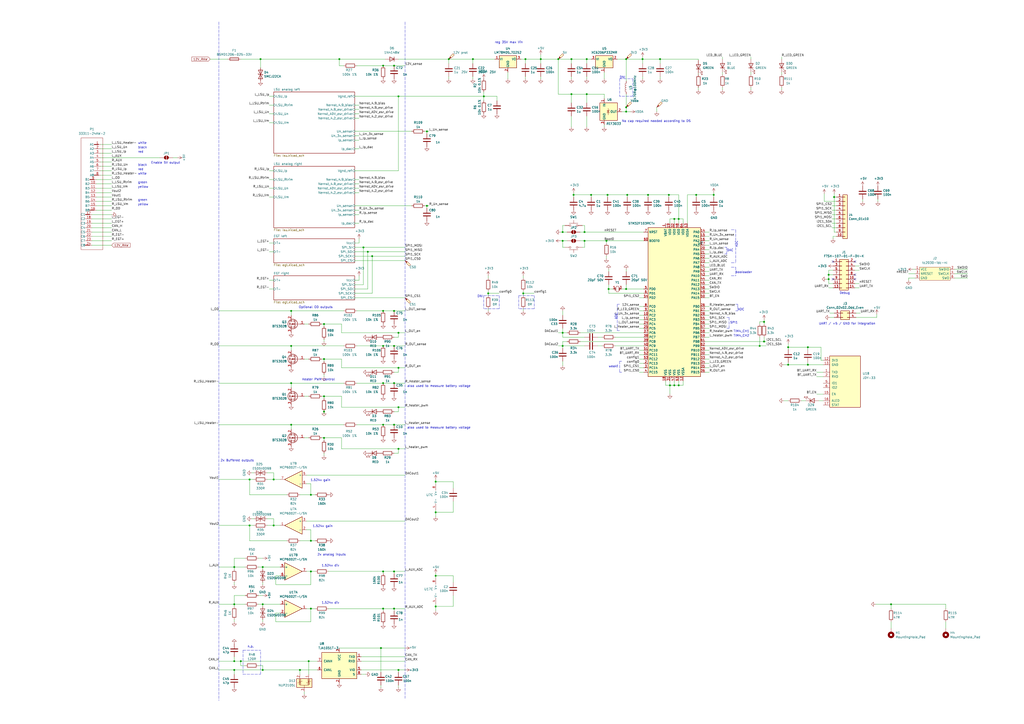
<source format=kicad_sch>
(kicad_sch (version 20211123) (generator eeschema)
  (paper "A2")
  (lib_symbols
    (symbol "+3.3V_1" (power) (pin_numbers hide) (pin_names (offset 0) hide)
      (property "Value" "+3.3V_1" (at 0 3.556 0))
      (symbol "+3.3V_1_1_1"
        (pin power_in line (at 0 0 90) (length 0) hide (name "+3V3") (number "1"))
      )
    )
    (symbol "+3.3V_2" (power) (pin_numbers hide) (pin_names (offset 0) hide)
      (property "Value" "+3.3V_2" (at 0 3.556 0))
      (symbol "+3.3V_2_1_1"
        (pin power_in line (at 0 0 90) (length 0) hide (name "+3V3") (number "1"))
      )
    )
    (symbol "+3.3V_3" (power) (pin_numbers hide) (pin_names (offset 0) hide)
      (property "Value" "+3.3V_3" (at 0 3.556 0))
      (symbol "+3.3V_3_1_1"
        (pin power_in line (at 0 0 90) (length 0) hide (name "+3V3") (number "1"))
      )
    )
    (symbol "+3.3V_4" (power) (pin_numbers hide) (pin_names (offset 0) hide)
      (property "Value" "+3.3V_4" (at 0 3.556 0))
      (symbol "+3.3V_4_1_1"
        (pin power_in line (at 0 0 90) (length 0) hide (name "+3V3") (number "1"))
      )
    )
    (symbol "+3.3V_5" (power) (pin_numbers hide) (pin_names (offset 0) hide)
      (property "Value" "+3.3V_5" (at 0 3.556 0))
      (symbol "+3.3V_5_1_1"
        (pin power_in line (at 0 0 90) (length 0) hide (name "+3V3") (number "1"))
      )
    )
    (symbol "+3.3V_6" (power) (pin_numbers hide) (pin_names (offset 0) hide)
      (property "Value" "+3.3V_6" (at 0 3.556 0))
      (symbol "+3.3V_6_1_1"
        (pin power_in line (at 0 0 90) (length 0) hide (name "+3V3") (number "1"))
      )
    )
    (symbol "+3.3V_7" (power) (pin_numbers hide) (pin_names (offset 0) hide)
      (property "Value" "+3.3V_7" (at 0 3.556 0))
      (symbol "+3.3V_7_1_1"
        (pin power_in line (at 0 0 90) (length 0) hide (name "+3V3") (number "1"))
      )
    )
    (symbol "+3.3V_8" (power) (pin_numbers hide) (pin_names (offset 0) hide)
      (property "Value" "+3.3V_8" (at 0 3.556 0))
      (symbol "+3.3V_8_1_1"
        (pin power_in line (at 0 0 90) (length 0) hide (name "+3V3") (number "1"))
      )
    )
    (symbol "+5V_1" (power) (pin_numbers hide) (pin_names (offset 0) hide)
      (property "Value" "+5V_1" (at 0 3.556 0))
      (symbol "+5V_1_1_1"
        (pin power_in line (at 0 0 90) (length 0) hide (name "+5V") (number "1"))
      )
    )
    (symbol "+5V_2" (power) (pin_numbers hide) (pin_names (offset 0) hide)
      (property "Value" "+5V_2" (at 0 3.556 0))
      (symbol "+5V_2_1_1"
        (pin power_in line (at 0 0 90) (length 0) hide (name "+5V") (number "1"))
      )
    )
    (symbol "+5V_3" (power) (pin_numbers hide) (pin_names (offset 0) hide)
      (property "Value" "+5V_3" (at 0 3.556 0))
      (symbol "+5V_3_1_1"
        (pin power_in line (at 0 0 90) (length 0) hide (name "+5V") (number "1"))
      )
    )
    (symbol "+5V_4" (power) (pin_numbers hide) (pin_names (offset 0) hide)
      (property "Value" "+5V_4" (at 0 3.556 0))
      (symbol "+5V_4_1_1"
        (pin power_in line (at 0 0 90) (length 0) hide (name "+5V") (number "1"))
      )
    )
    (symbol "+5V_5" (power) (pin_numbers hide) (pin_names (offset 0) hide)
      (property "Value" "+5V_5" (at 0 3.556 0))
      (symbol "+5V_5_1_1"
        (pin power_in line (at 0 0 90) (length 0) hide (name "+5V") (number "1"))
      )
    )
    (symbol "+5V_6" (power) (pin_numbers hide) (pin_names (offset 0) hide)
      (property "Value" "+5V_6" (at 0 3.556 0))
      (symbol "+5V_6_1_1"
        (pin power_in line (at 0 0 90) (length 0) hide (name "+5V") (number "1"))
      )
    )
    (symbol "+5V_7" (power) (pin_numbers hide) (pin_names (offset 0) hide)
      (property "Value" "+5V_7" (at 0 3.556 0))
      (symbol "+5V_7_1_1"
        (pin power_in line (at 0 0 90) (length 0) hide (name "+5V") (number "1"))
      )
    )
    (symbol "+5V_8" (power) (pin_numbers hide) (pin_names (offset 0) hide)
      (property "Value" "+5V_8" (at 0 3.556 0))
      (symbol "+5V_8_1_1"
        (pin power_in line (at 0 0 90) (length 0) hide (name "+5V") (number "1"))
      )
    )
    (symbol "33311-24AW-2:33311-24AW-2" (pin_names (offset 0.025))
      (property "Reference" "P2" (at 3.81 22.86 90))
      (property "Value" "33311-24AW-2" (at 3.81 20.32 90))
      (symbol "33311-24AW-2_1_1"
        (pin passive line (at -25.4 -8.89 90) (length 3.81) (name "A1") (number "1"))
        (pin passive line (at -2.54 -6.35 90) (length 3.81) (name "B2") (number "10"))
        (pin passive line (at 0 -6.35 90) (length 3.81) (name "B3") (number "11"))
        (pin passive line (at 2.54 -6.35 90) (length 3.81) (name "B4") (number "12"))
        (pin passive line (at 5.08 -6.35 90) (length 3.81) (name "B5") (number "13"))
        (pin passive line (at 7.62 -6.35 90) (length 3.81) (name "B6") (number "14"))
        (pin passive line (at 10.16 -6.35 90) (length 3.81) (name "B7") (number "15"))
        (pin passive line (at 12.7 -6.35 90) (length 3.81) (name "B8") (number "16"))
        (pin passive line (at 15.24 -3.81 90) (length 3.81) (name "C1") (number "17"))
        (pin passive line (at 17.78 -3.81 90) (length 3.81) (name "C2") (number "18"))
        (pin passive line (at 20.32 -3.81 90) (length 3.81) (name "C3") (number "19"))
        (pin passive line (at -22.86 -8.89 90) (length 3.81) (name "A2") (number "2"))
        (pin passive line (at 22.86 -3.81 90) (length 3.81) (name "C4") (number "20"))
        (pin passive line (at 25.4 -3.81 90) (length 3.81) (name "C5") (number "21"))
        (pin passive line (at 27.94 -3.81 90) (length 3.81) (name "C6") (number "22"))
        (pin passive line (at 30.48 -3.81 90) (length 3.81) (name "C7") (number "23"))
        (pin passive line (at 33.02 -3.81 90) (length 3.81) (name "C8") (number "24"))
        (pin passive line (at -20.32 -8.89 90) (length 3.81) (name "A3") (number "3"))
        (pin passive line (at -17.78 -8.89 90) (length 3.81) (name "A4") (number "4"))
        (pin passive line (at -15.24 -8.89 90) (length 3.81) (name "A5") (number "5"))
        (pin passive line (at -12.7 -8.89 90) (length 3.81) (name "A6") (number "6"))
        (pin passive line (at -10.16 -8.89 90) (length 3.81) (name "A7") (number "7"))
        (pin passive line (at -7.62 -8.89 90) (length 3.81) (name "A8") (number "8"))
        (pin passive line (at -5.08 -6.35 90) (length 3.81) (name "B1") (number "9"))
      )
    )
    (symbol "Amplifier_Operational:MCP6002-xSN" (pin_names (offset 0.127))
      (property "Reference" "U" (at 0 5.08 0))
      (property "Value" "MCP6002-xSN" (at 0 -5.08 0))
      (symbol "MCP6002-xSN_1_1"
        (pin output line (at 7.62 0 180) (length 2.54) (name "~") (number "1"))
        (pin input line (at -7.62 -2.54 0) (length 2.54) (name "-") (number "2"))
        (pin input line (at -7.62 2.54 0) (length 2.54) (name "+") (number "3"))
      )
      (symbol "MCP6002-xSN_2_1"
        (pin input line (at -7.62 2.54 0) (length 2.54) (name "+") (number "5"))
        (pin input line (at -7.62 -2.54 0) (length 2.54) (name "-") (number "6"))
        (pin output line (at 7.62 0 180) (length 2.54) (name "~") (number "7"))
      )
      (symbol "MCP6002-xSN_3_1"
        (pin power_in line (at -2.54 -7.62 90) (length 3.81) (name "V-") (number "4"))
        (pin power_in line (at -2.54 7.62 270) (length 3.81) (name "V+") (number "8"))
      )
    )
    (symbol "Connector:TestPoint_Probe" (pin_numbers hide) (pin_names (offset 0.762) hide)
      (property "Reference" "TP" (at 1.651 5.842 0))
      (property "Value" "TestPoint_Probe" (at 1.651 4.064 0))
      (symbol "TestPoint_Probe_1_1"
        (pin passive line (at 0 0 90) (length 0) (name "1") (number "1"))
      )
    )
    (symbol "Connector_Generic:Conn_01x10" (pin_names (offset 1.016) hide)
      (property "Reference" "J" (at 0 12.7 0))
      (property "Value" "Conn_01x10" (at 0 -15.24 0))
      (symbol "Conn_01x10_1_1"
        (pin passive line (at -5.08 10.16 0) (length 3.81) (name "Pin_1") (number "1"))
        (pin passive line (at -5.08 -12.7 0) (length 3.81) (name "Pin_10") (number "10"))
        (pin passive line (at -5.08 7.62 0) (length 3.81) (name "Pin_2") (number "2"))
        (pin passive line (at -5.08 5.08 0) (length 3.81) (name "Pin_3") (number "3"))
        (pin passive line (at -5.08 2.54 0) (length 3.81) (name "Pin_4") (number "4"))
        (pin passive line (at -5.08 0 0) (length 3.81) (name "Pin_5") (number "5"))
        (pin passive line (at -5.08 -2.54 0) (length 3.81) (name "Pin_6") (number "6"))
        (pin passive line (at -5.08 -5.08 0) (length 3.81) (name "Pin_7") (number "7"))
        (pin passive line (at -5.08 -7.62 0) (length 3.81) (name "Pin_8") (number "8"))
        (pin passive line (at -5.08 -10.16 0) (length 3.81) (name "Pin_9") (number "9"))
      )
    )
    (symbol "Connector_Generic:Conn_02x02_Odd_Even" (pin_names (offset 1.016) hide)
      (property "Reference" "J" (at 1.27 2.54 0))
      (property "Value" "Conn_02x02_Odd_Even" (at 1.27 -5.08 0))
      (symbol "Conn_02x02_Odd_Even_1_1"
        (pin passive line (at -5.08 0 0) (length 3.81) (name "Pin_1") (number "1"))
        (pin passive line (at 7.62 0 180) (length 3.81) (name "Pin_2") (number "2"))
        (pin passive line (at -5.08 -2.54 0) (length 3.81) (name "Pin_3") (number "3"))
        (pin passive line (at 7.62 -2.54 180) (length 3.81) (name "Pin_4") (number "4"))
      )
    )
    (symbol "Connector_Generic:Conn_02x07_Odd_Even" (pin_names (offset 1.016) hide)
      (property "Reference" "J" (at 1.27 10.16 0))
      (property "Value" "Conn_02x07_Odd_Even" (at 1.27 -10.16 0))
      (symbol "Conn_02x07_Odd_Even_1_1"
        (pin passive line (at -5.08 7.62 0) (length 3.81) (name "Pin_1") (number "1"))
        (pin passive line (at 7.62 -2.54 180) (length 3.81) (name "Pin_10") (number "10"))
        (pin passive line (at -5.08 -5.08 0) (length 3.81) (name "Pin_11") (number "11"))
        (pin passive line (at 7.62 -5.08 180) (length 3.81) (name "Pin_12") (number "12"))
        (pin passive line (at -5.08 -7.62 0) (length 3.81) (name "Pin_13") (number "13"))
        (pin passive line (at 7.62 -7.62 180) (length 3.81) (name "Pin_14") (number "14"))
        (pin passive line (at 7.62 7.62 180) (length 3.81) (name "Pin_2") (number "2"))
        (pin passive line (at -5.08 5.08 0) (length 3.81) (name "Pin_3") (number "3"))
        (pin passive line (at 7.62 5.08 180) (length 3.81) (name "Pin_4") (number "4"))
        (pin passive line (at -5.08 2.54 0) (length 3.81) (name "Pin_5") (number "5"))
        (pin passive line (at 7.62 2.54 180) (length 3.81) (name "Pin_6") (number "6"))
        (pin passive line (at -5.08 0 0) (length 3.81) (name "Pin_7") (number "7"))
        (pin passive line (at 7.62 0 180) (length 3.81) (name "Pin_8") (number "8"))
        (pin passive line (at -5.08 -2.54 0) (length 3.81) (name "Pin_9") (number "9"))
      )
    )
    (symbol "Device:C" (pin_numbers hide) (pin_names (offset 0.254))
      (property "Reference" "C" (at 0.635 2.54 0))
      (property "Value" "C" (at 0.635 -2.54 0))
      (symbol "C_1_1"
        (pin passive line (at 0 3.81 270) (length 2.794) (name "~") (number "1"))
        (pin passive line (at 0 -3.81 90) (length 2.794) (name "~") (number "2"))
      )
    )
    (symbol "Device:Crystal_Small" (pin_names (offset 1.016) hide)
      (property "Reference" "Y1" (at 0 6.35 0))
      (property "Value" "XXDCELNANF-8MHZ" (at 0 3.81 0))
      (symbol "Crystal_Small_1_1"
        (pin passive line (at -2.54 0 0) (length 1.27) (name "1") (number "1"))
        (pin passive line (at 2.54 0 180) (length 1.27) (name "3") (number "3"))
      )
    )
    (symbol "Device:D_TVS" (pin_numbers hide) (pin_names (offset 1.016) hide)
      (property "Reference" "D" (at 0 2.54 0))
      (property "Value" "D_TVS" (at 0 -2.54 0))
      (symbol "D_TVS_1_1"
        (pin passive line (at -3.81 0 0) (length 2.54) (name "A1") (number "1"))
        (pin passive line (at 3.81 0 180) (length 2.54) (name "A2") (number "2"))
      )
    )
    (symbol "Device:Fuse" (pin_numbers hide) (pin_names (offset 0))
      (property "Reference" "F" (at 2.032 0 90))
      (property "Value" "Fuse" (at -1.905 0 90))
      (symbol "Fuse_1_1"
        (pin passive line (at 0 3.81 270) (length 1.27) (name "~") (number "1"))
        (pin passive line (at 0 -3.81 90) (length 1.27) (name "~") (number "2"))
      )
    )
    (symbol "Device:L" (pin_numbers hide) (pin_names (offset 1.016) hide)
      (property "Reference" "L" (at -1.27 0 90))
      (property "Value" "L" (at 1.905 0 90))
      (symbol "L_1_1"
        (pin passive line (at 0 3.81 270) (length 1.27) (name "1") (number "1"))
        (pin passive line (at 0 -3.81 90) (length 1.27) (name "2") (number "2"))
      )
    )
    (symbol "Device:LED" (pin_numbers hide) (pin_names (offset 1.016) hide)
      (property "Reference" "D" (at 0 2.54 0))
      (property "Value" "LED" (at 0 -2.54 0))
      (symbol "LED_1_1"
        (pin passive line (at -3.81 0 0) (length 2.54) (name "K") (number "1"))
        (pin passive line (at 3.81 0 180) (length 2.54) (name "A") (number "2"))
      )
    )
    (symbol "Device:Q_NMOS_GDS" (pin_names (offset 0) hide)
      (property "Reference" "Q" (at 5.08 1.27 0))
      (property "Value" "Q_NMOS_GDS" (at 5.08 -1.27 0))
      (symbol "Q_NMOS_GDS_1_1"
        (pin input line (at -5.08 0 0) (length 2.54) (name "G") (number "1"))
        (pin passive line (at 2.54 5.08 270) (length 2.54) (name "D") (number "2"))
        (pin passive line (at 2.54 -5.08 90) (length 2.54) (name "S") (number "3"))
      )
    )
    (symbol "Device:R" (pin_numbers hide) (pin_names (offset 0))
      (property "Reference" "R" (at 2.032 0 90))
      (property "Value" "R" (at 0 0 90))
      (symbol "R_1_1"
        (pin passive line (at 0 3.81 270) (length 1.27) (name "~") (number "1"))
        (pin passive line (at 0 -3.81 90) (length 1.27) (name "~") (number "2"))
      )
    )
    (symbol "Diode:1N4148W" (pin_numbers hide) (pin_names (offset 1.016) hide)
      (property "Reference" "D" (at 0 2.54 0))
      (property "Value" "1N4148W" (at 0 -2.54 0))
      (symbol "1N4148W_1_1"
        (pin passive line (at -3.81 0 0) (length 2.54) (name "K") (number "1"))
        (pin passive line (at 3.81 0 180) (length 2.54) (name "A") (number "2"))
      )
    )
    (symbol "Diode:ESD9B5.0ST5G" (pin_numbers hide) (pin_names (offset 1.016) hide)
      (property "Reference" "D" (at 0 2.54 0))
      (property "Value" "ESD9B5.0ST5G" (at 0 -2.54 0))
      (symbol "ESD9B5.0ST5G_1_1"
        (pin passive line (at -3.81 0 0) (length 2.54) (name "A1") (number "1"))
        (pin passive line (at 3.81 0 180) (length 2.54) (name "A2") (number "2"))
      )
    )
    (symbol "GND_1" (power) (pin_numbers hide) (pin_names (offset 0) hide)
      (property "Value" "GND_1" (at 0 -3.81 0))
      (symbol "GND_1_1_1"
        (pin power_in line (at 0 0 270) (length 0) hide (name "GND") (number "1"))
      )
    )
    (symbol "GND_10" (power) (pin_numbers hide) (pin_names (offset 0) hide)
      (property "Value" "GND_10" (at 0 -3.81 0))
      (symbol "GND_10_1_1"
        (pin power_in line (at 0 0 270) (length 0) hide (name "GND") (number "1"))
      )
    )
    (symbol "GND_11" (power) (pin_numbers hide) (pin_names (offset 0) hide)
      (property "Value" "GND_11" (at 0 -3.81 0))
      (symbol "GND_11_1_1"
        (pin power_in line (at 0 0 270) (length 0) hide (name "GND") (number "1"))
      )
    )
    (symbol "GND_12" (power) (pin_numbers hide) (pin_names (offset 0) hide)
      (property "Value" "GND_12" (at 0 -3.81 0))
      (symbol "GND_12_1_1"
        (pin power_in line (at 0 0 270) (length 0) hide (name "GND") (number "1"))
      )
    )
    (symbol "GND_13" (power) (pin_numbers hide) (pin_names (offset 0) hide)
      (property "Value" "GND_13" (at 0 -3.81 0))
      (symbol "GND_13_1_1"
        (pin power_in line (at 0 0 270) (length 0) hide (name "GND") (number "1"))
      )
    )
    (symbol "GND_14" (power) (pin_numbers hide) (pin_names (offset 0) hide)
      (property "Value" "GND_14" (at 0 -3.81 0))
      (symbol "GND_14_1_1"
        (pin power_in line (at 0 0 270) (length 0) hide (name "GND") (number "1"))
      )
    )
    (symbol "GND_15" (power) (pin_numbers hide) (pin_names (offset 0) hide)
      (property "Value" "GND_15" (at 0 -3.81 0))
      (symbol "GND_15_1_1"
        (pin power_in line (at 0 0 270) (length 0) hide (name "GND") (number "1"))
      )
    )
    (symbol "GND_16" (power) (pin_numbers hide) (pin_names (offset 0) hide)
      (property "Value" "GND_16" (at 0 -3.81 0))
      (symbol "GND_16_1_1"
        (pin power_in line (at 0 0 270) (length 0) hide (name "GND") (number "1"))
      )
    )
    (symbol "GND_17" (power) (pin_numbers hide) (pin_names (offset 0) hide)
      (property "Value" "GND_17" (at 0 -3.81 0))
      (symbol "GND_17_1_1"
        (pin power_in line (at 0 0 270) (length 0) hide (name "GND") (number "1"))
      )
    )
    (symbol "GND_19" (power) (pin_numbers hide) (pin_names (offset 0) hide)
      (property "Value" "GND_19" (at 0 -3.81 0))
      (symbol "GND_19_1_1"
        (pin power_in line (at 0 0 270) (length 0) hide (name "GND") (number "1"))
      )
    )
    (symbol "GND_2" (power) (pin_numbers hide) (pin_names (offset 0) hide)
      (property "Value" "GND_2" (at 0 -3.81 0))
      (symbol "GND_2_1_1"
        (pin power_in line (at 0 0 270) (length 0) hide (name "GND") (number "1"))
      )
    )
    (symbol "GND_20" (power) (pin_numbers hide) (pin_names (offset 0) hide)
      (property "Value" "GND_20" (at 0 -3.81 0))
      (symbol "GND_20_1_1"
        (pin power_in line (at 0 0 270) (length 0) hide (name "GND") (number "1"))
      )
    )
    (symbol "GND_21" (power) (pin_numbers hide) (pin_names (offset 0) hide)
      (property "Value" "GND_21" (at 0 -3.81 0))
      (symbol "GND_21_1_1"
        (pin power_in line (at 0 0 270) (length 0) hide (name "GND") (number "1"))
      )
    )
    (symbol "GND_22" (power) (pin_numbers hide) (pin_names (offset 0) hide)
      (property "Value" "GND_22" (at 0 -3.81 0))
      (symbol "GND_22_1_1"
        (pin power_in line (at 0 0 270) (length 0) hide (name "GND") (number "1"))
      )
    )
    (symbol "GND_23" (power) (pin_numbers hide) (pin_names (offset 0) hide)
      (property "Value" "GND_23" (at 0 -3.81 0))
      (symbol "GND_23_1_1"
        (pin power_in line (at 0 0 270) (length 0) hide (name "GND") (number "1"))
      )
    )
    (symbol "GND_24" (power) (pin_numbers hide) (pin_names (offset 0) hide)
      (property "Value" "GND_24" (at 0 -3.81 0))
      (symbol "GND_24_1_1"
        (pin power_in line (at 0 0 270) (length 0) hide (name "GND") (number "1"))
      )
    )
    (symbol "GND_25" (power) (pin_numbers hide) (pin_names (offset 0) hide)
      (property "Value" "GND_25" (at 0 -3.81 0))
      (symbol "GND_25_1_1"
        (pin power_in line (at 0 0 270) (length 0) hide (name "GND") (number "1"))
      )
    )
    (symbol "GND_26" (power) (pin_numbers hide) (pin_names (offset 0) hide)
      (property "Value" "GND_26" (at 0 -3.81 0))
      (symbol "GND_26_1_1"
        (pin power_in line (at 0 0 270) (length 0) hide (name "GND") (number "1"))
      )
    )
    (symbol "GND_27" (power) (pin_numbers hide) (pin_names (offset 0) hide)
      (property "Value" "GND_27" (at 0 -3.81 0))
      (symbol "GND_27_1_1"
        (pin power_in line (at 0 0 270) (length 0) hide (name "GND") (number "1"))
      )
    )
    (symbol "GND_28" (power) (pin_numbers hide) (pin_names (offset 0) hide)
      (property "Value" "GND_28" (at 0 -3.81 0))
      (symbol "GND_28_1_1"
        (pin power_in line (at 0 0 270) (length 0) hide (name "GND") (number "1"))
      )
    )
    (symbol "GND_29" (power) (pin_numbers hide) (pin_names (offset 0) hide)
      (property "Value" "GND_29" (at 0 -3.81 0))
      (symbol "GND_29_1_1"
        (pin power_in line (at 0 0 270) (length 0) hide (name "GND") (number "1"))
      )
    )
    (symbol "GND_3" (power) (pin_numbers hide) (pin_names (offset 0) hide)
      (property "Value" "GND_3" (at 0 -3.81 0))
      (symbol "GND_3_1_1"
        (pin power_in line (at 0 0 270) (length 0) hide (name "GND") (number "1"))
      )
    )
    (symbol "GND_30" (power) (pin_numbers hide) (pin_names (offset 0) hide)
      (property "Value" "GND_30" (at 0 -3.81 0))
      (symbol "GND_30_1_1"
        (pin power_in line (at 0 0 270) (length 0) hide (name "GND") (number "1"))
      )
    )
    (symbol "GND_31" (power) (pin_numbers hide) (pin_names (offset 0) hide)
      (property "Value" "GND_31" (at 0 -3.81 0))
      (symbol "GND_31_1_1"
        (pin power_in line (at 0 0 270) (length 0) hide (name "GND") (number "1"))
      )
    )
    (symbol "GND_32" (power) (pin_numbers hide) (pin_names (offset 0) hide)
      (property "Value" "GND_32" (at 0 -3.81 0))
      (symbol "GND_32_1_1"
        (pin power_in line (at 0 0 270) (length 0) hide (name "GND") (number "1"))
      )
    )
    (symbol "GND_33" (power) (pin_numbers hide) (pin_names (offset 0) hide)
      (property "Value" "GND_33" (at 0 -3.81 0))
      (symbol "GND_33_1_1"
        (pin power_in line (at 0 0 270) (length 0) hide (name "GND") (number "1"))
      )
    )
    (symbol "GND_34" (power) (pin_numbers hide) (pin_names (offset 0) hide)
      (property "Value" "GND_34" (at 0 -3.81 0))
      (symbol "GND_34_1_1"
        (pin power_in line (at 0 0 270) (length 0) hide (name "GND") (number "1"))
      )
    )
    (symbol "GND_35" (power) (pin_numbers hide) (pin_names (offset 0) hide)
      (property "Value" "GND_35" (at 0 -3.81 0))
      (symbol "GND_35_1_1"
        (pin power_in line (at 0 0 270) (length 0) hide (name "GND") (number "1"))
      )
    )
    (symbol "GND_36" (power) (pin_numbers hide) (pin_names (offset 0) hide)
      (property "Value" "GND_36" (at 0 -3.81 0))
      (symbol "GND_36_1_1"
        (pin power_in line (at 0 0 270) (length 0) hide (name "GND") (number "1"))
      )
    )
    (symbol "GND_37" (power) (pin_numbers hide) (pin_names (offset 0) hide)
      (property "Value" "GND_37" (at 0 -3.81 0))
      (symbol "GND_37_1_1"
        (pin power_in line (at 0 0 270) (length 0) hide (name "GND") (number "1"))
      )
    )
    (symbol "GND_38" (power) (pin_numbers hide) (pin_names (offset 0) hide)
      (property "Value" "GND_38" (at 0 -3.81 0))
      (symbol "GND_38_1_1"
        (pin power_in line (at 0 0 270) (length 0) hide (name "GND") (number "1"))
      )
    )
    (symbol "GND_39" (power) (pin_numbers hide) (pin_names (offset 0) hide)
      (property "Value" "GND_39" (at 0 -3.81 0))
      (symbol "GND_39_1_1"
        (pin power_in line (at 0 0 270) (length 0) hide (name "GND") (number "1"))
      )
    )
    (symbol "GND_4" (power) (pin_numbers hide) (pin_names (offset 0) hide)
      (property "Value" "GND_4" (at 0 -3.81 0))
      (symbol "GND_4_1_1"
        (pin power_in line (at 0 0 270) (length 0) hide (name "GND") (number "1"))
      )
    )
    (symbol "GND_40" (power) (pin_numbers hide) (pin_names (offset 0) hide)
      (property "Value" "GND_40" (at 0 -3.81 0))
      (symbol "GND_40_1_1"
        (pin power_in line (at 0 0 270) (length 0) hide (name "GND") (number "1"))
      )
    )
    (symbol "GND_41" (power) (pin_numbers hide) (pin_names (offset 0) hide)
      (property "Value" "GND_41" (at 0 -3.81 0))
      (symbol "GND_41_1_1"
        (pin power_in line (at 0 0 270) (length 0) hide (name "GND") (number "1"))
      )
    )
    (symbol "GND_42" (power) (pin_numbers hide) (pin_names (offset 0) hide)
      (property "Value" "GND_42" (at 0 -3.81 0))
      (symbol "GND_42_1_1"
        (pin power_in line (at 0 0 270) (length 0) hide (name "GND") (number "1"))
      )
    )
    (symbol "GND_43" (power) (pin_numbers hide) (pin_names (offset 0) hide)
      (property "Value" "GND_43" (at 0 -3.81 0))
      (symbol "GND_43_1_1"
        (pin power_in line (at 0 0 270) (length 0) hide (name "GND") (number "1"))
      )
    )
    (symbol "GND_44" (power) (pin_numbers hide) (pin_names (offset 0) hide)
      (property "Value" "GND_44" (at 0 -3.81 0))
      (symbol "GND_44_1_1"
        (pin power_in line (at 0 0 270) (length 0) hide (name "GND") (number "1"))
      )
    )
    (symbol "GND_45" (power) (pin_numbers hide) (pin_names (offset 0) hide)
      (property "Value" "GND_45" (at 0 -3.81 0))
      (symbol "GND_45_1_1"
        (pin power_in line (at 0 0 270) (length 0) hide (name "GND") (number "1"))
      )
    )
    (symbol "GND_46" (power) (pin_numbers hide) (pin_names (offset 0) hide)
      (property "Value" "GND_46" (at 0 -3.81 0))
      (symbol "GND_46_1_1"
        (pin power_in line (at 0 0 270) (length 0) hide (name "GND") (number "1"))
      )
    )
    (symbol "GND_47" (power) (pin_numbers hide) (pin_names (offset 0) hide)
      (property "Value" "GND_47" (at 0 -3.81 0))
      (symbol "GND_47_1_1"
        (pin power_in line (at 0 0 270) (length 0) hide (name "GND") (number "1"))
      )
    )
    (symbol "GND_48" (power) (pin_numbers hide) (pin_names (offset 0) hide)
      (property "Value" "GND_48" (at 0 -3.81 0))
      (symbol "GND_48_1_1"
        (pin power_in line (at 0 0 270) (length 0) hide (name "GND") (number "1"))
      )
    )
    (symbol "GND_49" (power) (pin_numbers hide) (pin_names (offset 0) hide)
      (property "Value" "GND_49" (at 0 -3.81 0))
      (symbol "GND_49_1_1"
        (pin power_in line (at 0 0 270) (length 0) hide (name "GND") (number "1"))
      )
    )
    (symbol "GND_5" (power) (pin_numbers hide) (pin_names (offset 0) hide)
      (property "Value" "GND_5" (at 0 -3.81 0))
      (symbol "GND_5_1_1"
        (pin power_in line (at 0 0 270) (length 0) hide (name "GND") (number "1"))
      )
    )
    (symbol "GND_50" (power) (pin_numbers hide) (pin_names (offset 0) hide)
      (property "Value" "GND_50" (at 0 -3.81 0))
      (symbol "GND_50_1_1"
        (pin power_in line (at 0 0 270) (length 0) hide (name "GND") (number "1"))
      )
    )
    (symbol "GND_51" (power) (pin_numbers hide) (pin_names (offset 0) hide)
      (property "Value" "GND_51" (at 0 -3.81 0))
      (symbol "GND_51_1_1"
        (pin power_in line (at 0 0 270) (length 0) hide (name "GND") (number "1"))
      )
    )
    (symbol "GND_52" (power) (pin_numbers hide) (pin_names (offset 0) hide)
      (property "Value" "GND_52" (at 0 -3.81 0))
      (symbol "GND_52_1_1"
        (pin power_in line (at 0 0 270) (length 0) hide (name "GND") (number "1"))
      )
    )
    (symbol "GND_53" (power) (pin_numbers hide) (pin_names (offset 0) hide)
      (property "Value" "GND_53" (at 0 -3.81 0))
      (symbol "GND_53_1_1"
        (pin power_in line (at 0 0 270) (length 0) hide (name "GND") (number "1"))
      )
    )
    (symbol "GND_54" (power) (pin_numbers hide) (pin_names (offset 0) hide)
      (property "Value" "GND_54" (at 0 -3.81 0))
      (symbol "GND_54_1_1"
        (pin power_in line (at 0 0 270) (length 0) hide (name "GND") (number "1"))
      )
    )
    (symbol "GND_55" (power) (pin_numbers hide) (pin_names (offset 0) hide)
      (property "Value" "GND_55" (at 0 -3.81 0))
      (symbol "GND_55_1_1"
        (pin power_in line (at 0 0 270) (length 0) hide (name "GND") (number "1"))
      )
    )
    (symbol "GND_56" (power) (pin_numbers hide) (pin_names (offset 0) hide)
      (property "Value" "GND_56" (at 0 -3.81 0))
      (symbol "GND_56_1_1"
        (pin power_in line (at 0 0 270) (length 0) hide (name "GND") (number "1"))
      )
    )
    (symbol "GND_57" (power) (pin_numbers hide) (pin_names (offset 0) hide)
      (property "Value" "GND_57" (at 0 -3.81 0))
      (symbol "GND_57_1_1"
        (pin power_in line (at 0 0 270) (length 0) hide (name "GND") (number "1"))
      )
    )
    (symbol "GND_58" (power) (pin_numbers hide) (pin_names (offset 0) hide)
      (property "Value" "GND_58" (at 0 -3.81 0))
      (symbol "GND_58_1_1"
        (pin power_in line (at 0 0 270) (length 0) hide (name "GND") (number "1"))
      )
    )
    (symbol "GND_59" (power) (pin_numbers hide) (pin_names (offset 0) hide)
      (property "Value" "GND_59" (at 0 -3.81 0))
      (symbol "GND_59_1_1"
        (pin power_in line (at 0 0 270) (length 0) hide (name "GND") (number "1"))
      )
    )
    (symbol "GND_6" (power) (pin_numbers hide) (pin_names (offset 0) hide)
      (property "Value" "GND_6" (at 0 -3.81 0))
      (symbol "GND_6_1_1"
        (pin power_in line (at 0 0 270) (length 0) hide (name "GND") (number "1"))
      )
    )
    (symbol "GND_60" (power) (pin_numbers hide) (pin_names (offset 0) hide)
      (property "Value" "GND_60" (at 0 -3.81 0))
      (symbol "GND_60_1_1"
        (pin power_in line (at 0 0 270) (length 0) hide (name "GND") (number "1"))
      )
    )
    (symbol "GND_61" (power) (pin_numbers hide) (pin_names (offset 0) hide)
      (property "Value" "GND_61" (at 0 -3.81 0))
      (symbol "GND_61_1_1"
        (pin power_in line (at 0 0 270) (length 0) hide (name "GND") (number "1"))
      )
    )
    (symbol "GND_62" (power) (pin_numbers hide) (pin_names (offset 0) hide)
      (property "Value" "GND_62" (at 0 -3.81 0))
      (symbol "GND_62_1_1"
        (pin power_in line (at 0 0 270) (length 0) hide (name "GND") (number "1"))
      )
    )
    (symbol "GND_63" (power) (pin_numbers hide) (pin_names (offset 0) hide)
      (property "Value" "GND_63" (at 0 -3.81 0))
      (symbol "GND_63_1_1"
        (pin power_in line (at 0 0 270) (length 0) hide (name "GND") (number "1"))
      )
    )
    (symbol "GND_64" (power) (pin_numbers hide) (pin_names (offset 0) hide)
      (property "Value" "GND_64" (at 0 -3.81 0))
      (symbol "GND_64_1_1"
        (pin power_in line (at 0 0 270) (length 0) hide (name "GND") (number "1"))
      )
    )
    (symbol "GND_65" (power) (pin_numbers hide) (pin_names (offset 0) hide)
      (property "Value" "GND_65" (at 0 -3.81 0))
      (symbol "GND_65_1_1"
        (pin power_in line (at 0 0 270) (length 0) hide (name "GND") (number "1"))
      )
    )
    (symbol "GND_66" (power) (pin_numbers hide) (pin_names (offset 0) hide)
      (property "Value" "GND_66" (at 0 -3.81 0))
      (symbol "GND_66_1_1"
        (pin power_in line (at 0 0 270) (length 0) hide (name "GND") (number "1"))
      )
    )
    (symbol "GND_67" (power) (pin_numbers hide) (pin_names (offset 0) hide)
      (property "Value" "GND_67" (at 0 -3.81 0))
      (symbol "GND_67_1_1"
        (pin power_in line (at 0 0 270) (length 0) hide (name "GND") (number "1"))
      )
    )
    (symbol "GND_68" (power) (pin_numbers hide) (pin_names (offset 0) hide)
      (property "Value" "GND_68" (at 0 -3.81 0))
      (symbol "GND_68_1_1"
        (pin power_in line (at 0 0 270) (length 0) hide (name "GND") (number "1"))
      )
    )
    (symbol "GND_69" (power) (pin_numbers hide) (pin_names (offset 0) hide)
      (property "Value" "GND_69" (at 0 -3.81 0))
      (symbol "GND_69_1_1"
        (pin power_in line (at 0 0 270) (length 0) hide (name "GND") (number "1"))
      )
    )
    (symbol "GND_7" (power) (pin_numbers hide) (pin_names (offset 0) hide)
      (property "Value" "GND_7" (at 0 -3.81 0))
      (symbol "GND_7_1_1"
        (pin power_in line (at 0 0 270) (length 0) hide (name "GND") (number "1"))
      )
    )
    (symbol "GND_70" (power) (pin_numbers hide) (pin_names (offset 0) hide)
      (property "Value" "GND_70" (at 0 -3.81 0))
      (symbol "GND_70_1_1"
        (pin power_in line (at 0 0 270) (length 0) hide (name "GND") (number "1"))
      )
    )
    (symbol "GND_71" (power) (pin_numbers hide) (pin_names (offset 0) hide)
      (property "Value" "GND_71" (at 0 -3.81 0))
      (symbol "GND_71_1_1"
        (pin power_in line (at 0 0 270) (length 0) hide (name "GND") (number "1"))
      )
    )
    (symbol "GND_72" (power) (pin_numbers hide) (pin_names (offset 0) hide)
      (property "Value" "GND_72" (at 0 -3.81 0))
      (symbol "GND_72_1_1"
        (pin power_in line (at 0 0 270) (length 0) hide (name "GND") (number "1"))
      )
    )
    (symbol "GND_73" (power) (pin_numbers hide) (pin_names (offset 0) hide)
      (property "Value" "GND_73" (at 0 -3.81 0))
      (symbol "GND_73_1_1"
        (pin power_in line (at 0 0 270) (length 0) hide (name "GND") (number "1"))
      )
    )
    (symbol "GND_74" (power) (pin_numbers hide) (pin_names (offset 0) hide)
      (property "Value" "GND_74" (at 0 -3.81 0))
      (symbol "GND_74_1_1"
        (pin power_in line (at 0 0 270) (length 0) hide (name "GND") (number "1"))
      )
    )
    (symbol "GND_8" (power) (pin_numbers hide) (pin_names (offset 0) hide)
      (property "Value" "GND_8" (at 0 -3.81 0))
      (symbol "GND_8_1_1"
        (pin power_in line (at 0 0 270) (length 0) hide (name "GND") (number "1"))
      )
    )
    (symbol "GND_9" (power) (pin_numbers hide) (pin_names (offset 0) hide)
      (property "Value" "GND_9" (at 0 -3.81 0))
      (symbol "GND_9_1_1"
        (pin power_in line (at 0 0 270) (length 0) hide (name "GND") (number "1"))
      )
    )
    (symbol "Interface_CAN_LIN:TJA1051T-3" (pin_names (offset 1.016))
      (property "Reference" "U" (at -10.16 8.89 0))
      (property "Value" "TJA1051T-3" (at 1.27 8.89 0))
      (symbol "TJA1051T-3_1_1"
        (pin input line (at -12.7 5.08 0) (length 2.54) (name "TXD") (number "1"))
        (pin power_in line (at 0 -10.16 90) (length 2.54) (name "GND") (number "2"))
        (pin power_in line (at 0 10.16 270) (length 2.54) (name "VCC") (number "3"))
        (pin output line (at -12.7 2.54 0) (length 2.54) (name "RXD") (number "4"))
        (pin power_in line (at -12.7 -2.54 0) (length 2.54) (name "VIO") (number "5"))
        (pin bidirectional line (at 12.7 -2.54 180) (length 2.54) (name "CANL") (number "6"))
        (pin bidirectional line (at 12.7 2.54 180) (length 2.54) (name "CANH") (number "7"))
        (pin input line (at -12.7 -5.08 0) (length 2.54) (name "S") (number "8"))
      )
    )
    (symbol "JDY-33:JDY-33" (pin_names (offset 1.016))
      (property "Reference" "U18" (at 19.05 1.7781 0))
      (property "Value" "JDY-33" (at 19.05 -0.7619 0))
      (symbol "JDY-33_1_1"
        (pin output line (at -3.81 2.54 0) (length 3.81) (name "TXD") (number "1"))
        (pin power_in line (at -3.81 9.398 0) (length 3.81) (name "3V3") (number "12"))
        (pin power_in line (at -3.81 6.858 0) (length 3.81) (name "GND") (number "13"))
        (pin output line (at -3.81 -10.16 0) (length 3.81) (name "EN") (number "15"))
        (pin output line (at -3.81 -13.97 0) (length 3.81) (name "ALED") (number "16"))
        (pin output line (at -3.81 -16.51 0) (length 3.81) (name "STAT") (number "17"))
        (pin input line (at -3.81 0 0) (length 3.81) (name "RXD") (number "2"))
        (pin passive line (at -3.81 -3.81 0) (length 3.81) (name "IO1") (number "5"))
        (pin passive line (at -3.81 -6.35 0) (length 3.81) (name "IO2") (number "6"))
      )
    )
    (symbol "Jumper:SolderJumper_2_Open" (pin_numbers hide) (pin_names (offset 0) hide)
      (property "Reference" "JP" (at 0 2.032 0))
      (property "Value" "SolderJumper_2_Open" (at 0 -2.54 0))
      (symbol "SolderJumper_2_Open_1_1"
        (pin passive line (at -3.81 0 0) (length 2.54) (name "A") (number "1"))
        (pin passive line (at 3.81 0 180) (length 2.54) (name "B") (number "2"))
      )
    )
    (symbol "MCU_ST_STM32F1:STM32F103RCTx"
      (property "Reference" "U" (at -15.24 44.45 0))
      (property "Value" "STM32F103RCTx" (at 10.16 44.45 0))
      (symbol "STM32F103RCTx_1_1"
        (pin power_in line (at -5.08 45.72 270) (length 2.54) (name "VBAT") (number "1"))
        (pin bidirectional line (at -17.78 -7.62 0) (length 2.54) (name "PC2") (number "10"))
        (pin bidirectional line (at -17.78 -10.16 0) (length 2.54) (name "PC3") (number "11"))
        (pin power_in line (at 5.08 -45.72 90) (length 2.54) (name "VSSA") (number "12"))
        (pin power_in line (at 7.62 45.72 270) (length 2.54) (name "VDDA") (number "13"))
        (pin bidirectional line (at 17.78 40.64 180) (length 2.54) (name "PA0") (number "14"))
        (pin bidirectional line (at 17.78 38.1 180) (length 2.54) (name "PA1") (number "15"))
        (pin bidirectional line (at 17.78 35.56 180) (length 2.54) (name "PA2") (number "16"))
        (pin bidirectional line (at 17.78 33.02 180) (length 2.54) (name "PA3") (number "17"))
        (pin power_in line (at -5.08 -45.72 90) (length 2.54) (name "VSS") (number "18"))
        (pin power_in line (at -2.54 45.72 270) (length 2.54) (name "VDD") (number "19"))
        (pin bidirectional line (at -17.78 -35.56 0) (length 2.54) (name "PC13") (number "2"))
        (pin bidirectional line (at 17.78 30.48 180) (length 2.54) (name "PA4") (number "20"))
        (pin bidirectional line (at 17.78 27.94 180) (length 2.54) (name "PA5") (number "21"))
        (pin bidirectional line (at 17.78 25.4 180) (length 2.54) (name "PA6") (number "22"))
        (pin bidirectional line (at 17.78 22.86 180) (length 2.54) (name "PA7") (number "23"))
        (pin bidirectional line (at -17.78 -12.7 0) (length 2.54) (name "PC4") (number "24"))
        (pin bidirectional line (at -17.78 -15.24 0) (length 2.54) (name "PC5") (number "25"))
        (pin bidirectional line (at 17.78 -2.54 180) (length 2.54) (name "PB0") (number "26"))
        (pin bidirectional line (at 17.78 -5.08 180) (length 2.54) (name "PB1") (number "27"))
        (pin bidirectional line (at 17.78 -7.62 180) (length 2.54) (name "PB2") (number "28"))
        (pin bidirectional line (at 17.78 -27.94 180) (length 2.54) (name "PB10") (number "29"))
        (pin bidirectional line (at -17.78 -38.1 0) (length 2.54) (name "PC14") (number "3"))
        (pin bidirectional line (at 17.78 -30.48 180) (length 2.54) (name "PB11") (number "30"))
        (pin power_in line (at -2.54 -45.72 90) (length 2.54) (name "VSS") (number "31"))
        (pin power_in line (at 0 45.72 270) (length 2.54) (name "VDD") (number "32"))
        (pin bidirectional line (at 17.78 -33.02 180) (length 2.54) (name "PB12") (number "33"))
        (pin bidirectional line (at 17.78 -35.56 180) (length 2.54) (name "PB13") (number "34"))
        (pin bidirectional line (at 17.78 -38.1 180) (length 2.54) (name "PB14") (number "35"))
        (pin bidirectional line (at 17.78 -40.64 180) (length 2.54) (name "PB15") (number "36"))
        (pin bidirectional line (at -17.78 -17.78 0) (length 2.54) (name "PC6") (number "37"))
        (pin bidirectional line (at -17.78 -20.32 0) (length 2.54) (name "PC7") (number "38"))
        (pin bidirectional line (at -17.78 -22.86 0) (length 2.54) (name "PC8") (number "39"))
        (pin bidirectional line (at -17.78 -40.64 0) (length 2.54) (name "PC15") (number "4"))
        (pin bidirectional line (at -17.78 -25.4 0) (length 2.54) (name "PC9") (number "40"))
        (pin bidirectional line (at 17.78 20.32 180) (length 2.54) (name "PA8") (number "41"))
        (pin bidirectional line (at 17.78 17.78 180) (length 2.54) (name "PA9") (number "42"))
        (pin bidirectional line (at 17.78 15.24 180) (length 2.54) (name "PA10") (number "43"))
        (pin bidirectional line (at 17.78 12.7 180) (length 2.54) (name "PA11") (number "44"))
        (pin bidirectional line (at 17.78 10.16 180) (length 2.54) (name "PA12") (number "45"))
        (pin bidirectional line (at 17.78 7.62 180) (length 2.54) (name "PA13") (number "46"))
        (pin power_in line (at 0 -45.72 90) (length 2.54) (name "VSS") (number "47"))
        (pin power_in line (at 2.54 45.72 270) (length 2.54) (name "VDD") (number "48"))
        (pin bidirectional line (at 17.78 5.08 180) (length 2.54) (name "PA14") (number "49"))
        (pin input line (at -17.78 7.62 0) (length 2.54) (name "PD0") (number "5"))
        (pin bidirectional line (at 17.78 2.54 180) (length 2.54) (name "PA15") (number "50"))
        (pin bidirectional line (at -17.78 -27.94 0) (length 2.54) (name "PC10") (number "51"))
        (pin bidirectional line (at -17.78 -30.48 0) (length 2.54) (name "PC11") (number "52"))
        (pin bidirectional line (at -17.78 -33.02 0) (length 2.54) (name "PC12") (number "53"))
        (pin bidirectional line (at -17.78 2.54 0) (length 2.54) (name "PD2") (number "54"))
        (pin bidirectional line (at 17.78 -10.16 180) (length 2.54) (name "PB3") (number "55"))
        (pin bidirectional line (at 17.78 -12.7 180) (length 2.54) (name "PB4") (number "56"))
        (pin bidirectional line (at 17.78 -15.24 180) (length 2.54) (name "PB5") (number "57"))
        (pin bidirectional line (at 17.78 -17.78 180) (length 2.54) (name "PB6") (number "58"))
        (pin bidirectional line (at 17.78 -20.32 180) (length 2.54) (name "PB7") (number "59"))
        (pin input line (at -17.78 5.08 0) (length 2.54) (name "PD1") (number "6"))
        (pin input line (at -17.78 35.56 0) (length 2.54) (name "BOOT0") (number "60"))
        (pin bidirectional line (at 17.78 -22.86 180) (length 2.54) (name "PB8") (number "61"))
        (pin bidirectional line (at 17.78 -25.4 180) (length 2.54) (name "PB9") (number "62"))
        (pin power_in line (at 2.54 -45.72 90) (length 2.54) (name "VSS") (number "63"))
        (pin power_in line (at 5.08 45.72 270) (length 2.54) (name "VDD") (number "64"))
        (pin input line (at -17.78 40.64 0) (length 2.54) (name "NRST") (number "7"))
        (pin bidirectional line (at -17.78 -2.54 0) (length 2.54) (name "PC0") (number "8"))
        (pin bidirectional line (at -17.78 -5.08 0) (length 2.54) (name "PC1") (number "9"))
      )
    )
    (symbol "Mechanical:MountingHole_Pad" (pin_numbers hide) (pin_names (offset 1.016) hide)
      (property "Reference" "H" (at 0 6.35 0))
      (property "Value" "MountingHole_Pad" (at 0 4.445 0))
      (symbol "MountingHole_Pad_1_1"
        (pin input line (at 0 -2.54 90) (length 2.54) (name "1") (number "1"))
      )
    )
    (symbol "Power_Protection:NUP2105L" (pin_names hide)
      (property "Reference" "D" (at 5.715 2.54 0))
      (property "Value" "NUP2105L" (at 5.715 0.635 0))
      (symbol "NUP2105L_0_0"
        (pin passive line (at 0 -5.08 90) (length 2.54) (name "A") (number "3"))
      )
      (symbol "NUP2105L_1_1"
        (pin passive line (at -2.54 5.08 270) (length 2.54) (name "K") (number "1"))
        (pin passive line (at 2.54 5.08 270) (length 2.54) (name "K") (number "2"))
      )
    )
    (symbol "Reference_Voltage:REF3033" (pin_names (offset 0.254))
      (property "Reference" "U" (at 0 6.35 0))
      (property "Value" "REF3033" (at 2.54 -6.35 0))
      (symbol "REF3033_1_1"
        (pin power_in line (at -2.54 7.62 270) (length 2.54) (name "IN") (number "1"))
        (pin power_out line (at 7.62 0 180) (length 2.54) (name "OUT") (number "2"))
        (pin power_in line (at -2.54 -7.62 90) (length 2.54) (name "GND") (number "3"))
      )
    )
    (symbol "Regulator_Linear:LM78M05_TO252" (pin_names (offset 0.254))
      (property "Reference" "U" (at -3.81 3.175 0))
      (property "Value" "LM78M05_TO252" (at 0 3.175 0))
      (symbol "LM78M05_TO252_1_1"
        (pin power_in line (at -7.62 0 0) (length 2.54) (name "VI") (number "1"))
        (pin power_in line (at 0 -7.62 90) (length 2.54) (name "GND") (number "2"))
        (pin power_out line (at 7.62 0 180) (length 2.54) (name "VO") (number "3"))
      )
    )
    (symbol "Regulator_Linear:XC6206PxxxMR" (pin_names (offset 0.254))
      (property "Reference" "U" (at -3.81 3.175 0))
      (property "Value" "XC6206PxxxMR" (at 0 3.175 0))
      (symbol "XC6206PxxxMR_1_1"
        (pin power_in line (at 0 -7.62 90) (length 2.54) (name "GND") (number "1"))
        (pin power_out line (at 7.62 0 180) (length 2.54) (name "VO") (number "2"))
        (pin power_in line (at -7.62 0 0) (length 2.54) (name "VI") (number "3"))
      )
    )
    (symbol "Switch:SW_Push" (pin_numbers hide) (pin_names (offset 1.016) hide)
      (property "Reference" "SW" (at 1.27 2.54 0))
      (property "Value" "SW_Push" (at 0 -1.524 0))
      (symbol "SW_Push_0_1"
        (pin passive line (at -5.08 0 0) (length 2.54) (name "1") (number "1"))
        (pin passive line (at 5.08 0 180) (length 2.54) (name "2") (number "2"))
      )
    )
    (symbol "VDDA_1" (power) (pin_numbers hide) (pin_names (offset 0) hide)
      (property "Value" "VDDA_1" (at 0 3.81 0))
      (symbol "VDDA_1_1_1"
        (pin power_in line (at 0 0 90) (length 0) hide (name "VDDA") (number "1"))
      )
    )
    (symbol "VDDA_2" (power) (pin_numbers hide) (pin_names (offset 0) hide)
      (property "Value" "VDDA_2" (at 0 3.81 0))
      (symbol "VDDA_2_1_1"
        (pin power_in line (at 0 0 90) (length 0) hide (name "VDDA") (number "1"))
      )
    )
    (symbol "power:+3.3V" (power) (pin_names (offset 0))
      (property "Value" "+3.3V" (at 0 3.556 0))
      (symbol "+3.3V_1_1"
        (pin power_in line (at 0 0 90) (length 0) hide (name "+3V3") (number "1"))
      )
    )
    (symbol "power:+5V" (power) (pin_numbers hide) (pin_names (offset 0) hide)
      (property "Value" "+5V" (at 0 3.556 0))
      (symbol "+5V_1_1"
        (pin power_in line (at 0 0 90) (length 0) hide (name "+5V") (number "1"))
      )
    )
    (symbol "power:GND" (power) (pin_names (offset 0))
      (property "Value" "GND" (at 0 -3.81 0))
      (symbol "GND_1_1"
        (pin power_in line (at 0 0 270) (length 0) hide (name "GND") (number "1"))
      )
    )
    (symbol "power:VDDA" (power) (pin_numbers hide) (pin_names (offset 0) hide)
      (property "Value" "VDDA" (at 0 3.81 0))
      (symbol "VDDA_1_1"
        (pin power_in line (at 0 0 90) (length 0) hide (name "VDDA") (number "1"))
      )
    )
    (symbol "wideband_controller-cache:tc2030-idc-nl"
      (property "Reference" "J" (at 0 1.27 0))
      (property "Value" "tc2030-idc-nl" (at 7.62 -8.89 0))
      (symbol "tc2030-idc-nl_1_1"
        (pin passive line (at -2.54 -1.27 0) (length 2.54) (name "VCC") (number "1"))
        (pin passive line (at 20.32 -1.27 180) (length 2.54) (name "SWDIO") (number "2"))
        (pin passive line (at -2.54 -3.81 0) (length 2.54) (name "NRESET") (number "3"))
        (pin passive line (at 20.32 -3.81 180) (length 2.54) (name "SWCLK") (number "4"))
        (pin passive line (at -2.54 -6.35 0) (length 2.54) (name "GND") (number "5"))
        (pin passive line (at 20.32 -6.35 180) (length 2.54) (name "SWO") (number "6"))
      )
    )
  )
  (junction (at 231.14 55.88))
  (junction (at 283.21 170.18))
  (junction (at 222.25 246.38))
  (junction (at 414.02 113.03))
  (junction (at 213.36 146.05))
  (junction (at 363.855 113.03))
  (junction (at 457.2 211.582))
  (junction (at 196.85 34.29))
  (junction (at 139.7 383.54))
  (junction (at 352.425 113.03))
  (junction (at 323.85 34.29))
  (junction (at 443.23 186.69))
  (junction (at 168.91 246.38))
  (junction (at 222.25 38.1))
  (junction (at 222.25 200.66))
  (junction (at 247.65 119.38))
  (junction (at 222.25 331.47))
  (junction (at 152.4 350.52))
  (junction (at 342.9 113.03))
  (junction (at 187.96 187.96))
  (junction (at 180.34 287.02))
  (junction (at 231.14 388.62))
  (junction (at 168.91 180.34))
  (junction (at 252.73 279.4))
  (junction (at 247.65 76.2))
  (junction (at 180.34 353.06))
  (junction (at 231.14 260.35))
  (junction (at 228.6 222.25))
  (junction (at 372.745 34.29))
  (junction (at 231.14 213.36))
  (junction (at 403.86 113.03))
  (junction (at 331.47 54.61))
  (junction (at 135.89 383.54))
  (junction (at 388.62 223.52))
  (junction (at 480.695 159.385))
  (junction (at 363.22 64.77))
  (junction (at 222.25 222.25))
  (junction (at 483.87 114.3))
  (junction (at 180.34 331.47))
  (junction (at 303.53 170.18))
  (junction (at 228.6 353.06))
  (junction (at 228.6 180.34))
  (junction (at 340.36 54.61))
  (junction (at 222.25 180.34))
  (junction (at 168.91 200.66))
  (junction (at 187.96 208.28))
  (junction (at 351.79 139.7))
  (junction (at 210.82 143.51))
  (junction (at 173.99 388.62))
  (junction (at 158.75 278.13))
  (junction (at 332.74 113.03))
  (junction (at 228.6 200.66))
  (junction (at 339.09 134.62))
  (junction (at 260.35 34.29))
  (junction (at 393.7 127))
  (junction (at 220.98 375.92))
  (junction (at 152.4 388.62))
  (junction (at 326.39 139.7))
  (junction (at 135.89 388.62))
  (junction (at 363.22 34.29))
  (junction (at 363.22 62.23))
  (junction (at 151.13 34.29))
  (junction (at 187.96 254))
  (junction (at 468.63 201.422))
  (junction (at 393.7 223.52))
  (junction (at 326.39 200.66))
  (junction (at 231.14 236.22))
  (junction (at 228.6 331.47))
  (junction (at 363.22 167.64))
  (junction (at 331.47 34.29))
  (junction (at 304.8 34.29))
  (junction (at 516.89 350.52))
  (junction (at 168.91 222.25))
  (junction (at 391.16 223.52))
  (junction (at 222.25 353.06))
  (junction (at 252.73 351.79))
  (junction (at 339.09 139.7))
  (junction (at 215.9 148.59))
  (junction (at 382.905 34.29))
  (junction (at 443.23 198.12))
  (junction (at 135.89 350.52))
  (junction (at 326.39 134.62))
  (junction (at 158.75 304.8))
  (junction (at 180.34 313.69))
  (junction (at 468.63 211.582))
  (junction (at 280.67 55.88))
  (junction (at 231.14 193.04))
  (junction (at 228.6 38.1))
  (junction (at 326.39 193.04))
  (junction (at 179.07 383.54))
  (junction (at 387.985 113.03))
  (junction (at 313.69 34.29))
  (junction (at 252.73 297.18))
  (junction (at 187.96 229.87))
  (junction (at 391.16 127))
  (junction (at 135.89 328.93))
  (junction (at 353.06 167.64))
  (junction (at 340.36 34.29))
  (junction (at 480.695 161.925))
  (junction (at 440.69 200.66))
  (junction (at 144.78 304.8))
  (junction (at 457.2 201.422))
  (junction (at 187.96 238.76))
  (junction (at 375.92 113.03))
  (junction (at 152.4 328.93))
  (junction (at 144.78 278.13))
  (junction (at 252.73 334.01))
  (junction (at 274.32 34.29))
  (junction (at 228.6 246.38))
  (no_connect (at 495.935 161.925))
  (no_connect (at 483.235 161.925))
  (no_connect (at 483.235 151.765))
  (no_connect (at 495.935 151.765))
  (no_connect (at 495.935 159.385))
  (wire (pts (xy 388.62 220.98) (xy 388.62 223.52)))
  (wire (pts (xy 363.22 165.1) (xy 363.22 167.64)))
  (wire (pts (xy 370.84 203.2) (xy 373.38 203.2)))
  (wire (pts (xy 205.74 66.04) (xy 208.28 66.04)))
  (wire (pts (xy 382.905 34.29) (xy 382.905 36.83)))
  (wire (pts (xy 58.42 101.6) (xy 64.77 101.6)))
  (wire (pts (xy 260.35 36.83) (xy 260.35 34.29)))
  (wire (pts (xy 332.74 111.76) (xy 332.74 113.03)))
  (wire (pts (xy 209.55 391.16) (xy 212.09 391.16)))
  (wire (pts (xy 403.86 114.3) (xy 403.86 113.03)))
  (wire (pts (xy 331.47 73.66) (xy 331.47 67.31)))
  (polyline (pts (xy 359.41 215.9) (xy 360.68 215.9)))
  (wire (pts (xy 53.34 137.16) (xy 64.77 137.16)))
  (polyline (pts (xy 234.95 12.7) (xy 234.95 405.13)))
  (wire (pts (xy 370.84 185.42) (xy 373.38 185.42)))
  (wire (pts (xy 302.26 34.29) (xy 304.8 34.29)))
  (wire (pts (xy 209.55 383.54) (xy 234.95 383.54)))
  (polyline (pts (xy 427.99 177.8) (xy 427.99 176.53)))
  (wire (pts (xy 234.95 381) (xy 209.55 381)))
  (wire (pts (xy 485.14 114.3) (xy 483.87 114.3)))
  (wire (pts (xy 474.98 232.41) (xy 477.52 232.41)))
  (wire (pts (xy 205.74 162.56) (xy 208.28 162.56)))
  (wire (pts (xy 337.82 143.51) (xy 339.09 143.51)))
  (wire (pts (xy 482.6 127) (xy 485.14 127)))
  (wire (pts (xy 473.71 218.44) (xy 477.52 218.44)))
  (wire (pts (xy 388.62 127) (xy 388.62 129.54)))
  (wire (pts (xy 55.88 111.76) (xy 64.77 111.76)))
  (polyline (pts (xy 359.41 209.55) (xy 359.41 215.9)))
  (wire (pts (xy 127 180.34) (xy 168.91 180.34)))
  (wire (pts (xy 180.34 353.06) (xy 177.8 353.06)))
  (wire (pts (xy 198.12 236.22) (xy 198.12 229.87)))
  (wire (pts (xy 356.87 200.66) (xy 373.38 200.66)))
  (wire (pts (xy 231.14 195.58) (xy 228.6 195.58)))
  (wire (pts (xy 391.16 127) (xy 391.16 129.54)))
  (wire (pts (xy 58.42 83.82) (xy 64.77 83.82)))
  (wire (pts (xy 252.73 297.18) (xy 262.89 297.18)))
  (wire (pts (xy 207.01 246.38) (xy 222.25 246.38)))
  (wire (pts (xy 158.75 304.8) (xy 158.75 300.99)))
  (wire (pts (xy 53.34 139.7) (xy 64.77 139.7)))
  (wire (pts (xy 323.85 200.66) (xy 326.39 200.66)))
  (wire (pts (xy 231.14 388.62) (xy 234.95 388.62)))
  (wire (pts (xy 168.91 200.66) (xy 168.91 203.2)))
  (wire (pts (xy 435.61 52.07) (xy 435.61 50.8)))
  (wire (pts (xy 363.855 113.03) (xy 375.92 113.03)))
  (wire (pts (xy 387.985 113.03) (xy 387.985 114.3)))
  (wire (pts (xy 370.84 177.8) (xy 373.38 177.8)))
  (wire (pts (xy 405.13 50.8) (xy 405.13 52.07)))
  (polyline (pts (xy 151.13 391.16) (xy 151.13 377.19)))
  (polyline (pts (xy 309.88 171.45) (xy 309.88 179.07)))
  (wire (pts (xy 326.39 209.55) (xy 326.39 212.09)))
  (wire (pts (xy 205.74 63.5) (xy 208.28 63.5)))
  (wire (pts (xy 353.06 165.1) (xy 353.06 167.64)))
  (wire (pts (xy 231.14 397.51) (xy 231.14 398.78)))
  (wire (pts (xy 180.34 353.06) (xy 182.88 353.06)))
  (wire (pts (xy 508.635 184.15) (xy 508.635 182.245)))
  (wire (pts (xy 231.14 55.88) (xy 280.67 55.88)))
  (wire (pts (xy 363.855 113.03) (xy 363.855 114.3)))
  (wire (pts (xy 468.63 201.422) (xy 468.63 202.692)))
  (wire (pts (xy 156.21 167.64) (xy 158.75 167.64)))
  (wire (pts (xy 187.96 218.44) (xy 187.96 217.17)))
  (wire (pts (xy 135.89 350.52) (xy 142.24 350.52)))
  (wire (pts (xy 516.89 350.52) (xy 516.89 353.06)))
  (wire (pts (xy 207.01 200.66) (xy 222.25 200.66)))
  (wire (pts (xy 408.94 200.66) (xy 440.69 200.66)))
  (wire (pts (xy 483.235 137.16) (xy 483.235 138.43)))
  (wire (pts (xy 180.34 331.47) (xy 182.88 331.47)))
  (wire (pts (xy 198.12 187.96) (xy 187.96 187.96)))
  (wire (pts (xy 408.94 187.96) (xy 411.48 187.96)))
  (wire (pts (xy 205.74 172.72) (xy 234.95 172.72)))
  (polyline (pts (xy 367.03 45.72) (xy 367.03 55.88)))
  (wire (pts (xy 408.94 215.9) (xy 411.48 215.9)))
  (wire (pts (xy 187.96 240.03) (xy 187.96 238.76)))
  (wire (pts (xy 152.4 339.09) (xy 152.4 337.82)))
  (wire (pts (xy 336.55 198.12) (xy 373.38 198.12)))
  (wire (pts (xy 180.34 360.68) (xy 180.34 353.06)))
  (wire (pts (xy 527.05 158.75) (xy 530.86 158.75)))
  (wire (pts (xy 207.01 38.1) (xy 222.25 38.1)))
  (wire (pts (xy 156.21 109.22) (xy 158.75 109.22)))
  (wire (pts (xy 135.89 337.82) (xy 135.89 339.09)))
  (wire (pts (xy 479.425 161.925) (xy 480.695 161.925)))
  (wire (pts (xy 180.34 280.67) (xy 180.34 287.02)))
  (wire (pts (xy 283.21 160.02) (xy 283.21 161.29)))
  (wire (pts (xy 262.89 351.79) (xy 262.89 345.44)))
  (wire (pts (xy 408.94 165.1) (xy 411.48 165.1)))
  (wire (pts (xy 231.14 215.9) (xy 231.14 213.36)))
  (wire (pts (xy 457.2 211.582) (xy 468.63 211.582)))
  (wire (pts (xy 168.91 246.38) (xy 199.39 246.38)))
  (wire (pts (xy 252.73 334.01) (xy 252.73 335.28)))
  (wire (pts (xy 100.33 91.44) (xy 102.87 91.44)))
  (wire (pts (xy 435.61 43.18) (xy 435.61 41.91)))
  (wire (pts (xy 351.79 149.86) (xy 351.79 148.59)))
  (wire (pts (xy 283.21 171.45) (xy 283.21 170.18)))
  (wire (pts (xy 498.475 156.845) (xy 495.935 156.845)))
  (wire (pts (xy 168.91 222.25) (xy 168.91 224.79)))
  (polyline (pts (xy 127 12.7) (xy 127 406.4)))
  (wire (pts (xy 135.89 350.52) (xy 135.89 351.79)))
  (wire (pts (xy 139.7 383.54) (xy 179.07 383.54)))
  (wire (pts (xy 411.48 205.74) (xy 408.94 205.74)))
  (wire (pts (xy 55.88 121.92) (xy 64.77 121.92)))
  (wire (pts (xy 179.07 383.54) (xy 184.15 383.54)))
  (wire (pts (xy 222.25 246.38) (xy 228.6 246.38)))
  (wire (pts (xy 55.88 116.84) (xy 64.77 116.84)))
  (wire (pts (xy 326.39 198.12) (xy 328.93 198.12)))
  (wire (pts (xy 408.94 139.7) (xy 411.48 139.7)))
  (wire (pts (xy 483.87 114.3) (xy 483.87 134.62)))
  (wire (pts (xy 500.38 116.84) (xy 500.38 115.57)))
  (wire (pts (xy 205.74 81.28) (xy 208.28 81.28)))
  (polyline (pts (xy 427.99 180.34) (xy 426.72 180.34)))
  (wire (pts (xy 222.25 180.34) (xy 228.6 180.34)))
  (wire (pts (xy 168.91 180.34) (xy 199.39 180.34)))
  (wire (pts (xy 156.21 114.3) (xy 158.75 114.3)))
  (wire (pts (xy 408.94 167.64) (xy 411.48 167.64)))
  (wire (pts (xy 411.48 195.58) (xy 408.94 195.58)))
  (wire (pts (xy 372.745 45.72) (xy 372.745 44.45)))
  (wire (pts (xy 205.74 148.59) (xy 215.9 148.59)))
  (wire (pts (xy 398.78 113.03) (xy 398.78 129.54)))
  (wire (pts (xy 252.73 297.18) (xy 252.73 295.91)))
  (wire (pts (xy 152.4 328.93) (xy 162.56 328.93)))
  (wire (pts (xy 196.85 34.29) (xy 223.52 34.29)))
  (wire (pts (xy 160.02 339.09) (xy 180.34 339.09)))
  (wire (pts (xy 527.05 161.29) (xy 530.86 161.29)))
  (wire (pts (xy 340.36 54.61) (xy 340.36 59.69)))
  (wire (pts (xy 323.85 54.61) (xy 323.85 34.29)))
  (wire (pts (xy 156.21 55.88) (xy 158.75 55.88)))
  (wire (pts (xy 135.89 359.41) (xy 135.89 360.68)))
  (wire (pts (xy 58.42 93.98) (xy 64.77 93.98)))
  (wire (pts (xy 222.25 353.06) (xy 228.6 353.06)))
  (wire (pts (xy 370.84 213.36) (xy 373.38 213.36)))
  (wire (pts (xy 198.12 193.04) (xy 198.12 187.96)))
  (wire (pts (xy 190.5 353.06) (xy 222.25 353.06)))
  (wire (pts (xy 208.28 162.56) (xy 208.28 160.02)))
  (wire (pts (xy 363.22 54.61) (xy 363.22 62.23)))
  (wire (pts (xy 414.02 111.76) (xy 414.02 113.03)))
  (wire (pts (xy 205.74 106.68) (xy 208.28 106.68)))
  (wire (pts (xy 388.62 223.52) (xy 388.62 228.6)))
  (wire (pts (xy 186.69 254) (xy 187.96 254)))
  (wire (pts (xy 210.82 143.51) (xy 234.95 143.51)))
  (wire (pts (xy 199.39 38.1) (xy 196.85 38.1)))
  (wire (pts (xy 205.74 146.05) (xy 213.36 146.05)))
  (wire (pts (xy 453.39 43.18) (xy 453.39 41.91)))
  (wire (pts (xy 553.72 158.75) (xy 561.34 158.75)))
  (wire (pts (xy 262.89 334.01) (xy 262.89 337.82)))
  (wire (pts (xy 408.94 213.36) (xy 411.48 213.36)))
  (wire (pts (xy 231.14 195.58) (xy 231.14 193.04)))
  (wire (pts (xy 55.88 104.14) (xy 64.77 104.14)))
  (wire (pts (xy 327.66 130.81) (xy 326.39 130.81)))
  (wire (pts (xy 231.14 238.76) (xy 231.14 236.22)))
  (wire (pts (xy 53.34 124.46) (xy 64.77 124.46)))
  (wire (pts (xy 173.99 313.69) (xy 180.34 313.69)))
  (wire (pts (xy 127 278.13) (xy 144.78 278.13)))
  (wire (pts (xy 283.21 168.91) (xy 283.21 170.18)))
  (wire (pts (xy 127 328.93) (xy 135.89 328.93)))
  (wire (pts (xy 485.14 137.16) (xy 483.235 137.16)))
  (wire (pts (xy 132.08 34.29) (xy 121.92 34.29)))
  (wire (pts (xy 205.74 124.46) (xy 208.28 124.46)))
  (polyline (pts (xy 427.99 176.53) (xy 426.72 176.53)))
  (wire (pts (xy 283.21 179.07) (xy 283.21 180.34)))
  (wire (pts (xy 58.42 86.36) (xy 64.77 86.36)))
  (wire (pts (xy 375.92 113.03) (xy 387.985 113.03)))
  (wire (pts (xy 158.75 278.13) (xy 162.56 278.13)))
  (wire (pts (xy 393.7 220.98) (xy 393.7 223.52)))
  (wire (pts (xy 360.68 64.77) (xy 363.22 64.77)))
  (polyline (pts (xy 140.97 391.16) (xy 151.13 391.16)))
  (wire (pts (xy 443.23 186.69) (xy 443.23 187.96)))
  (wire (pts (xy 468.63 201.422) (xy 476.25 201.422)))
  (polyline (pts (xy 421.64 184.15) (xy 422.91 184.15)))
  (wire (pts (xy 222.25 38.1) (xy 228.6 38.1)))
  (wire (pts (xy 303.53 170.18) (xy 309.88 170.18)))
  (wire (pts (xy 260.35 34.29) (xy 274.32 34.29)))
  (wire (pts (xy 176.53 254) (xy 179.07 254)))
  (wire (pts (xy 326.39 130.81) (xy 326.39 134.62)))
  (polyline (pts (xy 424.18 160.02) (xy 426.72 160.02)))
  (wire (pts (xy 482.6 132.08) (xy 485.14 132.08)))
  (wire (pts (xy 246.38 119.38) (xy 247.65 119.38)))
  (wire (pts (xy 198.12 213.36) (xy 198.12 208.28)))
  (wire (pts (xy 228.6 331.47) (xy 234.95 331.47)))
  (polyline (pts (xy 427.99 177.8) (xy 427.99 180.34)))
  (wire (pts (xy 228.6 331.47) (xy 228.6 332.74)))
  (wire (pts (xy 477.52 209.042) (xy 476.25 209.042)))
  (wire (pts (xy 342.9 113.03) (xy 352.425 113.03)))
  (wire (pts (xy 391.16 127) (xy 388.62 127)))
  (wire (pts (xy 370.84 187.96) (xy 373.38 187.96)))
  (wire (pts (xy 440.69 195.58) (xy 440.69 200.66)))
  (wire (pts (xy 252.73 299.72) (xy 252.73 297.18)))
  (wire (pts (xy 205.74 76.2) (xy 238.76 76.2)))
  (wire (pts (xy 205.74 121.92) (xy 208.28 121.92)))
  (wire (pts (xy 187.96 229.87) (xy 187.96 231.14)))
  (wire (pts (xy 156.21 146.05) (xy 158.75 146.05)))
  (wire (pts (xy 482.6 129.54) (xy 485.14 129.54)))
  (wire (pts (xy 156.21 60.96) (xy 158.75 60.96)))
  (wire (pts (xy 144.78 304.8) (xy 147.32 304.8)))
  (wire (pts (xy 187.96 208.28) (xy 187.96 209.55)))
  (wire (pts (xy 331.47 34.29) (xy 331.47 36.83)))
  (wire (pts (xy 205.74 151.13) (xy 234.95 151.13)))
  (wire (pts (xy 260.35 45.72) (xy 260.35 44.45)))
  (wire (pts (xy 231.14 236.22) (xy 234.95 236.22)))
  (wire (pts (xy 177.8 275.59) (xy 234.95 275.59)))
  (wire (pts (xy 304.8 34.29) (xy 304.8 36.83)))
  (wire (pts (xy 372.745 34.29) (xy 382.905 34.29)))
  (wire (pts (xy 198.12 260.35) (xy 198.12 254)))
  (wire (pts (xy 483.87 134.62) (xy 485.14 134.62)))
  (wire (pts (xy 353.06 170.18) (xy 373.38 170.18)))
  (wire (pts (xy 294.64 45.72) (xy 294.64 41.91)))
  (wire (pts (xy 473.71 215.9) (xy 477.52 215.9)))
  (polyline (pts (xy 422.91 184.15) (xy 422.91 190.5)))
  (wire (pts (xy 180.34 307.34) (xy 177.8 307.34)))
  (wire (pts (xy 328.93 134.62) (xy 326.39 134.62)))
  (wire (pts (xy 151.13 34.29) (xy 151.13 39.37)))
  (wire (pts (xy 205.74 119.38) (xy 238.76 119.38)))
  (wire (pts (xy 476.25 209.042) (xy 476.25 201.422)))
  (wire (pts (xy 363.22 64.77) (xy 365.76 64.77)))
  (wire (pts (xy 53.34 129.54) (xy 64.77 129.54)))
  (wire (pts (xy 160.02 355.6) (xy 160.02 360.68)))
  (wire (pts (xy 213.36 146.05) (xy 234.95 146.05)))
  (wire (pts (xy 440.69 186.69) (xy 443.23 186.69)))
  (wire (pts (xy 443.23 185.42) (xy 443.23 186.69)))
  (wire (pts (xy 408.94 149.86) (xy 411.48 149.86)))
  (wire (pts (xy 205.74 55.88) (xy 231.14 55.88)))
  (wire (pts (xy 326.39 139.7) (xy 326.39 143.51)))
  (wire (pts (xy 127 304.8) (xy 144.78 304.8)))
  (wire (pts (xy 408.94 177.8) (xy 411.48 177.8)))
  (wire (pts (xy 135.89 345.44) (xy 135.89 350.52)))
  (wire (pts (xy 205.74 68.58) (xy 208.28 68.58)))
  (wire (pts (xy 411.48 190.5) (xy 408.94 190.5)))
  (wire (pts (xy 176.53 401.32) (xy 176.53 402.59)))
  (wire (pts (xy 198.12 229.87) (xy 187.96 229.87)))
  (wire (pts (xy 548.64 350.52) (xy 548.64 353.06)))
  (wire (pts (xy 205.74 99.06) (xy 231.14 99.06)))
  (wire (pts (xy 187.96 254) (xy 187.96 255.27)))
  (wire (pts (xy 231.14 193.04) (xy 234.95 193.04)))
  (wire (pts (xy 454.66 232.41) (xy 457.2 232.41)))
  (wire (pts (xy 156.21 104.14) (xy 158.75 104.14)))
  (wire (pts (xy 393.7 223.52) (xy 391.16 223.52)))
  (wire (pts (xy 152.4 386.08) (xy 152.4 388.62)))
  (wire (pts (xy 144.78 287.02) (xy 144.78 278.13)))
  (polyline (pts (xy 140.97 377.19) (xy 140.97 391.16)))
  (wire (pts (xy 205.74 86.36) (xy 208.28 86.36)))
  (wire (pts (xy 58.42 96.52) (xy 64.77 96.52)))
  (wire (pts (xy 363.22 62.23) (xy 363.22 64.77)))
  (wire (pts (xy 331.47 54.61) (xy 340.36 54.61)))
  (wire (pts (xy 331.47 54.61) (xy 331.47 59.69)))
  (wire (pts (xy 440.69 200.66) (xy 444.5 200.66)))
  (wire (pts (xy 213.36 167.64) (xy 213.36 146.05)))
  (wire (pts (xy 247.65 76.2) (xy 248.92 76.2)))
  (polyline (pts (xy 426.72 154.94) (xy 426.72 160.02)))
  (wire (pts (xy 453.39 52.07) (xy 453.39 50.8)))
  (wire (pts (xy 262.89 297.18) (xy 262.89 290.83)))
  (wire (pts (xy 411.48 144.78) (xy 408.94 144.78)))
  (wire (pts (xy 337.82 130.81) (xy 339.09 130.81)))
  (wire (pts (xy 53.34 142.24) (xy 64.77 142.24)))
  (wire (pts (xy 313.69 31.75) (xy 313.69 34.29)))
  (wire (pts (xy 403.86 113.03) (xy 398.78 113.03)))
  (wire (pts (xy 480.695 164.465) (xy 480.695 161.925)))
  (wire (pts (xy 482.6 121.92) (xy 485.14 121.92)))
  (wire (pts (xy 350.52 73.66) (xy 350.52 72.39)))
  (wire (pts (xy 370.84 190.5) (xy 373.38 190.5)))
  (wire (pts (xy 149.86 386.08) (xy 152.4 386.08)))
  (wire (pts (xy 231.14 260.35) (xy 234.95 260.35)))
  (wire (pts (xy 231.14 215.9) (xy 228.6 215.9)))
  (wire (pts (xy 498.475 164.465) (xy 495.935 164.465)))
  (wire (pts (xy 262.89 279.4) (xy 262.89 283.21)))
  (wire (pts (xy 205.74 170.18) (xy 215.9 170.18)))
  (wire (pts (xy 180.34 307.34) (xy 180.34 313.69)))
  (wire (pts (xy 326.39 200.66) (xy 326.39 201.93)))
  (wire (pts (xy 370.84 215.9) (xy 373.38 215.9)))
  (wire (pts (xy 483.235 164.465) (xy 480.695 164.465)))
  (wire (pts (xy 339.09 195.58) (xy 326.39 195.58)))
  (wire (pts (xy 457.2 199.39) (xy 457.2 201.422)))
  (wire (pts (xy 156.21 99.06) (xy 158.75 99.06)))
  (polyline (pts (xy 359.41 45.72) (xy 359.41 55.88)))
  (wire (pts (xy 408.94 180.34) (xy 411.48 180.34)))
  (wire (pts (xy 198.12 254) (xy 187.96 254)))
  (wire (pts (xy 58.42 88.9) (xy 64.77 88.9)))
  (wire (pts (xy 127 222.25) (xy 168.91 222.25)))
  (wire (pts (xy 440.69 187.96) (xy 440.69 186.69)))
  (wire (pts (xy 419.1 33.02) (xy 419.1 34.29)))
  (wire (pts (xy 208.28 140.97) (xy 208.28 138.43)))
  (wire (pts (xy 340.36 73.66) (xy 340.36 67.31)))
  (wire (pts (xy 196.85 38.1) (xy 196.85 34.29)))
  (wire (pts (xy 370.84 180.34) (xy 373.38 180.34)))
  (wire (pts (xy 156.21 162.56) (xy 158.75 162.56)))
  (wire (pts (xy 387.985 113.03) (xy 393.7 113.03)))
  (wire (pts (xy 144.78 278.13) (xy 147.32 278.13)))
  (wire (pts (xy 353.06 156.21) (xy 353.06 157.48)))
  (wire (pts (xy 231.14 236.22) (xy 198.12 236.22)))
  (wire (pts (xy 342.9 113.03) (xy 342.9 114.3)))
  (wire (pts (xy 158.75 300.99) (xy 154.94 300.99)))
  (wire (pts (xy 331.47 34.29) (xy 340.36 34.29)))
  (wire (pts (xy 350.52 45.72) (xy 350.52 41.91)))
  (wire (pts (xy 162.56 355.6) (xy 160.02 355.6)))
  (wire (pts (xy 339.09 130.81) (xy 339.09 134.62)))
  (wire (pts (xy 332.74 113.03) (xy 332.74 114.3)))
  (wire (pts (xy 391.16 223.52) (xy 388.62 223.52)))
  (wire (pts (xy 373.38 134.62) (xy 339.09 134.62)))
  (wire (pts (xy 168.91 246.38) (xy 168.91 248.92)))
  (wire (pts (xy 53.34 127) (xy 64.77 127)))
  (wire (pts (xy 313.69 34.29) (xy 313.69 36.83)))
  (wire (pts (xy 411.48 157.48) (xy 408.94 157.48)))
  (wire (pts (xy 363.22 167.64) (xy 373.38 167.64)))
  (wire (pts (xy 326.39 134.62) (xy 325.12 134.62)))
  (wire (pts (xy 135.89 388.62) (xy 135.89 391.16)))
  (wire (pts (xy 478.155 116.84) (xy 478.155 112.395)))
  (wire (pts (xy 303.53 179.07) (xy 303.53 180.34)))
  (wire (pts (xy 127 383.54) (xy 135.89 383.54)))
  (wire (pts (xy 228.6 353.06) (xy 228.6 354.33)))
  (wire (pts (xy 162.56 334.01) (xy 160.02 334.01)))
  (wire (pts (xy 326.39 198.12) (xy 326.39 200.66)))
  (wire (pts (xy 274.32 34.29) (xy 287.02 34.29)))
  (wire (pts (xy 228.6 38.1) (xy 234.95 38.1)))
  (wire (pts (xy 516.89 350.52) (xy 548.64 350.52)))
  (wire (pts (xy 313.69 34.29) (xy 323.85 34.29)))
  (wire (pts (xy 149.86 323.85) (xy 152.4 323.85)))
  (wire (pts (xy 326.39 182.88) (xy 326.39 180.34)))
  (wire (pts (xy 411.48 208.28) (xy 408.94 208.28)))
  (wire (pts (xy 386.08 223.52) (xy 388.62 223.52)))
  (wire (pts (xy 346.71 195.58) (xy 349.25 195.58)))
  (wire (pts (xy 173.99 388.62) (xy 184.15 388.62)))
  (wire (pts (xy 252.73 332.74) (xy 252.73 334.01)))
  (wire (pts (xy 127 200.66) (xy 168.91 200.66)))
  (wire (pts (xy 168.91 200.66) (xy 199.39 200.66)))
  (wire (pts (xy 375.92 113.03) (xy 375.92 114.3)))
  (wire (pts (xy 288.29 55.88) (xy 280.67 55.88)))
  (wire (pts (xy 381 62.23) (xy 381 64.77)))
  (wire (pts (xy 332.74 113.03) (xy 342.9 113.03)))
  (wire (pts (xy 160.02 334.01) (xy 160.02 339.09)))
  (wire (pts (xy 55.88 119.38) (xy 64.77 119.38)))
  (wire (pts (xy 411.48 170.18) (xy 408.94 170.18)))
  (wire (pts (xy 360.68 167.64) (xy 363.22 167.64)))
  (wire (pts (xy 350.52 54.61) (xy 350.52 57.15)))
  (wire (pts (xy 205.74 165.1) (xy 210.82 165.1)))
  (wire (pts (xy 180.34 339.09) (xy 180.34 331.47)))
  (wire (pts (xy 408.94 134.62) (xy 411.48 134.62)))
  (wire (pts (xy 355.6 167.64) (xy 353.06 167.64)))
  (wire (pts (xy 325.12 139.7) (xy 326.39 139.7)))
  (wire (pts (xy 187.96 189.23) (xy 187.96 187.96)))
  (wire (pts (xy 58.42 91.44) (xy 92.71 91.44)))
  (wire (pts (xy 352.425 113.03) (xy 352.425 114.3)))
  (wire (pts (xy 139.7 34.29) (xy 151.13 34.29)))
  (wire (pts (xy 187.96 196.85) (xy 187.96 198.12)))
  (wire (pts (xy 127 246.38) (xy 168.91 246.38)))
  (wire (pts (xy 363.22 156.21) (xy 363.22 157.48)))
  (wire (pts (xy 457.2 210.312) (xy 457.2 211.582)))
  (wire (pts (xy 411.48 193.04) (xy 408.94 193.04)))
  (wire (pts (xy 222.25 222.25) (xy 228.6 222.25)))
  (wire (pts (xy 247.65 76.2) (xy 247.65 77.47)))
  (wire (pts (xy 231.14 238.76) (xy 228.6 238.76)))
  (polyline (pts (xy 309.88 179.07) (xy 300.99 179.07)))
  (wire (pts (xy 370.84 210.82) (xy 373.38 210.82)))
  (wire (pts (xy 353.06 167.64) (xy 353.06 170.18)))
  (wire (pts (xy 179.07 383.54) (xy 179.07 391.16)))
  (wire (pts (xy 283.21 170.18) (xy 289.56 170.18)))
  (wire (pts (xy 403.86 113.03) (xy 414.02 113.03)))
  (wire (pts (xy 205.74 111.76) (xy 208.28 111.76)))
  (wire (pts (xy 149.86 350.52) (xy 152.4 350.52)))
  (wire (pts (xy 135.89 328.93) (xy 142.24 328.93)))
  (wire (pts (xy 352.425 113.03) (xy 363.855 113.03)))
  (wire (pts (xy 326.39 200.66) (xy 339.09 200.66)))
  (wire (pts (xy 326.39 139.7) (xy 328.93 139.7)))
  (polyline (pts (xy 140.97 377.19) (xy 151.13 377.19)))
  (wire (pts (xy 152.4 359.41) (xy 152.4 360.68)))
  (wire (pts (xy 340.36 34.29) (xy 340.36 36.83)))
  (polyline (pts (xy 359.41 176.53) (xy 358.14 176.53)))
  (polyline (pts (xy 359.41 45.72) (xy 367.03 45.72)))
  (wire (pts (xy 205.74 129.54) (xy 208.28 129.54)))
  (wire (pts (xy 222.25 200.66) (xy 228.6 200.66)))
  (wire (pts (xy 304.8 34.29) (xy 313.69 34.29)))
  (wire (pts (xy 411.48 182.88) (xy 408.94 182.88)))
  (wire (pts (xy 408.94 162.56) (xy 411.48 162.56)))
  (wire (pts (xy 231.14 262.89) (xy 231.14 260.35)))
  (wire (pts (xy 156.21 66.04) (xy 158.75 66.04)))
  (wire (pts (xy 198.12 208.28) (xy 187.96 208.28)))
  (wire (pts (xy 443.23 198.12) (xy 444.5 198.12)))
  (wire (pts (xy 220.98 397.51) (xy 220.98 398.78)))
  (wire (pts (xy 457.2 201.422) (xy 468.63 201.422)))
  (wire (pts (xy 370.84 182.88) (xy 373.38 182.88)))
  (wire (pts (xy 53.34 134.62) (xy 64.77 134.62)))
  (wire (pts (xy 215.9 148.59) (xy 234.95 148.59)))
  (wire (pts (xy 234.95 375.92) (xy 220.98 375.92)))
  (polyline (pts (xy 300.99 171.45) (xy 309.88 171.45)))
  (wire (pts (xy 370.84 172.72) (xy 373.38 172.72)))
  (wire (pts (xy 480.695 161.925) (xy 480.695 159.385)))
  (wire (pts (xy 527.05 162.56) (xy 527.05 161.29)))
  (wire (pts (xy 180.34 313.69) (xy 182.88 313.69)))
  (wire (pts (xy 396.24 127) (xy 396.24 129.54)))
  (wire (pts (xy 274.32 36.83) (xy 274.32 34.29)))
  (wire (pts (xy 495.935 154.305) (xy 498.475 154.305)))
  (wire (pts (xy 453.39 33.02) (xy 453.39 34.29)))
  (wire (pts (xy 391.16 220.98) (xy 391.16 223.52)))
  (wire (pts (xy 405.13 34.29) (xy 405.13 34.925)))
  (wire (pts (xy 198.12 193.04) (xy 231.14 193.04)))
  (wire (pts (xy 396.24 220.98) (xy 396.24 223.52)))
  (wire (pts (xy 252.73 278.13) (xy 252.73 279.4)))
  (wire (pts (xy 146.05 300.99) (xy 147.32 300.99)))
  (wire (pts (xy 313.69 45.72) (xy 313.69 44.45)))
  (wire (pts (xy 55.88 109.22) (xy 64.77 109.22)))
  (wire (pts (xy 408.94 154.94) (xy 411.48 154.94)))
  (wire (pts (xy 331.47 44.45) (xy 331.47 45.72)))
  (wire (pts (xy 135.89 323.85) (xy 135.89 328.93)))
  (wire (pts (xy 127 350.52) (xy 135.89 350.52)))
  (wire (pts (xy 411.48 203.2) (xy 408.94 203.2)))
  (wire (pts (xy 228.6 353.06) (xy 234.95 353.06)))
  (wire (pts (xy 152.4 328.93) (xy 152.4 330.2)))
  (wire (pts (xy 363.22 34.29) (xy 363.22 46.99)))
  (wire (pts (xy 393.7 127) (xy 393.7 129.54)))
  (wire (pts (xy 480.695 156.845) (xy 483.235 156.845)))
  (wire (pts (xy 408.94 185.42) (xy 411.48 185.42)))
  (wire (pts (xy 303.53 160.02) (xy 303.53 161.29)))
  (wire (pts (xy 215.9 170.18) (xy 215.9 148.59)))
  (wire (pts (xy 55.88 106.68) (xy 64.77 106.68)))
  (wire (pts (xy 222.25 331.47) (xy 228.6 331.47)))
  (wire (pts (xy 454.66 211.582) (xy 457.2 211.582)))
  (wire (pts (xy 168.91 222.25) (xy 199.39 222.25)))
  (wire (pts (xy 414.02 113.03) (xy 414.02 114.3)))
  (wire (pts (xy 408.94 172.72) (xy 411.48 172.72)))
  (wire (pts (xy 231.14 388.62) (xy 231.14 389.89)))
  (wire (pts (xy 149.86 345.44) (xy 152.4 345.44)))
  (wire (pts (xy 336.55 139.7) (xy 339.09 139.7)))
  (wire (pts (xy 186.69 187.96) (xy 187.96 187.96)))
  (polyline (pts (xy 280.67 171.45) (xy 289.56 171.45)))
  (wire (pts (xy 339.09 139.7) (xy 339.09 143.51)))
  (wire (pts (xy 358.14 34.29) (xy 363.22 34.29)))
  (wire (pts (xy 419.1 43.18) (xy 419.1 41.91)))
  (wire (pts (xy 135.89 381) (xy 135.89 383.54)))
  (polyline (pts (xy 358.14 176.53) (xy 358.14 191.77)))
  (wire (pts (xy 499.11 181.61) (xy 496.57 181.61)))
  (wire (pts (xy 356.87 195.58) (xy 373.38 195.58)))
  (wire (pts (xy 339.09 139.7) (xy 351.79 139.7)))
  (wire (pts (xy 154.94 278.13) (xy 158.75 278.13)))
  (wire (pts (xy 457.2 201.422) (xy 457.2 202.692)))
  (wire (pts (xy 231.14 34.29) (xy 260.35 34.29)))
  (wire (pts (xy 180.34 287.02) (xy 182.88 287.02)))
  (wire (pts (xy 135.89 328.93) (xy 135.89 330.2)))
  (wire (pts (xy 303.53 171.45) (xy 303.53 170.18)))
  (wire (pts (xy 419.1 52.07) (xy 419.1 50.8)))
  (wire (pts (xy 186.69 229.87) (xy 187.96 229.87)))
  (wire (pts (xy 173.99 388.62) (xy 173.99 391.16)))
  (wire (pts (xy 160.02 360.68) (xy 180.34 360.68)))
  (wire (pts (xy 144.78 287.02) (xy 166.37 287.02)))
  (wire (pts (xy 336.55 193.04) (xy 373.38 193.04)))
  (wire (pts (xy 154.94 304.8) (xy 158.75 304.8)))
  (polyline (pts (xy 360.68 209.55) (xy 359.41 209.55)))
  (wire (pts (xy 386.08 220.98) (xy 386.08 223.52)))
  (wire (pts (xy 55.88 114.3) (xy 64.77 114.3)))
  (wire (pts (xy 135.89 388.62) (xy 152.4 388.62)))
  (wire (pts (xy 176.53 229.87) (xy 179.07 229.87)))
  (wire (pts (xy 205.74 109.22) (xy 208.28 109.22)))
  (wire (pts (xy 372.745 34.29) (xy 372.745 36.83)))
  (polyline (pts (xy 424.18 152.4) (xy 426.72 152.4)))
  (wire (pts (xy 382.905 45.72) (xy 382.905 44.45)))
  (wire (pts (xy 339.09 134.62) (xy 336.55 134.62)))
  (wire (pts (xy 340.36 54.61) (xy 350.52 54.61)))
  (wire (pts (xy 152.4 388.62) (xy 173.99 388.62)))
  (polyline (pts (xy 420.37 147.32) (xy 421.64 147.32)))
  (wire (pts (xy 411.48 147.32) (xy 408.94 147.32)))
  (wire (pts (xy 144.78 313.69) (xy 166.37 313.69)))
  (wire (pts (xy 548.64 360.68) (xy 548.64 364.49)))
  (wire (pts (xy 207.01 222.25) (xy 222.25 222.25)))
  (wire (pts (xy 529.59 156.21) (xy 530.86 156.21)))
  (wire (pts (xy 326.39 193.04) (xy 326.39 190.5)))
  (wire (pts (xy 323.85 34.29) (xy 331.47 34.29)))
  (polyline (pts (xy 367.03 55.88) (xy 359.41 55.88)))
  (wire (pts (xy 231.14 55.88) (xy 231.14 99.06)))
  (wire (pts (xy 152.4 350.52) (xy 152.4 351.79)))
  (wire (pts (xy 280.67 53.34) (xy 280.67 55.88)))
  (wire (pts (xy 473.71 228.6) (xy 477.52 228.6)))
  (wire (pts (xy 176.53 208.28) (xy 179.07 208.28)))
  (wire (pts (xy 346.71 200.66) (xy 349.25 200.66)))
  (wire (pts (xy 483.235 167.005) (xy 480.695 167.005)))
  (wire (pts (xy 508 350.52) (xy 516.89 350.52)))
  (wire (pts (xy 146.05 274.32) (xy 147.32 274.32)))
  (wire (pts (xy 483.87 184.15) (xy 481.33 184.15)))
  (wire (pts (xy 411.48 152.4) (xy 408.94 152.4)))
  (wire (pts (xy 391.16 127) (xy 393.7 127)))
  (wire (pts (xy 393.7 113.03) (xy 393.7 127)))
  (wire (pts (xy 135.89 383.54) (xy 139.7 383.54)))
  (wire (pts (xy 351.79 140.97) (xy 351.79 139.7)))
  (wire (pts (xy 156.21 140.97) (xy 158.75 140.97)))
  (wire (pts (xy 176.53 187.96) (xy 179.07 187.96)))
  (wire (pts (xy 408.94 137.16) (xy 411.48 137.16)))
  (wire (pts (xy 220.98 375.92) (xy 220.98 389.89)))
  (wire (pts (xy 139.7 383.54) (xy 139.7 386.08)))
  (wire (pts (xy 288.29 58.42) (xy 288.29 55.88)))
  (wire (pts (xy 408.94 210.82) (xy 411.48 210.82)))
  (wire (pts (xy 158.75 278.13) (xy 158.75 274.32)))
  (wire (pts (xy 483.235 159.385) (xy 480.695 159.385)))
  (wire (pts (xy 340.36 45.72) (xy 340.36 44.45)))
  (wire (pts (xy 205.74 167.64) (xy 213.36 167.64)))
  (wire (pts (xy 408.94 142.24) (xy 411.48 142.24)))
  (wire (pts (xy 205.74 140.97) (xy 208.28 140.97)))
  (wire (pts (xy 228.6 246.38) (xy 234.95 246.38)))
  (wire (pts (xy 405.13 43.18) (xy 405.13 42.545)))
  (wire (pts (xy 351.79 139.7) (xy 373.38 139.7)))
  (wire (pts (xy 207.01 180.34) (xy 222.25 180.34)))
  (wire (pts (xy 205.74 60.96) (xy 208.28 60.96)))
  (wire (pts (xy 180.34 280.67) (xy 177.8 280.67)))
  (wire (pts (xy 173.99 287.02) (xy 180.34 287.02)))
  (wire (pts (xy 210.82 165.1) (xy 210.82 143.51)))
  (polyline (pts (xy 289.56 171.45) (xy 289.56 179.07)))
  (wire (pts (xy 186.69 208.28) (xy 187.96 208.28)))
  (wire (pts (xy 280.67 55.88) (xy 280.67 58.42)))
  (wire (pts (xy 331.47 54.61) (xy 323.85 54.61)))
  (wire (pts (xy 209.55 388.62) (xy 231.14 388.62)))
  (wire (pts (xy 326.39 195.58) (xy 326.39 193.04)))
  (polyline (pts (xy 426.72 133.35) (xy 426.72 139.7)))
  (wire (pts (xy 396.24 223.52) (xy 393.7 223.52)))
  (wire (pts (xy 370.84 205.74) (xy 373.38 205.74)))
  (wire (pts (xy 340.36 34.29) (xy 342.9 34.29)))
  (wire (pts (xy 220.98 375.92) (xy 196.85 375.92)))
  (polyline (pts (xy 358.14 191.77) (xy 359.41 191.77)))
  (polyline (pts (xy 289.56 179.07) (xy 280.67 179.07)))
  (wire (pts (xy 482.6 124.46) (xy 485.14 124.46)))
  (wire (pts (xy 443.23 198.12) (xy 408.94 198.12)))
  (wire (pts (xy 327.66 143.51) (xy 326.39 143.51)))
  (wire (pts (xy 483.87 114.3) (xy 483.87 112.395)))
  (polyline (pts (xy 280.67 171.45) (xy 280.67 179.07)))
  (wire (pts (xy 553.72 156.21) (xy 561.34 156.21)))
  (wire (pts (xy 326.39 193.04) (xy 328.93 193.04)))
  (wire (pts (xy 205.74 143.51) (xy 210.82 143.51)))
  (polyline (pts (xy 420.37 143.51) (xy 421.64 143.51)))
  (wire (pts (xy 370.84 208.28) (xy 373.38 208.28)))
  (wire (pts (xy 168.91 180.34) (xy 168.91 182.88)))
  (wire (pts (xy 478.155 116.84) (xy 485.14 116.84)))
  (wire (pts (xy 53.34 132.08) (xy 64.77 132.08)))
  (wire (pts (xy 304.8 44.45) (xy 304.8 45.72)))
  (polyline (pts (xy 424.18 154.94) (xy 426.72 154.94)))
  (wire (pts (xy 498.475 167.005) (xy 495.935 167.005)))
  (wire (pts (xy 468.63 210.312) (xy 468.63 211.582)))
  (wire (pts (xy 149.86 328.93) (xy 152.4 328.93)))
  (wire (pts (xy 231.14 260.35) (xy 198.12 260.35)))
  (wire (pts (xy 142.24 323.85) (xy 135.89 323.85)))
  (wire (pts (xy 252.73 354.33) (xy 252.73 351.79)))
  (wire (pts (xy 323.85 193.04) (xy 326.39 193.04)))
  (wire (pts (xy 142.24 386.08) (xy 139.7 386.08)))
  (wire (pts (xy 480.695 159.385) (xy 480.695 156.845)))
  (wire (pts (xy 154.94 274.32) (xy 158.75 274.32)))
  (wire (pts (xy 142.24 345.44) (xy 135.89 345.44)))
  (wire (pts (xy 151.13 34.29) (xy 196.85 34.29)))
  (wire (pts (xy 187.96 264.16) (xy 187.96 262.89)))
  (wire (pts (xy 205.74 78.74) (xy 208.28 78.74)))
  (wire (pts (xy 247.65 119.38) (xy 248.92 119.38)))
  (wire (pts (xy 180.34 331.47) (xy 177.8 331.47)))
  (wire (pts (xy 509.27 116.84) (xy 509.27 115.57)))
  (wire (pts (xy 252.73 351.79) (xy 252.73 350.52)))
  (wire (pts (xy 127 388.62) (xy 135.89 388.62)))
  (wire (pts (xy 177.8 302.26) (xy 234.95 302.26)))
  (wire (pts (xy 408.94 160.02) (xy 411.48 160.02)))
  (polyline (pts (xy 422.91 190.5) (xy 421.64 190.5)))
  (wire (pts (xy 464.82 232.41) (xy 467.36 232.41)))
  (wire (pts (xy 58.42 99.06) (xy 64.77 99.06)))
  (wire (pts (xy 222.25 331.47) (xy 222.25 332.74)))
  (wire (pts (xy 435.61 33.02) (xy 435.61 34.29)))
  (wire (pts (xy 482.6 119.38) (xy 485.14 119.38)))
  (polyline (pts (xy 300.99 171.45) (xy 300.99 179.07)))
  (wire (pts (xy 231.14 213.36) (xy 234.95 213.36)))
  (wire (pts (xy 252.73 351.79) (xy 262.89 351.79)))
  (wire (pts (xy 443.23 195.58) (xy 443.23 198.12)))
  (wire (pts (xy 190.5 331.47) (xy 222.25 331.47)))
  (wire (pts (xy 372.745 33.02) (xy 372.745 34.29)))
  (wire (pts (xy 228.6 180.34) (xy 234.95 180.34)))
  (polyline (pts (xy 421.64 143.51) (xy 421.64 147.32)))
  (wire (pts (xy 363.22 34.29) (xy 372.745 34.29)))
  (wire (pts (xy 393.7 127) (xy 396.24 127)))
  (wire (pts (xy 205.74 104.14) (xy 208.28 104.14)))
  (wire (pts (xy 158.75 304.8) (xy 162.56 304.8)))
  (wire (pts (xy 252.73 334.01) (xy 262.89 334.01)))
  (wire (pts (xy 252.73 279.4) (xy 252.73 280.67)))
  (wire (pts (xy 303.53 168.91) (xy 303.53 170.18)))
  (wire (pts (xy 553.72 161.29) (xy 561.34 161.29)))
  (wire (pts (xy 228.6 200.66) (xy 234.95 200.66)))
  (wire (pts (xy 247.65 119.38) (xy 247.65 120.65)))
  (wire (pts (xy 198.12 213.36) (xy 231.14 213.36)))
  (wire (pts (xy 516.89 360.68) (xy 516.89 364.49)))
  (wire (pts (xy 156.21 71.12) (xy 158.75 71.12)))
  (wire (pts (xy 468.63 211.582) (xy 477.52 211.582)))
  (wire (pts (xy 228.6 222.25) (xy 234.95 222.25)))
  (polyline (pts (xy 426.72 143.51) (xy 426.72 152.4)))
  (wire (pts (xy 144.78 313.69) (xy 144.78 304.8)))
  (wire (pts (xy 222.25 353.06) (xy 222.25 354.33)))
  (wire (pts (xy 274.32 45.72) (xy 274.32 44.45)))
  (wire (pts (xy 246.38 76.2) (xy 247.65 76.2)))
  (wire (pts (xy 231.14 262.89) (xy 228.6 262.89)))
  (wire (pts (xy 496.57 184.15) (xy 508.635 184.15)))
  (wire (pts (xy 152.4 350.52) (xy 162.56 350.52)))
  (wire (pts (xy 382.905 34.29) (xy 405.13 34.29)))
  (wire (pts (xy 481.33 181.61) (xy 483.87 181.61)))
  (wire (pts (xy 252.73 279.4) (xy 262.89 279.4)))
  (polyline (pts (xy 424.18 133.35) (xy 426.72 133.35)))
  (text "yellow" (at 80.01 119.38 0) (effects (font (size 1.27 1.27)) (justify left bottom)))
  (text "No cap required needed according to DS" (at 360.68 71.12 0) (effects (font (size 1.27 1.27)) (justify left bottom)))
  (text "red" (at 80.01 99.06 0) (effects (font (size 1.27 1.27)) (justify left bottom)))
  (text "weak!" (at 353.06 213.36 0) (effects (font (size 1.27 1.27)) (justify left bottom)))
  (text "DNI" (at 276.86 172.72 0) (effects (font (size 1.27 1.27)) (justify left bottom)))
  (text "reg 35V max Vin" (at 287.02 25.4 0) (effects (font (size 1.27 1.27)) (justify left bottom)))
  (text "SPI1" (at 427.99 187.96 180) (effects (font (size 1.27 1.27)) (justify right bottom)))
  (text "1.524x gain" (at 191.77 279.4 180) (effects (font (size 1.27 1.27)) (justify right bottom)))
  (text "booloader" (at 426.72 158.75 0) (effects (font (size 1.27 1.27)) (justify left bottom)))
  (text "1.524x gain" (at 193.04 306.07 180) (effects (font (size 1.27 1.27)) (justify right bottom)))
  (text "DNI" (at 359.41 45.72 0) (effects (font (size 1.27 1.27)) (justify left bottom)))
  (text "white" (at 80.01 101.6 0) (effects (font (size 1.27 1.27)) (justify left bottom)))
  (text "DAC" (at 421.64 146.05 0) (effects (font (size 1.27 1.27)) (justify left bottom)))
  (text "black" (at 80.01 86.36 0) (effects (font (size 1.27 1.27)) (justify left bottom)))
  (text "green" (at 80.01 106.68 0) (effects (font (size 1.27 1.27)) (justify left bottom)))
  (text "Debug" (at 487.045 170.815 0) (effects (font (size 1.27 1.27)) (justify left bottom)))
  (text "n.p." (at 143.51 375.92 0) (effects (font (size 1.27 1.27)) (justify left bottom)))
  (text "Heater PWM control" (at 194.31 220.98 180) (effects (font (size 1.27 1.27)) (justify right bottom)))
  (text "2x Buffered outputs" (at 147.32 267.97 180) (effects (font (size 1.27 1.27)) (justify right bottom)))
  (text "ADC" (at 358.14 181.61 270) (effects (font (size 1.27 1.27)) (justify right bottom)))
  (text "red" (at 80.01 88.9 0) (effects (font (size 1.27 1.27)) (justify left bottom)))
  (text "green" (at 80.01 116.84 0) (effects (font (size 1.27 1.27)) (justify left bottom)))
  (text "TIM4_CH2" (at 425.45 195.58 0) (effects (font (size 1.27 1.27)) (justify left bottom)))
  (text "ADC" (at 427.99 139.7 270) (effects (font (size 1.27 1.27)) (justify right bottom)))
  (text "Optional OD outputs" (at 193.04 179.07 180) (effects (font (size 1.27 1.27)) (justify right bottom)))
  (text "1.524x div" (at 196.85 328.93 180) (effects (font (size 1.27 1.27)) (justify right bottom)))
  (text "Enable 5V output" (at 87.63 95.25 0) (effects (font (size 1.27 1.27)) (justify left bottom)))
  (text "also used to measure battery voltage" (at 236.22 248.92 0) (effects (font (size 1.27 1.27)) (justify left bottom)))
  (text "2x analog inputs" (at 200.66 322.58 180) (effects (font (size 1.27 1.27)) (justify right bottom)))
  (text "black" (at 80.01 96.52 0) (effects (font (size 1.27 1.27)) (justify left bottom)))
  (text "yellow" (at 80.01 109.22 0) (effects (font (size 1.27 1.27)) (justify left bottom)))
  (text "1.524x div" (at 196.85 350.52 180) (effects (font (size 1.27 1.27)) (justify right bottom)))
  (text "ADC" (at 431.8 180.34 180) (effects (font (size 1.27 1.27)) (justify right bottom)))
  (text "UART / +5 / GND for integration" (at 474.98 188.595 0) (effects (font (size 1.27 1.27)) (justify left bottom)))
  (text "white" (at 80.01 83.82 0) (effects (font (size 1.27 1.27)) (justify left bottom)))
  (text "also used to measure battery voltage" (at 236.22 224.79 0) (effects (font (size 1.27 1.27)) (justify left bottom)))
  (text "TIM4_CH1" (at 425.45 193.04 0) (effects (font (size 1.27 1.27)) (justify left bottom)))
  (label "L_Un_3x_sense" (at 370.84 182.88 180))
  (label "R_AUX_ADC" (at 234.95 353.06 0))
  (label "SPI1_MISO" (at 411.48 187.96 0))
  (label "DACout2" (at 234.95 302.26 0))
  (label "R_Un_sense" (at 411.48 139.7 0))
  (label "DACout2" (at 323.85 200.66 180))
  (label "R_heater_pwm" (at 234.95 236.22 0))
  (label "Nernst_ADV_esr_drive" (at 411.48 203.2 0))
  (label "L_AUX_ADC" (at 234.95 331.47 0))
  (label "Nernst_4.2_esr_drive" (at 208.28 111.76 0))
  (label "SWCLK" (at 498.475 156.845 0))
  (label "R_LSU_Ip" (at 156.21 99.06 180))
  (label "L_EGT-" (at 64.77 127 0))
  (label "R_Heater_sense" (at 411.48 177.8 0))
  (label "L_AUX" (at 64.77 91.44 0))
  (label "R_LSU_Rtrim" (at 156.21 104.14 180))
  (label "L_Heater_sense" (at 370.84 190.5 180))
  (label "L_Ip_dac" (at 411.48 147.32 0))
  (label "I2C1_SDA" (at 482.6 129.54 180))
  (label "DACout1" (at 323.85 193.04 180))
  (label "R_EGT+" (at 156.21 162.56 180))
  (label "R_LSU_Ip" (at 64.77 99.06 0))
  (label "Vout1" (at 127 278.13 180))
  (label "L_LSU_Un" (at 156.21 66.04 180))
  (label "R_Heater_sense" (at 234.95 222.25 0))
  (label "I2C1_SDA" (at 444.5 200.66 0))
  (label "SWDIO" (at 498.475 154.305 0))
  (label "R_Un_3x_sense" (at 411.48 137.16 0))
  (label "SPI1_MOSI" (at 482.6 127 180))
  (label "R_Ip_dac" (at 411.48 144.78 0))
  (label "UART_RX" (at 411.48 160.02 0))
  (label "UART_TX" (at 411.48 157.48 0))
  (label "R_OUT_en" (at 234.95 213.36 0))
  (label "SPI1_MISO" (at 234.95 146.05 0))
  (label "SWCLK" (at 561.34 158.75 180))
  (label "L_LED_GREEN" (at 411.48 210.82 0))
  (label "L_LSU_Heater-" (at 64.77 83.82 0))
  (label "R_OUT_sense" (at 411.48 180.34 0))
  (label "R_heater_pwm" (at 411.48 193.04 0))
  (label "L_OUT_en" (at 234.95 193.04 0))
  (label "SWO" (at 561.34 161.29 180))
  (label "L_LSU_Rtrim" (at 156.21 60.96 180))
  (label "L_AUX_ADC" (at 411.48 152.4 0))
  (label "L_OUT_sense" (at 370.84 187.96 180))
  (label "R_LSU_Un" (at 64.77 96.52 0))
  (label "UART_TX" (at 481.33 181.61 180))
  (label "nRESET" (at 527.05 158.75 180))
  (label "L_OD" (at 64.77 104.14 0))
  (label "BT_UART_RX" (at 370.84 205.74 180))
  (label "R_LSU_Vm" (at 156.21 114.3 180))
  (label "L_OUT_sense" (at 234.95 180.34 0))
  (label "BT_EN" (at 411.48 172.72 0))
  (label "L_OD" (at 127 180.34 180))
  (label "SWDIO" (at 561.34 156.21 180))
  (label "CAN_TX" (at 234.95 381 0))
  (label "L_LSU_Rtrim" (at 64.77 106.68 0))
  (label "L_OUT_en" (at 411.48 213.36 0))
  (label "R_AUX" (at 64.77 93.98 0))
  (label "SPI1_SCK" (at 234.95 148.59 0))
  (label "L_Un_sense" (at 411.48 142.24 0))
  (label "R_LSU_Heater-" (at 127 222.25 180))
  (label "config0" (at 370.84 210.82 180))
  (label "R_LSU_Un" (at 156.21 109.22 180))
  (label "UART_RX" (at 499.11 181.61 0))
  (label "CAN_H" (at 64.77 132.08 0))
  (label "L_Heater_sense" (at 234.95 246.38 0))
  (label "R_EGT+" (at 64.77 139.7 0))
  (label "SPI1_MOSI" (at 234.95 143.51 0))
  (label "SWDIO" (at 411.48 167.64 0))
  (label "12V_sense" (at 234.95 38.1 0))
  (label "R_Ip_sense" (at 208.28 124.46 0))
  (label "L_Ip_sense" (at 370.84 185.42 180))
  (label "config0" (at 289.56 170.18 0))
  (label "R_Ip_sense" (at 411.48 134.62 0))
  (label "I2C1_SCL" (at 444.5 198.12 0))
  (label "L_Un_sense" (at 248.92 76.2 0))
  (label "Vout2" (at 64.77 111.76 0))
  (label "L_LSU_Ip" (at 64.77 88.9 0))
  (label "R_Un_sense" (at 248.92 119.38 0))
  (label "L_LSU_Vm" (at 64.77 109.22 0))
  (label "L_LSU_Vm" (at 156.21 71.12 180))
  (label "CAN_RX" (at 411.48 162.56 0))
  (label "L_Ip_sense" (at 208.28 81.28 0))
  (label "L_EGT-" (at 156.21 146.05 180))
  (label "Nernst_4.9_bias" (at 208.28 60.96 0))
  (label "LED_BLUE" (at 411.48 154.94 0))
  (label "R_AUX" (at 127 350.52 180))
  (label "SPI1_CS1" (at 234.95 172.72 0))
  (label "CAN_RX" (at 234.95 383.54 0))
  (label "L_AUX" (at 127 328.93 180))
  (label "R_Ip_dac" (at 208.28 129.54 0))
  (label "R_Un_3x_sense" (at 208.28 121.92 0))
  (label "L_Un_3x_sense" (at 208.28 78.74 0))
  (label "L_EGT+" (at 64.77 129.54 0))
  (label "nRESET" (at 498.475 164.465 0))
  (label "R_OD" (at 127 200.66 180))
  (label "Nernst_4.9_esr_drive" (at 208.28 63.5 0))
  (label "Vout1" (at 64.77 114.3 0))
  (label "SPI1_CS1" (at 370.84 213.36 180))
  (label "R_LED_GREEN" (at 370.84 180.34 180))
  (label "L_EGT+" (at 156.21 140.97 180))
  (label "Nernst_4.9_bias" (at 411.48 182.88 0))
  (label "SPI1_SCK" (at 482.6 121.92 180))
  (label "UART_RX" (at 480.695 167.005 180))
  (label "R_LSU_Heater-" (at 64.77 101.6 0))
  (label "SPI1_CS0" (at 234.95 151.13 0))
  (label "SPI1_CS2" (at 370.84 172.72 180))
  (label "CAN_H" (at 127 383.54 180))
  (label "L_heater_pwm" (at 411.48 195.58 0))
  (label "SPI1_CS0" (at 370.84 215.9 180))
  (label "DACout1" (at 234.95 275.59 0))
  (label "I2C1_SCL" (at 482.6 132.08 180))
  (label "BT_UART_TX" (at 370.84 203.2 180))
  (label "Nernst_4.9_esr_drive" (at 208.28 106.68 0))
  (label "L_Ip_dac" (at 208.28 86.36 0))
  (label "L_LED_GREEN" (at 435.61 33.02 180))
  (label "Nernst_4.2_esr_drive" (at 411.48 208.28 0))
  (label "R_OUT_sense" (at 234.95 200.66 0))
  (label "SPI1_CS2" (at 482.6 119.38 180))
  (label "Nernst_ADV_esr_drive" (at 208.28 66.04 0))
  (label "R_OUT_en" (at 411.48 215.9 0))
  (label "BT_EN" (at 473.71 228.6 180))
  (label "SPI1_MISO" (at 482.6 124.46 180))
  (label "L_LSU_Un" (at 64.77 86.36 0))
  (label "R_AUX_ADC" (at 411.48 149.86 0))
  (label "R_LED_GREEN" (at 453.39 33.02 0))
  (label "CAN_L" (at 64.77 134.62 0))
  (label "CAN_TX" (at 411.48 165.1 0))
  (label "Vout2" (at 127 304.8 180))
  (label "Nernst_4.2_esr_drive" (at 208.28 68.58 0))
  (label "Nernst_ADV_esr_drive" (at 208.28 109.22 0))
  (label "R_EGT-" (at 64.77 137.16 0))
  (label "config1" (at 370.84 208.28 180))
  (label "nRESET" (at 350.52 134.62 0))
  (label "Nernst_4.9_bias" (at 208.28 104.14 0))
  (label "Nernst_4.9_esr_drive" (at 411.48 205.74 0))
  (label "SPI1_MOSI" (at 411.48 190.5 0))
  (label "12V_sense" (at 370.84 177.8 180))
  (label "BT_UART_TX" (at 473.71 218.44 180))
  (label "R_OD" (at 64.77 121.92 0))
  (label "UART_TX" (at 498.475 167.005 0))
  (label "L_LSU_Heater-" (at 127 246.38 180))
  (label "BT_UART_RX" (at 473.71 215.9 180))
  (label "CAN_L" (at 127 388.62 180))
  (label "L_LSU_Ip" (at 156.21 55.88 180))
  (label "R_EGT-" (at 156.21 167.64 180))
  (label "config1" (at 309.88 170.18 0))
  (label "LED_BLUE" (at 419.1 33.02 180))
  (label "R_LSU_Vm" (at 64.77 119.38 0))
  (label "L_heater_pwm" (at 234.95 260.35 0))
  (label "SWCLK" (at 411.48 170.18 0))
  (label "R_LSU_Rtrim" (at 64.77 116.84 0))
  (label "SPI1_SCK" (at 411.48 185.42 0))
  (label "Boot0" (at 350.52 139.7 0))
  (global_label "12V_RAW" (shape input) (at 64.77 142.24 0) (property "Intersheet References" "${INTERSHEET_REFS}" (effects hide)))
  (global_label "12V_RAW" (shape input) (at 121.92 34.29 180) (property "Intersheet References" "${INTERSHEET_REFS}" (effects hide)))
  (symbol (lib_name "GND_37") (lib_id "power:GND") (at 280.67 66.04 0) (mirror y) (unit 1)
    (property "Reference" "#PWR018" (effects hide))
    (property "Value" "GND" (effects hide))
  )
  (symbol (lib_id "Device:C") (at 288.29 62.23 0) (mirror y) (unit 1)
    (property "Reference" "C7" (at 285.369 61.0616 0) (effects (justify left)))
    (property "Value" "1u" (at 285.369 63.373 0) (effects (justify left)))
    (property "Footprint" "Capacitor_SMD:C_0402_1005Metric" (effects hide))
    (property "LCSC" "C52923" (effects hide))
  )
  (symbol (lib_name "GND_38") (lib_id "power:GND") (at 288.29 66.04 0) (mirror y) (unit 1)
    (property "Reference" "#PWR017" (effects hide))
    (property "Value" "GND" (effects hide))
  )
  (symbol (lib_id "Device:R") (at 419.1 46.99 180) (unit 1)
    (property "Reference" "R8" (at 421.64 45.72 0))
    (property "Value" "1k" (at 421.64 48.26 0))
    (property "Footprint" "Resistor_SMD:R_0402_1005Metric" (effects hide))
    (property "LCSC" "C11702" (effects hide))
  )
  (symbol (lib_name "GND_56") (lib_id "power:GND") (at 419.1 52.07 0) (unit 1)
    (property "Reference" "#PWR020" (effects hide))
    (property "Value" "GND" (effects hide))
  )
  (symbol (lib_name "GND_72") (lib_id "power:GND") (at 388.62 228.6 0) (unit 1)
    (property "Reference" "#PWR038" (effects hide))
    (property "Value" "GND" (effects hide))
  )
  (symbol (lib_name "GND_73") (lib_id "power:GND") (at 479.425 161.925 270) (unit 1)
    (property "Reference" "#PWR015" (effects hide))
    (property "Value" "GND" (effects hide))
  )
  (symbol (lib_name "GND_74") (lib_id "power:GND") (at 64.77 124.46 90) (unit 1)
    (property "Reference" "#PWR031" (effects hide))
    (property "Value" "GND" (effects hide))
  )
  (symbol (lib_name "+3.3V_4") (lib_id "power:+3.3V") (at 332.74 111.76 0) (unit 1)
    (property "Reference" "#PWR014" (effects hide))
    (property "Value" "+3.3V" (at 333.121 107.3658 0))
  )
  (symbol (lib_name "GND_64") (lib_id "power:GND") (at 403.86 121.92 0) (unit 1)
    (property "Reference" "#PWR012" (effects hide))
    (property "Value" "GND" (effects hide))
  )
  (symbol (lib_name "GND_65") (lib_id "power:GND") (at 414.02 121.92 0) (unit 1)
    (property "Reference" "#PWR013" (effects hide))
    (property "Value" "GND" (at 414.147 126.3142 0))
  )
  (symbol (lib_id "Device:LED") (at 419.1 38.1 90) (unit 1)
    (property "Reference" "D1" (at 421.64 36.83 90) (effects (justify right)))
    (property "Value" "BLUE" (at 421.64 39.37 90) (effects (justify right)))
    (property "Footprint" "LED_SMD:LED_0603_1608Metric" (effects hide))
    (property "LCSC" "C72041" (effects hide))
  )
  (symbol (lib_id "Connector_Generic:Conn_02x07_Odd_Even") (at 488.315 159.385 0) (unit 1) (in_bom no)
    (property "Reference" "J1" (at 489.585 146.2532 0))
    (property "Value" "FTSH-107-01-F-DV-K" (at 489.585 148.5646 0))
    (property "Footprint" "Connector_PinHeader_1.27mm:PinHeader_2x07_P1.27mm_Vertical_SMD" (effects hide))
  )
  (symbol (lib_id "Device:R") (at 187.96 259.08 0) (mirror x) (unit 1)
    (property "Reference" "R30" (at 191.77 257.81 0))
    (property "Value" "10k" (at 191.77 260.35 0))
    (property "Footprint" "Resistor_SMD:R_0402_1005Metric" (effects hide))
    (property "LCSC" "C11702" (effects hide))
  )
  (symbol (lib_name "GND_28") (lib_id "power:GND") (at 187.96 264.16 0) (mirror y) (unit 1)
    (property "Reference" "#PWR072" (effects hide))
    (property "Value" "GND" (effects hide))
  )
  (symbol (lib_name "GND_29") (lib_id "power:GND") (at 168.91 259.08 0) (mirror y) (unit 1)
    (property "Reference" "#PWR071" (effects hide))
    (property "Value" "GND" (effects hide))
  )
  (symbol (lib_name "+3.3V_5") (lib_id "power:+3.3V") (at 483.235 154.305 90) (unit 1)
    (property "Reference" "#PWR07" (effects hide))
    (property "Value" "+3.3V" (at 476.885 154.305 90))
  )
  (symbol (lib_id "Device:LED") (at 217.17 262.89 0) (unit 1)
    (property "Reference" "D8" (at 218.44 265.43 0) (effects (justify right)))
    (property "Value" "RED" (at 219.71 267.97 0) (effects (justify right)))
    (property "Footprint" "LED_SMD:LED_0603_1608Metric" (effects hide))
    (property "LCSC" "C2286" (effects hide))
  )
  (symbol (lib_name "GND_8") (lib_id "power:GND") (at 213.36 262.89 270) (unit 1)
    (property "Reference" "#PWR074" (effects hide))
    (property "Value" "GND" (effects hide))
  )
  (symbol (lib_id "Device:LED") (at 435.61 38.1 90) (unit 1)
    (property "Reference" "D2" (at 438.15 36.83 90) (effects (justify right)))
    (property "Value" "GREEN" (at 438.15 39.37 90) (effects (justify right)))
    (property "Footprint" "LED_SMD:LED_0603_1608Metric" (effects hide))
    (property "LCSC" "C72043" (effects hide))
  )
  (symbol (lib_id "Device:C") (at 274.32 40.64 0) (unit 1)
    (property "Reference" "C22" (at 277.241 39.4716 0) (effects (justify left)))
    (property "Value" "100n  25V" (at 277.241 41.783 0) (effects (justify left)))
    (property "Footprint" "Capacitor_SMD:C_0603_1608Metric" (effects hide))
    (property "LCSC" "C14663" (effects hide))
  )
  (symbol (lib_name "GND_41") (lib_id "power:GND") (at 274.32 45.72 0) (unit 1)
    (property "Reference" "#PWR055" (effects hide))
    (property "Value" "GND" (effects hide))
  )
  (symbol (lib_name "GND_53") (lib_id "power:GND") (at 382.905 45.72 0) (unit 1)
    (property "Reference" "#PWR060" (effects hide))
    (property "Value" "GND" (effects hide))
  )
  (symbol (lib_name "+3.3V_3") (lib_id "power:+3.3V") (at 372.745 33.02 0) (unit 1)
    (property "Reference" "#PWR048" (effects hide))
    (property "Value" "+3.3V" (at 373.126 28.6258 0))
  )
  (symbol (lib_id "Device:LED") (at 405.13 38.735 90) (unit 1)
    (property "Reference" "D5" (at 407.67 36.83 90) (effects (justify right)))
    (property "Value" "GREEN" (at 407.67 39.37 90) (effects (justify right)))
    (property "Footprint" "LED_SMD:LED_0603_1608Metric" (effects hide))
    (property "LCSC" "C72043" (effects hide))
  )
  (symbol (lib_id "Device:R") (at 405.13 46.99 180) (unit 1)
    (property "Reference" "R23" (at 408.94 45.72 0))
    (property "Value" "1k" (at 408.94 48.26 0))
    (property "Footprint" "Resistor_SMD:R_0402_1005Metric" (effects hide))
    (property "LCSC" "C11702" (effects hide))
  )
  (symbol (lib_name "GND_54") (lib_id "power:GND") (at 405.13 52.07 0) (unit 1)
    (property "Reference" "#PWR065" (effects hide))
    (property "Value" "GND" (effects hide))
  )
  (symbol (lib_name "GND_39") (lib_id "power:GND") (at 151.13 46.99 0) (unit 1)
    (property "Reference" "#PWR064" (effects hide))
    (property "Value" "GND" (effects hide))
  )
  (symbol (lib_id "Device:C") (at 260.35 40.64 0) (unit 1)
    (property "Reference" "C21" (at 263.271 39.4716 0) (effects (justify left)))
    (property "Value" "1u  25V" (at 263.271 41.783 0) (effects (justify left)))
    (property "Footprint" "Capacitor_SMD:C_0603_1608Metric" (effects hide))
    (property "LCSC" "C15849" (effects hide))
  )
  (symbol (lib_name "GND_40") (lib_id "power:GND") (at 260.35 45.72 0) (unit 1)
    (property "Reference" "#PWR054" (effects hide))
    (property "Value" "GND" (effects hide))
  )
  (symbol (lib_id "Device:C") (at 372.745 40.64 0) (unit 1)
    (property "Reference" "C28" (at 375.666 39.4716 0) (effects (justify left)))
    (property "Value" "1u" (at 375.666 41.783 0) (effects (justify left)))
    (property "Footprint" "Capacitor_SMD:C_0402_1005Metric" (effects hide))
    (property "LCSC" "C52923" (effects hide))
  )
  (symbol (lib_id "Device:C") (at 382.905 40.64 0) (unit 1)
    (property "Reference" "C27" (at 385.826 39.4716 0) (effects (justify left)))
    (property "Value" "100n" (at 385.826 41.783 0) (effects (justify left)))
    (property "Footprint" "Capacitor_SMD:C_0402_1005Metric" (effects hide))
    (property "LCSC" "C1525" (effects hide))
  )
  (symbol (lib_name "GND_52") (lib_id "power:GND") (at 372.745 45.72 0) (unit 1)
    (property "Reference" "#PWR061" (effects hide))
    (property "Value" "GND" (effects hide))
  )
  (symbol (lib_name "VDDA_2") (lib_id "power:VDDA") (at 365.76 64.77 270) (unit 1)
    (property "Reference" "#PWR066" (effects hide))
    (property "Value" "VDDA" (at 370.84 64.77 90))
  )
  (symbol (lib_id "Reference_Voltage:REF3033") (at 353.06 64.77 0) (unit 1)
    (property "Reference" "U6" (at 354.965 57.785 0) (effects (justify right)))
    (property "Value" "REF3033" (at 360.045 71.755 0) (effects (font italic) (justify right)))
    (property "Footprint" "Package_TO_SOT_SMD:SOT-23" (effects hide))
    (property "Datasheet" "http://www.ti.com/lit/ds/symlink/ref3033.pdf" (effects hide))
    (property "LCSC" "C36658" (effects hide))
  )
  (symbol (lib_name "GND_48") (lib_id "power:GND") (at 350.52 73.66 0) (unit 1)
    (property "Reference" "#PWR069" (effects hide))
    (property "Value" "GND" (effects hide))
  )
  (symbol (lib_name "GND_50") (lib_id "power:GND") (at 331.47 73.66 0) (unit 1)
    (property "Reference" "#PWR067" (effects hide))
    (property "Value" "GND" (effects hide))
  )
  (symbol (lib_id "Device:C") (at 313.69 40.64 0) (unit 1)
    (property "Reference" "C26" (at 316.611 39.4716 0) (effects (justify left)))
    (property "Value" "100n" (at 316.611 41.783 0) (effects (justify left)))
    (property "Footprint" "Capacitor_SMD:C_0402_1005Metric" (effects hide))
    (property "LCSC" "C1525" (effects hide))
  )
  (symbol (lib_name "GND_44") (lib_id "power:GND") (at 313.69 45.72 0) (unit 1)
    (property "Reference" "#PWR059" (effects hide))
    (property "Value" "GND" (effects hide))
  )
  (symbol (lib_name "+5V_4") (lib_id "power:+5V") (at 313.69 31.75 0) (unit 1)
    (property "Reference" "#PWR047" (effects hide))
    (property "Value" "+5V" (at 313.69 27.94 0))
  )
  (symbol (lib_id "Regulator_Linear:XC6206PxxxMR") (at 350.52 34.29 0) (unit 1)
    (property "Reference" "U5" (at 350.52 28.1432 0))
    (property "Value" "XC6206P332MR" (at 350.52 30.4546 0))
    (property "Footprint" "Package_TO_SOT_SMD:SOT-23" (effects hide))
    (property "Datasheet" "https://www.torexsemi.com/file/xc6206/XC6206.pdf" (effects hide))
    (property "LCSC" "C5446" (effects hide))
  )
  (symbol (lib_name "GND_47") (lib_id "power:GND") (at 350.52 45.72 0) (unit 1)
    (property "Reference" "#PWR051" (effects hide))
    (property "Value" "GND" (effects hide))
  )
  (symbol (lib_id "Regulator_Linear:LM78M05_TO252") (at 294.64 34.29 0) (unit 1)
    (property "Reference" "U4" (at 294.64 28.1432 0))
    (property "Value" "LM78M05_TO252" (at 294.64 30.4546 0))
    (property "Footprint" "Package_TO_SOT_SMD:TO-252-2" (effects hide))
    (property "Datasheet" "http://www.fairchildsemi.com/ds/LM/LM78M05.pdf" (effects hide))
    (property "LCSC" "C58069" (effects hide))
  )
  (symbol (lib_name "GND_42") (lib_id "power:GND") (at 294.64 45.72 0) (unit 1)
    (property "Reference" "#PWR050" (effects hide))
    (property "Value" "GND" (effects hide))
  )
  (symbol (lib_id "Device:C") (at 304.8 40.64 0) (unit 1)
    (property "Reference" "C25" (at 307.721 39.4716 0) (effects (justify left)))
    (property "Value" "1u" (at 307.721 41.783 0) (effects (justify left)))
    (property "Footprint" "Capacitor_SMD:C_0402_1005Metric" (effects hide))
    (property "LCSC" "C52923" (effects hide))
  )
  (symbol (lib_name "GND_43") (lib_id "power:GND") (at 304.8 45.72 0) (unit 1)
    (property "Reference" "#PWR058" (effects hide))
    (property "Value" "GND" (effects hide))
  )
  (symbol (lib_id "Device:D_TVS") (at 151.13 43.18 270) (unit 1)
    (property "Reference" "D4" (at 153.1366 42.0116 90) (effects (justify left)))
    (property "Value" "SMCJ22CA" (at 153.1366 44.323 90) (effects (justify left)))
    (property "Footprint" "Diode_SMD:D_SMC" (effects hide))
    (property "LCSC" "C310038" (effects hide))
  )
  (symbol (lib_id "Amplifier_Operational:MCP6002-xSN") (at 170.18 304.8 0) (mirror y) (unit 1)
    (property "Reference" "U7" (at 170.18 295.275 0))
    (property "Value" "MCP6002T-I/SN" (at 170.18 297.7896 0))
    (property "Footprint" "Package_SO:SOIC-8_3.9x4.9mm_P1.27mm" (effects hide))
    (property "Datasheet" "http://ww1.microchip.com/downloads/en/DeviceDoc/21733j.pdf" (effects hide))
    (property "LCSC" "C7377" (effects hide))
  )
  (symbol (lib_id "Amplifier_Operational:MCP6002-xSN") (at 250.19 288.29 0) (mirror y) (unit 3)
    (property "Reference" "U7" (at 251.2568 287.1216 0) (effects (justify left)))
    (property "Value" "MCP6002T-I/SN" (effects hide))
    (property "Footprint" "Package_SO:SOIC-8_3.9x4.9mm_P1.27mm" (effects hide))
    (property "Datasheet" "http://ww1.microchip.com/downloads/en/DeviceDoc/21733j.pdf" (effects hide))
    (property "LCSC" "C7377" (effects hide))
  )
  (symbol (lib_id "Device:R") (at 186.69 287.02 270) (mirror x) (unit 1)
    (property "Reference" "R33" (at 186.69 289.56 90))
    (property "Value" "160k" (at 186.69 292.1 90))
    (property "Footprint" "Resistor_SMD:R_0402_1005Metric" (effects hide))
    (property "LCSC" "C409854" (effects hide))
  )
  (symbol (lib_id "Device:R") (at 170.18 287.02 270) (mirror x) (unit 1)
    (property "Reference" "R32" (at 170.18 289.56 90))
    (property "Value" "82k" (at 170.18 292.1 90))
    (property "Footprint" "Resistor_SMD:R_0402_1005Metric" (effects hide))
    (property "LCSC" "C325373" (effects hide))
  )
  (symbol (lib_name "GND_13") (lib_id "power:GND") (at 190.5 287.02 90) (mirror x) (unit 1)
    (property "Reference" "#PWR078" (effects hide))
    (property "Value" "GND" (effects hide))
  )
  (symbol (lib_id "Device:R") (at 151.13 278.13 270) (mirror x) (unit 1)
    (property "Reference" "R31" (at 151.13 280.67 90))
    (property "Value" "330R" (at 151.13 283.21 90))
    (property "Footprint" "Resistor_SMD:R_0603_1608Metric" (effects hide))
    (property "LCSC" "C23138" (effects hide))
  )
  (symbol (lib_name "GND_9") (lib_id "power:GND") (at 326.39 180.34 0) (mirror x) (unit 1)
    (property "Reference" "#PWR075" (effects hide))
    (property "Value" "GND" (effects hide))
  )
  (symbol (lib_id "Device:R") (at 332.74 193.04 270) (mirror x) (unit 1)
    (property "Reference" "R28" (at 332.74 187.96 90))
    (property "Value" "3.3k" (at 332.74 190.5 90))
    (property "Footprint" "Resistor_SMD:R_0402_1005Metric" (effects hide))
    (property "LCSC" "C25890" (effects hide))
  )
  (symbol (lib_id "Device:R") (at 186.69 313.69 270) (mirror x) (unit 1)
    (property "Reference" "R38" (at 186.69 316.23 90))
    (property "Value" "160k" (at 186.69 318.77 90))
    (property "Footprint" "Resistor_SMD:R_0402_1005Metric" (effects hide))
    (property "LCSC" "C409854" (effects hide))
  )
  (symbol (lib_id "Device:R") (at 170.18 313.69 270) (mirror x) (unit 1)
    (property "Reference" "R37" (at 170.18 316.23 90))
    (property "Value" "82k" (at 170.18 318.77 90))
    (property "Footprint" "Resistor_SMD:R_0402_1005Metric" (effects hide))
    (property "LCSC" "C23254" (effects hide))
  )
  (symbol (lib_name "GND_14") (lib_id "power:GND") (at 190.5 313.69 90) (mirror x) (unit 1)
    (property "Reference" "#PWR084" (effects hide))
    (property "Value" "GND" (effects hide))
  )
  (symbol (lib_id "Device:R") (at 151.13 304.8 270) (mirror x) (unit 1)
    (property "Reference" "R35" (at 151.13 307.34 90))
    (property "Value" "330R" (at 151.13 309.88 90))
    (property "Footprint" "Resistor_SMD:R_0603_1608Metric" (effects hide))
    (property "LCSC" "C23138" (effects hide))
  )
  (symbol (lib_name "GND_10") (lib_id "power:GND") (at 326.39 212.09 0) (mirror y) (unit 1)
    (property "Reference" "#PWR083" (effects hide))
    (property "Value" "GND" (effects hide))
  )
  (symbol (lib_id "Device:R") (at 332.74 198.12 270) (mirror x) (unit 1)
    (property "Reference" "R34" (at 332.74 201.93 90))
    (property "Value" "3.3k" (at 332.74 204.47 90))
    (property "Footprint" "Resistor_SMD:R_0402_1005Metric" (effects hide))
    (property "LCSC" "C25890" (effects hide))
  )
  (symbol (lib_name "+5V_2") (lib_id "power:+5V") (at 252.73 278.13 0) (mirror y) (unit 1)
    (property "Reference" "#PWR073" (effects hide))
    (property "Value" "+5V" (at 252.73 274.32 0))
  )
  (symbol (lib_name "GND_16") (lib_id "power:GND") (at 252.73 299.72 0) (mirror y) (unit 1)
    (property "Reference" "#PWR081" (effects hide))
    (property "Value" "GND" (effects hide))
  )
  (symbol (lib_id "Amplifier_Operational:MCP6002-xSN") (at 170.18 278.13 0) (mirror y) (unit 2)
    (property "Reference" "U7" (at 170.18 268.8082 0))
    (property "Value" "MCP6002T-I/SN" (at 170.18 271.1196 0))
    (property "Footprint" "Package_SO:SOIC-8_3.9x4.9mm_P1.27mm" (effects hide))
    (property "Datasheet" "http://ww1.microchip.com/downloads/en/DeviceDoc/21733j.pdf" (effects hide))
    (property "LCSC" "C7377" (effects hide))
  )
  (symbol (lib_id "Connector_Generic:Conn_02x02_Odd_Even") (at 488.95 181.61 0) (unit 1) (in_bom no)
    (property "Reference" "J3" (at 490.22 176.0982 0))
    (property "Value" "Conn_02x02_Odd_Even" (at 490.22 178.4096 0))
    (property "Footprint" "Connector_PinHeader_2.54mm:PinHeader_2x02_P2.54mm_Vertical" (effects hide))
  )
  (symbol (lib_name "GND_69") (lib_id "power:GND") (at 481.33 184.15 270) (unit 1)
    (property "Reference" "#PWR044" (effects hide))
    (property "Value" "GND" (effects hide))
  )
  (symbol (lib_id "Device:C") (at 262.89 287.02 0) (mirror y) (unit 1)
    (property "Reference" "C34" (at 259.969 285.8516 0) (effects (justify left)))
    (property "Value" "100n" (at 259.969 288.163 0) (effects (justify left)))
    (property "Footprint" "Capacitor_SMD:C_0402_1005Metric" (effects hide))
    (property "LCSC" "C1525" (effects hide))
  )
  (symbol (lib_id "Device:Q_NMOS_GDS") (at 171.45 254 0) (mirror y) (unit 1)
    (property "Reference" "Q2" (at 166.2684 252.8316 0) (effects (justify left)))
    (property "Value" "BTS3028" (at 166.37 255.27 0) (effects (justify left)))
    (property "Footprint" "Package_TO_SOT_SMD:TO-252-2" (effects hide))
    (property "LCSC" "C112639" (effects hide))
  )
  (symbol (lib_id "Device:R") (at 182.88 254 90) (mirror x) (unit 1)
    (property "Reference" "R26" (at 182.88 248.92 90))
    (property "Value" "1k" (at 182.88 251.46 90))
    (property "Footprint" "Resistor_SMD:R_0402_1005Metric" (effects hide))
    (property "LCSC" "C11702" (effects hide))
  )
  (symbol (lib_id "Device:Fuse") (at 135.89 34.29 270) (unit 1)
    (property "Reference" "F1" (at 135.89 29.2862 90))
    (property "Value" "BSMD1206-025-33V" (at 135.89 31.5976 90))
    (property "Footprint" "Fuse:Fuse_1206_3216Metric" (effects hide))
    (property "LCSC" "C2977524" (effects hide))
  )
  (symbol (lib_id "Device:C") (at 342.9 118.11 0) (unit 1)
    (property "Reference" "C1" (at 345.821 116.9416 0) (effects (justify left)))
    (property "Value" "1u" (at 345.821 119.253 0) (effects (justify left)))
    (property "Footprint" "Capacitor_SMD:C_0402_1005Metric" (effects hide))
    (property "LCSC" "C52923" (effects hide))
  )
  (symbol (lib_name "GND_58") (lib_id "power:GND") (at 342.9 121.92 0) (unit 1)
    (property "Reference" "#PWR08" (effects hide))
    (property "Value" "GND" (effects hide))
  )
  (symbol (lib_name "GND_57") (lib_id "power:GND") (at 332.74 121.92 0) (unit 1)
    (property "Reference" "#PWR011" (effects hide))
    (property "Value" "GND" (effects hide))
  )
  (symbol (lib_id "Device:C") (at 332.74 118.11 0) (unit 1)
    (property "Reference" "C4" (at 335.661 116.9416 0) (effects (justify left)))
    (property "Value" "4.7u" (at 335.661 119.253 0) (effects (justify left)))
    (property "Footprint" "Capacitor_SMD:C_0402_1005Metric" (effects hide))
    (property "LCSC" "C23733" (effects hide))
  )
  (symbol (lib_name "GND_66") (lib_id "power:GND") (at 483.235 138.43 0) (unit 1)
    (property "Reference" "#PWR0110" (effects hide))
    (property "Value" "GND" (effects hide))
  )
  (symbol (lib_id "Device:C") (at 387.985 118.11 0) (unit 1)
    (property "Reference" "C40" (at 390.906 116.9416 0) (effects (justify left)))
    (property "Value" "100n" (at 390.906 119.253 0) (effects (justify left)))
    (property "Footprint" "Capacitor_SMD:C_0402_1005Metric" (effects hide))
    (property "LCSC" "C1525" (effects hide))
  )
  (symbol (lib_name "GND_62") (lib_id "power:GND") (at 387.985 121.92 0) (unit 1)
    (property "Reference" "#PWR0103" (effects hide))
    (property "Value" "GND" (effects hide))
  )
  (symbol (lib_id "Device:C") (at 375.92 118.11 0) (unit 1)
    (property "Reference" "C39" (at 378.841 116.9416 0) (effects (justify left)))
    (property "Value" "100n" (at 378.841 119.253 0) (effects (justify left)))
    (property "Footprint" "Capacitor_SMD:C_0402_1005Metric" (effects hide))
    (property "LCSC" "C1525" (effects hide))
  )
  (symbol (lib_id "Device:C") (at 363.855 118.11 0) (unit 1)
    (property "Reference" "C38" (at 366.776 116.9416 0) (effects (justify left)))
    (property "Value" "100n" (at 366.776 119.253 0) (effects (justify left)))
    (property "Footprint" "Capacitor_SMD:C_0402_1005Metric" (effects hide))
    (property "LCSC" "C1525" (effects hide))
  )
  (symbol (lib_name "GND_61") (lib_id "power:GND") (at 375.92 121.92 0) (unit 1)
    (property "Reference" "#PWR0106" (effects hide))
    (property "Value" "GND" (effects hide))
  )
  (symbol (lib_name "GND_60") (lib_id "power:GND") (at 363.855 121.92 0) (unit 1)
    (property "Reference" "#PWR0107" (effects hide))
    (property "Value" "GND" (effects hide))
  )
  (symbol (lib_id "Device:C") (at 352.425 118.11 0) (unit 1)
    (property "Reference" "C41" (at 355.346 116.9416 0) (effects (justify left)))
    (property "Value" "100n" (at 355.346 119.253 0) (effects (justify left)))
    (property "Footprint" "Capacitor_SMD:C_0402_1005Metric" (effects hide))
    (property "LCSC" "C1525" (effects hide))
  )
  (symbol (lib_name "GND_59") (lib_id "power:GND") (at 352.425 121.92 0) (unit 1)
    (property "Reference" "#PWR0109" (effects hide))
    (property "Value" "GND" (effects hide))
  )
  (symbol (lib_id "power:VDDA") (at 414.02 111.76 0) (unit 1)
    (property "Reference" "#PWR01" (effects hide))
    (property "Value" "VDDA" (at 414.401 107.3658 0))
  )
  (symbol (lib_id "Device:R") (at 224.79 262.89 90) (unit 1)
    (property "Reference" "R29" (at 224.79 265.43 90))
    (property "Value" "1k" (at 224.79 267.97 90))
    (property "Footprint" "Resistor_SMD:R_0402_1005Metric" (effects hide))
    (property "LCSC" "C11702" (effects hide))
  )
  (symbol (lib_name "VDDA_1") (lib_id "power:VDDA") (at 280.67 45.72 0) (mirror y) (unit 1)
    (property "Reference" "#PWR02" (effects hide))
    (property "Value" "VDDA" (at 280.289 41.3258 0))
  )
  (symbol (lib_name "+5V_5") (lib_id "power:+5V") (at 478.155 112.395 0) (unit 1)
    (property "Reference" "#PWR0111" (effects hide))
    (property "Value" "+5V" (at 478.536 108.0008 0))
  )
  (symbol (lib_name "+5V_7") (lib_id "power:+5V") (at 508.635 182.245 0) (unit 1)
    (property "Reference" "#PWR042" (effects hide))
    (property "Value" "+5V" (at 508.635 178.435 0))
  )
  (symbol (lib_name "GND_24") (lib_id "power:GND") (at 196.85 396.24 0) (mirror y) (unit 1)
    (property "Reference" "#PWR0112" (effects hide))
    (property "Value" "GND" (effects hide))
  )
  (symbol (lib_id "Interface_CAN_LIN:TJA1051T-3") (at 196.85 386.08 0) (mirror y) (unit 1)
    (property "Reference" "U8" (at 186.69 373.38 0))
    (property "Value" "TJA1051T-3" (at 190.5 375.92 0))
    (property "Footprint" "Package_SO:SOIC-8_3.9x4.9mm_P1.27mm" (effects hide))
    (property "Datasheet" "http://www.nxp.com/documents/data_sheet/TJA1051.pdf" (effects hide))
    (property "LCSC" "C38695" (effects hide))
  )
  (symbol (lib_name "+5V_3") (lib_id "power:+5V") (at 234.95 375.92 270) (mirror x) (unit 1)
    (property "Reference" "#PWR0113" (effects hide))
    (property "Value" "+5V" (at 239.3442 375.539 90))
  )
  (symbol (lib_name "GND_27") (lib_id "power:GND") (at 212.09 391.16 90) (mirror x) (unit 1)
    (property "Reference" "#PWR0114" (effects hide))
    (property "Value" "GND" (at 215.3412 391.287 90) (effects (justify right)))
  )
  (symbol (lib_id "Device:C") (at 135.89 377.19 0) (mirror y) (unit 1)
    (property "Reference" "C44" (at 132.969 376.0216 0) (effects (justify left)))
    (property "Value" "47p" (at 132.969 378.333 0) (effects (justify left)))
    (property "Footprint" "Capacitor_SMD:C_0402_1005Metric" (effects hide))
    (property "LCSC" "C1567" (effects hide))
  )
  (symbol (lib_id "Device:C") (at 135.89 394.97 0) (mirror y) (unit 1)
    (property "Reference" "C45" (at 132.969 393.8016 0) (effects (justify left)))
    (property "Value" "47p" (at 132.969 396.113 0) (effects (justify left)))
    (property "Footprint" "Capacitor_SMD:C_0402_1005Metric" (effects hide))
    (property "LCSC" "C1567" (effects hide))
  )
  (symbol (lib_name "GND_22") (lib_id "power:GND") (at 135.89 398.78 0) (mirror y) (unit 1)
    (property "Reference" "#PWR0115" (effects hide))
    (property "Value" "GND" (effects hide))
  )
  (symbol (lib_name "GND_21") (lib_id "power:GND") (at 135.89 373.38 0) (mirror x) (unit 1)
    (property "Reference" "#PWR0116" (effects hide))
    (property "Value" "GND" (effects hide))
  )
  (symbol (lib_name "+3.3V_2") (lib_id "power:+3.3V") (at 234.95 388.62 270) (mirror x) (unit 1)
    (property "Reference" "#PWR0117" (effects hide))
    (property "Value" "+3.3V" (at 240.03 388.62 90))
  )
  (symbol (lib_id "Device:C") (at 220.98 393.7 0) (mirror y) (unit 1)
    (property "Reference" "C42" (at 227.33 392.43 0) (effects (justify left)))
    (property "Value" "100n" (at 228.6 394.97 0) (effects (justify left)))
    (property "Footprint" "Capacitor_SMD:C_0402_1005Metric" (effects hide))
    (property "LCSC" "C1525" (effects hide))
  )
  (symbol (lib_name "GND_25") (lib_id "power:GND") (at 220.98 398.78 0) (mirror y) (unit 1)
    (property "Reference" "#PWR0118" (effects hide))
    (property "Value" "GND" (effects hide))
  )
  (symbol (lib_name "GND_63") (lib_id "power:GND") (at 351.79 149.86 0) (unit 1)
    (property "Reference" "#PWR037" (effects hide))
    (property "Value" "GND" (effects hide))
  )
  (symbol (lib_id "Device:R") (at 351.79 144.78 180) (unit 1)
    (property "Reference" "R16" (at 355.6 143.51 0))
    (property "Value" "10k" (at 355.6 146.05 0))
    (property "Footprint" "Resistor_SMD:R_0402_1005Metric" (effects hide))
    (property "LCSC" "C25744" (effects hide))
  )
  (symbol (lib_id "Device:R") (at 435.61 46.99 180) (unit 1)
    (property "Reference" "R10" (at 439.42 45.72 0))
    (property "Value" "1k" (at 439.42 48.26 0))
    (property "Footprint" "Resistor_SMD:R_0402_1005Metric" (effects hide))
    (property "LCSC" "C11702" (effects hide))
  )
  (symbol (lib_name "GND_55") (lib_id "power:GND") (at 435.61 52.07 0) (unit 1)
    (property "Reference" "#PWR024" (effects hide))
    (property "Value" "GND" (effects hide))
  )
  (symbol (lib_id "Connector_Generic:Conn_01x10") (at 490.22 124.46 0) (unit 1) (in_bom no)
    (property "Reference" "J4" (at 492.252 124.6632 0) (effects (justify left)))
    (property "Value" "Conn_01x10" (at 492.252 126.9746 0) (effects (justify left)))
    (property "Footprint" "Connector_PinHeader_2.54mm:PinHeader_1x10_P2.54mm_Vertical" (effects hide))
  )
  (symbol (lib_name "+3.3V_6") (lib_id "power:+3.3V") (at 483.87 112.395 0) (unit 1)
    (property "Reference" "#PWR0119" (effects hide))
    (property "Value" "+3.3V" (at 484.251 108.0008 0))
  )
  (symbol (lib_id "Device:R") (at 283.21 175.26 0) (unit 1) (in_bom no)
    (property "Reference" "R39" (at 287.02 173.99 0))
    (property "Value" "0R" (at 287.02 176.53 0))
    (property "Footprint" "Resistor_SMD:R_0402_1005Metric" (effects hide))
    (property "LCSC" "C325377" (effects hide))
  )
  (symbol (lib_name "GND_1") (lib_id "power:GND") (at 283.21 180.34 0) (mirror y) (unit 1)
    (property "Reference" "#PWR0120" (effects hide))
    (property "Value" "GND" (effects hide))
  )
  (symbol (lib_name "GND_63") (lib_id "power:GND") (at 325.12 134.62 270) (unit 1)
    (property "Reference" "#PWR0213" (effects hide))
    (property "Value" "GND" (effects hide))
  )
  (symbol (lib_name "GND_68") (lib_id "power:GND") (at 509.27 116.84 0) (unit 1)
    (property "Reference" "#PWR0188" (effects hide))
    (property "Value" "GND" (effects hide))
  )
  (symbol (lib_id "Device:R") (at 135.89 334.01 0) (mirror y) (unit 1) (in_bom no)
    (property "Reference" "R40" (at 130.81 334.01 90))
    (property "Value" "1K" (at 133.35 334.01 90))
    (property "Footprint" "Resistor_SMD:R_0603_1608Metric" (effects hide))
    (property "LCSC" "C21190" (effects hide))
  )
  (symbol (lib_id "Device:R") (at 186.69 353.06 270) (mirror x) (unit 1)
    (property "Reference" "R99" (at 186.69 355.6 90))
    (property "Value" "82k" (at 186.69 358.14 90))
    (property "Footprint" "Resistor_SMD:R_0402_1005Metric" (effects hide))
    (property "LCSC" "C325373" (effects hide))
  )
  (symbol (lib_id "Device:R") (at 283.21 165.1 180) (unit 1)
    (property "Reference" "R49" (at 287.02 163.83 0))
    (property "Value" "10k" (at 287.02 166.37 0))
    (property "Footprint" "Resistor_SMD:R_0402_1005Metric" (effects hide))
    (property "LCSC" "C25744" (effects hide))
  )
  (symbol (lib_id "Device:R") (at 242.57 119.38 90) (mirror x) (unit 1)
    (property "Reference" "R110" (at 242.57 114.3 90))
    (property "Value" "1k" (at 242.57 116.84 90))
    (property "Footprint" "Resistor_SMD:R_0402_1005Metric" (effects hide))
    (property "LCSC" "C11702" (effects hide))
  )
  (symbol (lib_id "Connector:TestPoint_Probe") (at 234.95 172.72 0) (mirror x) (unit 1) (in_bom no)
    (property "Reference" "TP26" (effects hide))
    (property "Value" "CS1" (at 237.49 176.53 0) (effects (justify left)))
    (property "Footprint" "TestPoint:TestPoint_Pad_D1.0mm" (effects hide))
  )
  (symbol (lib_id "Device:LED") (at 471.17 232.41 0) (mirror x) (unit 1)
    (property "Reference" "D29" (at 472.44 234.95 0) (effects (justify right)))
    (property "Value" "GREEN" (at 473.71 237.49 0) (effects (justify right)))
    (property "Footprint" "LED_SMD:LED_0603_1608Metric" (effects hide))
    (property "LCSC" "C72043" (effects hide))
  )
  (symbol (lib_id "Device:Crystal_Small") (at 358.14 167.64 0) (mirror x) (unit 1)
    (property "Reference" "Y1" (at 358.14 163.83 0))
    (property "Value" "XXDCELNANF-8MHZ" (effects hide))
    (property "Footprint" "Crystal:Crystal_SMD_3225-4Pin_3.2x2.5mm" (effects hide))
    (property "Datasheet" "https://datasheet.lcsc.com/lcsc/1912111437_TAITIEN-Elec-XXDCELNANF-8MHZ_C367183.pdf" (effects hide))
    (property "LCSC" "C367183" (effects hide))
  )
  (symbol (lib_id "Diode:ESD9B5.0ST5G") (at 152.4 334.01 270) (unit 1)
    (property "Reference" "D23" (at 154.94 332.7399 90) (effects (justify left)))
    (property "Value" "ESD5V0D9B" (at 154.94 335.2799 90) (effects (justify left)))
    (property "Footprint" "Diode_SMD:D_SOD-923" (effects hide))
    (property "LCSC" "C484329" (effects hide))
  )
  (symbol (lib_name "GND_12") (lib_id "power:GND") (at 222.25 361.95 0) (mirror y) (unit 1)
    (property "Reference" "#PWR0186" (effects hide))
    (property "Value" "GND" (effects hide))
  )
  (symbol (lib_id "Power_Protection:NUP2105L") (at 176.53 396.24 0) (mirror y) (unit 1)
    (property "Reference" "D12" (at 171.45 394.97 0) (effects (justify left)))
    (property "Value" "NUP2105L" (at 171.45 397.51 0) (effects (justify left)))
    (property "Footprint" "Package_TO_SOT_SMD:SOT-23" (effects hide))
    (property "Datasheet" "http://www.onsemi.com/pub_link/Collateral/NUP2105L-D.PDF" (effects hide))
    (property "LCSC" "C284104" (effects hide))
  )
  (symbol (lib_id "Device:R") (at 135.89 355.6 0) (mirror y) (unit 1) (in_bom no)
    (property "Reference" "R46" (at 130.81 355.6 90))
    (property "Value" "1K" (at 133.35 355.6 90))
    (property "Footprint" "Resistor_SMD:R_0603_1608Metric" (effects hide))
    (property "LCSC" "C21190" (effects hide))
  )
  (symbol (lib_id "Device:R") (at 516.89 356.87 0) (mirror x) (unit 1) (in_bom no)
    (property "Reference" "R114" (at 518.16 355.6 0) (effects (justify left)))
    (property "Value" "47R" (at 518.16 358.14 0) (effects (justify left)))
    (property "Footprint" "Resistor_SMD:R_0603_1608Metric" (effects hide))
    (property "LCSC" "C328363" (effects hide))
  )
  (symbol (lib_name "GND_63") (lib_id "power:GND") (at 363.22 156.21 180) (unit 1)
    (property "Reference" "#PWR0215" (effects hide))
    (property "Value" "GND" (effects hide))
  )
  (symbol (lib_id "Amplifier_Operational:MCP6002-xSN") (at 170.18 331.47 0) (unit 2)
    (property "Reference" "U17" (at 170.18 321.945 0))
    (property "Value" "MCP6002T-I/SN" (at 170.18 324.4596 0))
    (property "Footprint" "Package_SO:SOIC-8_3.9x4.9mm_P1.27mm" (effects hide))
    (property "Datasheet" "http://ww1.microchip.com/downloads/en/DeviceDoc/21733j.pdf" (effects hide))
    (property "LCSC" "C7377" (effects hide))
  )
  (symbol (lib_id "Device:R") (at 224.79 238.76 90) (unit 1)
    (property "Reference" "R83" (at 224.79 241.3 90))
    (property "Value" "1k" (at 224.79 243.84 90))
    (property "Footprint" "Resistor_SMD:R_0402_1005Metric" (effects hide))
    (property "LCSC" "C11702" (effects hide))
  )
  (symbol (lib_id "Mechanical:MountingHole_Pad") (at 548.64 367.03 180) (unit 1) (in_bom no)
    (property "Reference" "H4" (at 551.18 367.0299 0) (effects (justify right)))
    (property "Value" "MountingHole_Pad" (at 551.18 369.5699 0) (effects (justify right)))
    (property "Footprint" "MountingHole:MountingHole_2.5mm_Pad_Via" (effects hide))
  )
  (symbol (lib_name "GND_34") (lib_id "power:GND") (at 168.91 193.04 0) (mirror y) (unit 1)
    (property "Reference" "#PWR0165" (effects hide))
    (property "Value" "GND" (effects hide))
  )
  (symbol (lib_id "power:+3.3V") (at 443.23 185.42 0) (mirror y) (unit 1)
    (property "Reference" "#PWR0101" (effects hide))
    (property "Value" "+3.3V" (at 442.849 181.0258 0))
  )
  (symbol (lib_id "JDY-33:JDY-33") (at 481.33 218.44 0) (unit 1) (in_bom no)
    (property "Reference" "U18" (at 500.38 216.6619 0) (effects (justify left)))
    (property "Value" "JDY-33" (at 500.38 219.2019 0) (effects (justify left)))
    (property "Footprint" "local:JDY-33" (effects hide))
    (property "PARTREV" "v1.0" (effects hide))
    (property "MF" "HuiCheng" (effects hide))
    (property "STANDARD" "Manufacturer Recommendations" (effects hide))
  )
  (symbol (lib_id "Device:R") (at 222.25 358.14 0) (mirror x) (unit 1)
    (property "Reference" "R101" (at 219.71 358.14 90))
    (property "Value" "160k" (at 217.17 358.14 90))
    (property "Footprint" "Resistor_SMD:R_0402_1005Metric" (effects hide))
    (property "LCSC" "C409854" (effects hide))
  )
  (symbol (lib_id "Device:R") (at 203.2 180.34 90) (mirror x) (unit 1)
    (property "Reference" "R102" (at 204.47 182.88 90) (effects (justify left)))
    (property "Value" "100k 1%" (at 207.01 185.42 90) (effects (justify left)))
    (property "Footprint" "Resistor_SMD:R_0603_1608Metric" (effects hide))
    (property "LCSC" "C217279" (effects hide))
  )
  (symbol (lib_id "Connector:TestPoint_Probe") (at 381 62.23 0) (unit 1) (in_bom no)
    (property "Reference" "TP24" (effects hide))
    (property "Value" "GND" (at 383.54 58.42 0) (effects (justify left)))
    (property "Footprint" "TestPoint:TestPoint_Pad_D1.0mm" (effects hide))
  )
  (symbol (lib_name "GND_5") (lib_id "power:GND") (at 228.6 187.96 0) (unit 1)
    (property "Reference" "#PWR0219" (effects hide))
    (property "Value" "GND" (effects hide))
  )
  (symbol (lib_id "Device:Q_NMOS_GDS") (at 171.45 187.96 0) (mirror y) (unit 1)
    (property "Reference" "Q3" (at 166.2684 186.7916 0) (effects (justify left)))
    (property "Value" "BTS3028" (at 166.37 189.23 0) (effects (justify left)))
    (property "Footprint" "Package_TO_SOT_SMD:TO-252-2" (effects hide))
    (property "LCSC" "C112639" (effects hide))
  )
  (symbol (lib_id "Device:C") (at 231.14 393.7 0) (mirror y) (unit 1)
    (property "Reference" "C57" (at 237.49 392.43 0) (effects (justify left)))
    (property "Value" "100n" (at 238.76 394.97 0) (effects (justify left)))
    (property "Footprint" "Capacitor_SMD:C_0402_1005Metric" (effects hide))
    (property "LCSC" "C1525" (effects hide))
  )
  (symbol (lib_name "GND_7") (lib_id "power:GND") (at 228.6 361.95 0) (unit 1)
    (property "Reference" "#PWR0222" (effects hide))
    (property "Value" "GND" (effects hide))
  )
  (symbol (lib_id "Device:C") (at 509.27 111.76 0) (unit 1)
    (property "Reference" "C69" (at 512.191 110.5916 0) (effects (justify left)))
    (property "Value" "100n" (at 512.191 112.903 0) (effects (justify left)))
    (property "Footprint" "Capacitor_SMD:C_0402_1005Metric" (effects hide))
    (property "LCSC" "C1525" (effects hide))
  )
  (symbol (lib_id "Device:R") (at 303.53 165.1 180) (unit 1)
    (property "Reference" "R112" (at 307.34 163.83 0))
    (property "Value" "10k" (at 307.34 166.37 0))
    (property "Footprint" "Resistor_SMD:R_0402_1005Metric" (effects hide))
    (property "LCSC" "C25744" (effects hide))
  )
  (symbol (lib_name "GND_4") (lib_id "power:GND") (at 222.25 229.87 0) (unit 1)
    (property "Reference" "#PWR0142" (effects hide))
    (property "Value" "GND" (effects hide))
  )
  (symbol (lib_id "Device:Q_NMOS_GDS") (at 171.45 229.87 0) (mirror y) (unit 1)
    (property "Reference" "Q1" (at 166.2684 228.7016 0) (effects (justify left)))
    (property "Value" "BTS3028" (at 166.37 231.14 0) (effects (justify left)))
    (property "Footprint" "Package_TO_SOT_SMD:TO-252-2" (effects hide))
    (property "LCSC" "C112639" (effects hide))
  )
  (symbol (lib_name "+5V_8") (lib_id "power:+5V") (at 152.4 345.44 270) (mirror x) (unit 1)
    (property "Reference" "#PWR0192" (effects hide))
    (property "Value" "+5V" (at 156.21 345.44 0))
  )
  (symbol (lib_id "Device:C") (at 228.6 358.14 0) (mirror y) (unit 1)
    (property "Reference" "C78" (at 233.68 355.6 0) (effects (justify left)))
    (property "Value" "1n" (at 233.68 359.41 0) (effects (justify left)))
    (property "Footprint" "Capacitor_SMD:C_0402_1005Metric" (effects hide))
    (property "LCSC" "C106205" (effects hide))
  )
  (symbol (lib_id "Device:R") (at 146.05 328.93 90) (mirror x) (unit 1)
    (property "Reference" "R96" (at 147.32 331.47 90) (effects (justify left)))
    (property "Value" "10k" (at 147.32 334.01 90) (effects (justify left)))
    (property "Footprint" "Resistor_SMD:R_0402_1005Metric" (effects hide))
    (property "LCSC" "C25744" (effects hide))
  )
  (symbol (lib_id "Device:R") (at 146.05 323.85 270) (mirror x) (unit 1)
    (property "Reference" "R50" (at 146.05 318.77 90))
    (property "Value" "1K" (at 146.05 321.31 90))
    (property "Footprint" "Resistor_SMD:R_0603_1608Metric" (effects hide))
    (property "LCSC" "C21190" (effects hide))
  )
  (symbol (lib_name "GND_1") (lib_id "power:GND") (at 146.05 274.32 270) (mirror x) (unit 1)
    (property "Reference" "#PWR0206" (effects hide))
    (property "Value" "~" (at 141.6558 274.193 0))
  )
  (symbol (lib_id "Device:R") (at 222.25 226.06 0) (mirror x) (unit 1)
    (property "Reference" "R82" (at 215.9 224.79 0) (effects (justify left)))
    (property "Value" "10k 1%" (at 212.09 227.33 0) (effects (justify left)))
    (property "Footprint" "Resistor_SMD:R_0402_1005Metric" (effects hide))
    (property "LCSC" "C25744" (effects hide))
  )
  (symbol (lib_name "GND_15") (lib_id "power:GND") (at 252.73 354.33 0) (mirror y) (unit 1)
    (property "Reference" "#PWR0102" (effects hide))
    (property "Value" "GND" (effects hide))
  )
  (symbol (lib_id "Device:C") (at 353.06 161.29 0) (mirror y) (unit 1)
    (property "Reference" "C70" (at 350.139 160.1216 0) (effects (justify left)))
    (property "Value" "20pF 50V" (at 350.139 162.433 0) (effects (justify left)))
    (property "Footprint" "Capacitor_SMD:C_0402_1005Metric" (effects hide))
    (property "LCSC" "C107000" (effects hide))
  )
  (symbol (lib_id "Device:C") (at 468.63 206.502 0) (unit 1)
    (property "Reference" "C19" (at 471.551 205.3336 0) (effects (justify left)))
    (property "Value" "100n" (at 471.551 207.645 0) (effects (justify left)))
    (property "Footprint" "Capacitor_SMD:C_0402_1005Metric" (effects hide))
    (property "LCSC" "C1525" (effects hide))
  )
  (symbol (lib_id "Device:C") (at 247.65 81.28 0) (mirror y) (unit 1)
    (property "Reference" "C79" (at 252.73 78.74 0) (effects (justify left)))
    (property "Value" "1n" (at 255.27 82.55 0) (effects (justify left)))
    (property "Footprint" "Capacitor_SMD:C_0402_1005Metric" (effects hide))
    (property "LCSC" "C106205" (effects hide))
  )
  (symbol (lib_id "Device:R") (at 222.25 204.47 0) (mirror x) (unit 1)
    (property "Reference" "R106" (at 215.9 203.2 0) (effects (justify left)))
    (property "Value" "10k 1%" (at 212.09 205.74 0) (effects (justify left)))
    (property "Footprint" "Resistor_SMD:R_0402_1005Metric" (effects hide))
    (property "LCSC" "C25744" (effects hide))
  )
  (symbol (lib_id "Device:R") (at 203.2 38.1 90) (mirror x) (unit 1)
    (property "Reference" "R27" (at 204.47 40.64 90) (effects (justify left)))
    (property "Value" "100k 1%" (at 207.01 43.18 90) (effects (justify left)))
    (property "Footprint" "Resistor_SMD:R_0603_1608Metric" (effects hide))
    (property "LCSC" "C217279" (effects hide))
  )
  (symbol (lib_name "GND_20") (lib_id "power:GND") (at 135.89 360.68 0) (mirror y) (unit 1)
    (property "Reference" "#PWR0191" (effects hide))
    (property "Value" "GND" (effects hide))
  )
  (symbol (lib_id "Device:C") (at 414.02 118.11 0) (unit 1)
    (property "Reference" "C6" (at 416.941 116.9416 0) (effects (justify left)))
    (property "Value" "1u" (at 416.941 119.253 0) (effects (justify left)))
    (property "Footprint" "Capacitor_SMD:C_0402_1005Metric" (effects hide))
    (property "LCSC" "C52923" (effects hide))
  )
  (symbol (lib_id "Connector:TestPoint_Probe") (at 363.22 34.29 0) (unit 1) (in_bom no)
    (property "Reference" "TP8" (effects hide))
    (property "Value" "3V3" (at 365.76 30.48 0) (effects (justify left)))
    (property "Footprint" "TestPoint:TestPoint_Pad_D1.0mm" (effects hide))
  )
  (symbol (lib_id "Device:R") (at 182.88 208.28 90) (mirror x) (unit 1)
    (property "Reference" "R87" (at 182.88 203.2 90))
    (property "Value" "1k" (at 182.88 205.74 90))
    (property "Footprint" "Resistor_SMD:R_0402_1005Metric" (effects hide))
    (property "LCSC" "C11702" (effects hide))
  )
  (symbol (lib_name "GND_26") (lib_id "power:GND") (at 231.14 398.78 0) (mirror y) (unit 1)
    (property "Reference" "#PWR0170" (effects hide))
    (property "Value" "GND" (effects hide))
  )
  (symbol (lib_id "Device:C") (at 340.36 63.5 0) (unit 1)
    (property "Reference" "C56" (at 343.281 62.3316 0) (effects (justify left)))
    (property "Value" "100n" (at 343.281 64.643 0) (effects (justify left)))
    (property "Footprint" "Capacitor_SMD:C_0402_1005Metric" (effects hide))
    (property "LCSC" "C1525" (effects hide))
  )
  (symbol (lib_name "GND_55") (lib_id "power:GND") (at 453.39 52.07 0) (unit 1)
    (property "Reference" "#PWR0228" (effects hide))
    (property "Value" "GND" (effects hide))
  )
  (symbol (lib_id "Device:R") (at 303.53 175.26 0) (unit 1) (in_bom no)
    (property "Reference" "R113" (at 307.34 173.99 0))
    (property "Value" "0R" (at 307.34 176.53 0))
    (property "Footprint" "Resistor_SMD:R_0402_1005Metric" (effects hide))
    (property "LCSC" "C325377" (effects hide))
  )
  (symbol (lib_id "Diode:1N4148W") (at 227.33 34.29 180) (unit 1)
    (property "Reference" "D6" (at 227.33 27.94 0))
    (property "Value" "1N4148W" (at 227.33 30.48 0))
    (property "Footprint" "Diode_SMD:D_SOD-123" (effects hide))
    (property "Datasheet" "https://www.vishay.com/docs/85748/1n4148w.pdf" (effects hide))
    (property "LCSC" "C81598" (effects hide))
  )
  (symbol (lib_name "GND_63") (lib_id "power:GND") (at 353.06 156.21 180) (unit 1)
    (property "Reference" "#PWR0171" (effects hide))
    (property "Value" "GND" (effects hide))
  )
  (symbol (lib_id "Device:R") (at 353.06 200.66 270) (mirror x) (unit 1)
    (property "Reference" "R78" (at 353.06 203.2 90))
    (property "Value" "3.3k" (at 353.06 205.74 90))
    (property "Footprint" "Resistor_SMD:R_0402_1005Metric" (effects hide))
    (property "LCSC" "C25890" (effects hide))
  )
  (symbol (lib_id "Device:R") (at 242.57 76.2 90) (mirror x) (unit 1)
    (property "Reference" "R109" (at 242.57 71.12 90))
    (property "Value" "1k" (at 242.57 73.66 90))
    (property "Footprint" "Resistor_SMD:R_0402_1005Metric" (effects hide))
    (property "LCSC" "C11702" (effects hide))
  )
  (symbol (lib_name "GND_19") (lib_id "power:GND") (at 135.89 339.09 0) (mirror y) (unit 1)
    (property "Reference" "#PWR0193" (effects hide))
    (property "Value" "GND" (effects hide))
  )
  (symbol (lib_id "Device:R") (at 443.23 191.77 0) (unit 1)
    (property "Reference" "R43" (at 447.04 190.5 0))
    (property "Value" "3.3k" (at 447.04 193.04 0))
    (property "Footprint" "Resistor_SMD:R_0402_1005Metric" (effects hide))
    (property "LCSC" "C25890" (effects hide))
  )
  (symbol (lib_name "GND_7") (lib_id "power:GND") (at 228.6 254 0) (unit 1)
    (property "Reference" "#PWR0123" (effects hide))
    (property "Value" "GND" (effects hide))
  )
  (symbol (lib_id "power:GND") (at 527.05 162.56 0) (unit 1)
    (property "Reference" "#PWR0227" (effects hide))
    (property "Value" "GND" (at 527.177 166.9542 0))
  )
  (symbol (lib_name "GND_6") (lib_id "power:GND") (at 222.25 254 0) (unit 1)
    (property "Reference" "#PWR0124" (effects hide))
    (property "Value" "GND" (effects hide))
  )
  (symbol (lib_id "Device:C") (at 228.6 204.47 0) (mirror y) (unit 1)
    (property "Reference" "C76" (at 233.68 201.93 0) (effects (justify left)))
    (property "Value" "1n" (at 236.22 205.74 0) (effects (justify left)))
    (property "Footprint" "Capacitor_SMD:C_0402_1005Metric" (effects hide))
    (property "LCSC" "C106205" (effects hide))
  )
  (symbol (lib_id "Connector:TestPoint_Probe") (at 234.95 151.13 0) (mirror x) (unit 1) (in_bom no)
    (property "Reference" "TP25" (effects hide))
    (property "Value" "CS0" (at 237.49 154.94 0) (effects (justify left)))
    (property "Footprint" "TestPoint:TestPoint_Pad_D1.0mm" (effects hide))
  )
  (symbol (lib_name "GND_5") (lib_id "power:GND") (at 228.6 208.28 0) (unit 1)
    (property "Reference" "#PWR0220" (effects hide))
    (property "Value" "GND" (effects hide))
  )
  (symbol (lib_name "GND_4") (lib_id "power:GND") (at 222.25 208.28 0) (unit 1)
    (property "Reference" "#PWR0221" (effects hide))
    (property "Value" "GND" (effects hide))
  )
  (symbol (lib_id "Device:R") (at 548.64 356.87 0) (mirror x) (unit 1) (in_bom no)
    (property "Reference" "R115" (at 549.91 355.6 0) (effects (justify left)))
    (property "Value" "47R" (at 549.91 358.14 0) (effects (justify left)))
    (property "Footprint" "Resistor_SMD:R_0603_1608Metric" (effects hide))
    (property "LCSC" "C328363" (effects hide))
  )
  (symbol (lib_name "GND_11") (lib_id "power:GND") (at 222.25 340.36 0) (mirror y) (unit 1)
    (property "Reference" "#PWR0185" (effects hide))
    (property "Value" "GND" (effects hide))
  )
  (symbol (lib_name "GND_5") (lib_id "power:GND") (at 228.6 45.72 0) (unit 1)
    (property "Reference" "#PWR0216" (effects hide))
    (property "Value" "GND" (effects hide))
  )
  (symbol (lib_id "Amplifier_Operational:MCP6002-xSN") (at 250.19 342.9 0) (mirror y) (unit 3)
    (property "Reference" "U17" (at 251.2568 341.7316 0) (effects (justify left)))
    (property "Value" "MCP6002T-I/SN" (effects hide))
    (property "Footprint" "Package_SO:SOIC-8_3.9x4.9mm_P1.27mm" (effects hide))
    (property "Datasheet" "http://ww1.microchip.com/downloads/en/DeviceDoc/21733j.pdf" (effects hide))
    (property "LCSC" "C7377" (effects hide))
  )
  (symbol (lib_id "Device:R") (at 461.01 232.41 90) (mirror x) (unit 1)
    (property "Reference" "R104" (at 461.01 234.95 90))
    (property "Value" "1k" (at 461.01 237.49 90))
    (property "Footprint" "Resistor_SMD:R_0402_1005Metric" (effects hide))
    (property "LCSC" "C11702" (effects hide))
  )
  (symbol (lib_name "GND_1") (lib_id "power:GND") (at 152.4 339.09 0) (mirror y) (unit 1)
    (property "Reference" "#PWR0204" (effects hide))
    (property "Value" "~" (at 152.273 343.4842 0))
  )
  (symbol (lib_id "Device:LED") (at 217.17 238.76 0) (unit 1)
    (property "Reference" "D3" (at 218.44 241.3 0) (effects (justify right)))
    (property "Value" "RED" (at 218.44 243.84 0) (effects (justify right)))
    (property "Footprint" "LED_SMD:LED_0603_1608Metric" (effects hide))
    (property "LCSC" "C2286" (effects hide))
  )
  (symbol (lib_id "Device:R") (at 453.39 46.99 180) (unit 1)
    (property "Reference" "R111" (at 457.2 45.72 0))
    (property "Value" "1k" (at 457.2 48.26 0))
    (property "Footprint" "Resistor_SMD:R_0402_1005Metric" (effects hide))
    (property "LCSC" "C11702" (effects hide))
  )
  (symbol (lib_id "Device:R") (at 222.25 336.55 0) (mirror x) (unit 1)
    (property "Reference" "R100" (at 219.71 336.55 90))
    (property "Value" "160k" (at 217.17 336.55 90))
    (property "Footprint" "Resistor_SMD:R_0402_1005Metric" (effects hide))
    (property "LCSC" "C409854" (effects hide))
  )
  (symbol (lib_id "Device:R") (at 146.05 345.44 270) (mirror x) (unit 1)
    (property "Reference" "R51" (at 146.05 340.36 90))
    (property "Value" "1K" (at 146.05 342.9 90))
    (property "Footprint" "Resistor_SMD:R_0603_1608Metric" (effects hide))
    (property "LCSC" "C21190" (effects hide))
  )
  (symbol (lib_id "Device:R") (at 187.96 234.95 0) (mirror x) (unit 1)
    (property "Reference" "R80" (at 191.77 233.68 0))
    (property "Value" "10k" (at 191.77 236.22 0))
    (property "Footprint" "Resistor_SMD:R_0402_1005Metric" (effects hide))
    (property "LCSC" "C11702" (effects hide))
  )
  (symbol (lib_id "Device:R") (at 187.96 213.36 0) (mirror x) (unit 1)
    (property "Reference" "R89" (at 191.77 212.09 0))
    (property "Value" "10k" (at 191.77 214.63 0))
    (property "Footprint" "Resistor_SMD:R_0402_1005Metric" (effects hide))
    (property "LCSC" "C11702" (effects hide))
  )
  (symbol (lib_id "power:+3.3V") (at 529.59 156.21 90) (unit 1)
    (property "Reference" "#PWR0226" (effects hide))
    (property "Value" "+3.3V" (at 523.24 156.21 90))
  )
  (symbol (lib_name "+3.3V_1") (lib_id "power:+3.3V") (at 325.12 139.7 90) (unit 1)
    (property "Reference" "#PWR0214" (effects hide))
    (property "Value" "+3.3V" (at 318.77 139.7 90))
  )
  (symbol (lib_name "GND_5") (lib_id "power:GND") (at 247.65 128.27 0) (unit 1)
    (property "Reference" "#PWR0225" (effects hide))
    (property "Value" "GND" (effects hide))
  )
  (symbol (lib_id "Device:R") (at 224.79 215.9 90) (unit 1)
    (property "Reference" "R91" (at 224.79 218.44 90))
    (property "Value" "1k" (at 224.79 220.98 90))
    (property "Footprint" "Resistor_SMD:R_0402_1005Metric" (effects hide))
    (property "LCSC" "C11702" (effects hide))
  )
  (symbol (lib_name "GND_51") (lib_id "power:GND") (at 381 64.77 0) (unit 1)
    (property "Reference" "#PWR0211" (effects hide))
    (property "Value" "GND" (effects hide))
  )
  (symbol (lib_id "Amplifier_Operational:MCP6002-xSN") (at 170.18 353.06 0) (unit 1)
    (property "Reference" "U17" (at 170.18 343.535 0))
    (property "Value" "MCP6002T-I/SN" (at 170.18 346.0496 0))
    (property "Footprint" "Package_SO:SOIC-8_3.9x4.9mm_P1.27mm" (effects hide))
    (property "Datasheet" "http://ww1.microchip.com/downloads/en/DeviceDoc/21733j.pdf" (effects hide))
    (property "LCSC" "C7377" (effects hide))
  )
  (symbol (lib_name "GND_45") (lib_id "power:GND") (at 331.47 45.72 0) (unit 1)
    (property "Reference" "#PWR0168" (effects hide))
    (property "Value" "GND" (effects hide))
  )
  (symbol (lib_name "GND_2") (lib_id "power:GND") (at 213.36 195.58 270) (unit 1)
    (property "Reference" "#PWR0160" (effects hide))
    (property "Value" "GND" (effects hide))
  )
  (symbol (lib_id "Device:C") (at 403.86 118.11 0) (unit 1)
    (property "Reference" "C5" (at 406.781 116.9416 0) (effects (justify left)))
    (property "Value" "100n" (at 406.781 119.253 0) (effects (justify left)))
    (property "Footprint" "Capacitor_SMD:C_0402_1005Metric" (effects hide))
    (property "LCSC" "C1525" (effects hide))
  )
  (symbol (lib_id "Device:R") (at 203.2 200.66 90) (mirror x) (unit 1)
    (property "Reference" "R103" (at 204.47 203.2 90) (effects (justify left)))
    (property "Value" "100k 1%" (at 207.01 205.74 90) (effects (justify left)))
    (property "Footprint" "Resistor_SMD:R_0603_1608Metric" (effects hide))
    (property "LCSC" "C217279" (effects hide))
  )
  (symbol (lib_name "GND_46") (lib_id "power:GND") (at 340.36 45.72 0) (unit 1)
    (property "Reference" "#PWR0167" (effects hide))
    (property "Value" "GND" (effects hide))
  )
  (symbol (lib_id "Device:C") (at 342.9 195.58 270) (unit 1)
    (property "Reference" "C73" (at 341.63 189.23 90) (effects (justify left)))
    (property "Value" "100n" (at 340.36 191.77 90) (effects (justify left)))
    (property "Footprint" "Capacitor_SMD:C_0402_1005Metric" (effects hide))
    (property "LCSC" "C1525" (effects hide))
  )
  (symbol (lib_name "+5V_8") (lib_id "power:+5V") (at 102.87 91.44 270) (mirror x) (unit 1)
    (property "Reference" "#PWR0212" (effects hide))
    (property "Value" "+5V" (at 106.68 91.44 0))
  )
  (symbol (lib_id "Device:C") (at 326.39 205.74 0) (unit 1)
    (property "Reference" "C36" (at 320.04 204.47 0) (effects (justify left)))
    (property "Value" "100n" (at 318.77 207.01 0) (effects (justify left)))
    (property "Footprint" "Capacitor_SMD:C_0402_1005Metric" (effects hide))
    (property "LCSC" "C1525" (effects hide))
  )
  (symbol (lib_id "Device:C") (at 228.6 250.19 0) (mirror y) (unit 1)
    (property "Reference" "C10" (at 233.68 247.65 0) (effects (justify left)))
    (property "Value" "1n" (at 236.22 251.46 0) (effects (justify left)))
    (property "Footprint" "Capacitor_SMD:C_0402_1005Metric" (effects hide))
    (property "LCSC" "C106205" (effects hide))
  )
  (symbol (lib_name "GND_7") (lib_id "power:GND") (at 228.6 340.36 0) (unit 1)
    (property "Reference" "#PWR0223" (effects hide))
    (property "Value" "GND" (effects hide))
  )
  (symbol (lib_id "Device:C") (at 228.6 184.15 0) (mirror y) (unit 1)
    (property "Reference" "C75" (at 233.68 181.61 0) (effects (justify left)))
    (property "Value" "1n" (at 236.22 185.42 0) (effects (justify left)))
    (property "Footprint" "Capacitor_SMD:C_0402_1005Metric" (effects hide))
    (property "LCSC" "C106205" (effects hide))
  )
  (symbol (lib_id "Switch:SW_Push") (at 332.74 130.81 0) (unit 1) (in_bom no)
    (property "Reference" "SW1" (at 332.74 125.9078 0))
    (property "Footprint" "Button_Switch_SMD:SW_SPST_CK_RS282G05A3" (effects hide))
    (property "LCSC" "C398054" (effects hide))
  )
  (symbol (lib_id "Device:R") (at 440.69 191.77 0) (unit 1)
    (property "Reference" "R44" (at 436.88 190.5 0))
    (property "Value" "3.3k" (at 436.88 193.04 0))
    (property "Footprint" "Resistor_SMD:R_0402_1005Metric" (effects hide))
    (property "LCSC" "C25890" (effects hide))
  )
  (symbol (lib_id "Device:C") (at 500.38 111.76 0) (unit 1)
    (property "Reference" "C68" (at 503.301 110.5916 0) (effects (justify left)))
    (property "Value" "100n" (at 503.301 112.903 0) (effects (justify left)))
    (property "Footprint" "Capacitor_SMD:C_0402_1005Metric" (effects hide))
    (property "LCSC" "C1525" (effects hide))
  )
  (symbol (lib_name "+3.3V_1") (lib_id "power:+3.3V") (at 283.21 160.02 0) (unit 1)
    (property "Reference" "#PWR0108" (effects hide))
    (property "Value" "+3.3V" (at 283.591 155.6258 0))
  )
  (symbol (lib_name "GND_49") (lib_id "power:GND") (at 340.36 73.66 0) (unit 1)
    (property "Reference" "#PWR0166" (effects hide))
    (property "Value" "GND" (effects hide))
  )
  (symbol (lib_id "Device:L") (at 363.22 50.8 180) (unit 1) (in_bom no)
    (property "Reference" "L5" (at 365.76 50.8 90))
    (property "Value" "470R@100MHz" (at 368.3 50.8 90))
    (property "Footprint" "Inductor_SMD:L_0603_1608Metric" (effects hide))
    (property "LCSC" "C97853" (effects hide))
  )
  (symbol (lib_name "GND_5") (lib_id "power:GND") (at 228.6 229.87 0) (unit 1)
    (property "Reference" "#PWR0145" (effects hide))
    (property "Value" "GND" (effects hide))
  )
  (symbol (lib_name "GND_17") (lib_id "power:GND") (at 508 350.52 270) (unit 1)
    (property "Reference" "#PWR0128" (effects hide))
    (property "Value" "GND" (effects hide))
  )
  (symbol (lib_id "Device:R") (at 353.06 195.58 270) (mirror x) (unit 1)
    (property "Reference" "R76" (at 353.06 189.23 90))
    (property "Value" "3.3k" (at 353.06 191.77 90))
    (property "Footprint" "Resistor_SMD:R_0402_1005Metric" (effects hide))
    (property "LCSC" "C25890" (effects hide))
  )
  (symbol (lib_id "Device:R") (at 187.96 193.04 0) (mirror x) (unit 1)
    (property "Reference" "R88" (at 191.77 191.77 0))
    (property "Value" "10k" (at 191.77 194.31 0))
    (property "Footprint" "Resistor_SMD:R_0402_1005Metric" (effects hide))
    (property "LCSC" "C11702" (effects hide))
  )
  (symbol (lib_name "GND_5") (lib_id "power:GND") (at 247.65 85.09 0) (unit 1)
    (property "Reference" "#PWR0224" (effects hide))
    (property "Value" "GND" (effects hide))
  )
  (symbol (lib_id "Device:C") (at 340.36 40.64 0) (unit 1)
    (property "Reference" "C55" (at 343.281 39.4716 0) (effects (justify left)))
    (property "Value" "100n" (at 343.281 41.783 0) (effects (justify left)))
    (property "Footprint" "Capacitor_SMD:C_0402_1005Metric" (effects hide))
    (property "LCSC" "C1525" (effects hide))
  )
  (symbol (lib_name "GND_3") (lib_id "power:GND") (at 213.36 215.9 270) (unit 1)
    (property "Reference" "#PWR0161" (effects hide))
    (property "Value" "GND" (effects hide))
  )
  (symbol (lib_name "GND_4") (lib_id "power:GND") (at 222.25 45.72 0) (unit 1)
    (property "Reference" "#PWR0217" (effects hide))
    (property "Value" "GND" (effects hide))
  )
  (symbol (lib_name "+3.3V_7") (lib_id "power:+3.3V") (at 509.27 107.95 0) (unit 1)
    (property "Reference" "#PWR0189" (effects hide))
    (property "Value" "+3.3V" (at 509.651 103.5558 0))
  )
  (symbol (lib_id "Connector:TestPoint_Probe") (at 260.35 34.29 0) (unit 1) (in_bom no)
    (property "Reference" "TP27" (effects hide))
    (property "Value" "12V prot" (at 262.89 30.48 0) (effects (justify left)))
    (property "Footprint" "TestPoint:TestPoint_Pad_D1.0mm" (effects hide))
  )
  (symbol (lib_id "MCU_ST_STM32F1:STM32F103RCTx") (at 391.16 175.26 0) (unit 1)
    (property "Reference" "U2" (at 406.4 140.97 0))
    (property "Value" "STM32F103RCTx" (at 372.11 129.54 0))
    (property "Footprint" "Package_QFP:LQFP-64_10x10mm_P0.5mm" (effects hide))
    (property "Datasheet" "http://www.st.com/st-web-ui/static/active/en/resource/technical/document/datasheet/CD00191185.pdf" (effects hide))
    (property "LCSC" "C8323" (effects hide))
  )
  (symbol (lib_name "GND_1") (lib_id "power:GND") (at 303.53 180.34 0) (mirror y) (unit 1)
    (property "Reference" "#PWR0229" (effects hide))
    (property "Value" "GND" (effects hide))
  )
  (symbol (lib_id "Mechanical:MountingHole_Pad") (at 516.89 367.03 180) (unit 1) (in_bom no)
    (property "Reference" "H1" (at 519.43 367.0299 0) (effects (justify right)))
    (property "Value" "MountingHole_Pad" (at 519.43 369.5699 0) (effects (justify right)))
    (property "Footprint" "MountingHole:MountingHole_2.5mm_Pad_Via" (effects hide))
  )
  (symbol (lib_name "GND_31") (lib_id "power:GND") (at 213.36 238.76 270) (unit 1)
    (property "Reference" "#PWR0141" (effects hide))
    (property "Value" "GND" (effects hide))
  )
  (symbol (lib_id "Device:R") (at 182.88 229.87 90) (mirror x) (unit 1)
    (property "Reference" "R79" (at 182.88 224.79 90))
    (property "Value" "1k" (at 182.88 227.33 90))
    (property "Footprint" "Resistor_SMD:R_0402_1005Metric" (effects hide))
    (property "LCSC" "C11702" (effects hide))
  )
  (symbol (lib_id "Jumper:SolderJumper_2_Open") (at 332.74 134.62 0) (unit 1) (in_bom no)
    (property "Reference" "JP2" (at 332.74 132.08 0))
    (property "Value" "SolderJumper_2_Open" (effects hide))
    (property "Footprint" "Jumper:SolderJumper-2_P1.3mm_Open_TrianglePad1.0x1.5mm" (effects hide))
  )
  (symbol (lib_name "GND_33") (lib_id "power:GND") (at 168.91 213.36 0) (mirror y) (unit 1)
    (property "Reference" "#PWR0164" (effects hide))
    (property "Value" "GND" (effects hide))
  )
  (symbol (lib_id "power:+5V") (at 152.4 323.85 270) (mirror x) (unit 1)
    (property "Reference" "#PWR0190" (effects hide))
    (property "Value" "+5V" (at 156.21 323.85 0))
  )
  (symbol (lib_id "Device:R") (at 203.2 246.38 90) (mirror x) (unit 1)
    (property "Reference" "R52" (at 204.47 250.19 90) (effects (justify left)))
    (property "Value" "100k 1%" (at 207.01 252.73 90) (effects (justify left)))
    (property "Footprint" "Resistor_SMD:R_0603_1608Metric" (effects hide))
    (property "LCSC" "C217279" (effects hide))
  )
  (symbol (lib_name "+3.3V_8") (lib_id "power:+3.3V") (at 457.2 199.39 0) (unit 1)
    (property "Reference" "#PWR0129" (effects hide))
    (property "Value" "+3.3V" (at 457.581 194.9958 0))
  )
  (symbol (lib_id "Device:R") (at 186.69 331.47 270) (mirror x) (unit 1)
    (property "Reference" "R98" (at 186.69 334.01 90))
    (property "Value" "82k" (at 186.69 336.55 90))
    (property "Footprint" "Resistor_SMD:R_0402_1005Metric" (effects hide))
    (property "LCSC" "C325373" (effects hide))
  )
  (symbol (lib_id "Device:R") (at 203.2 222.25 90) (mirror x) (unit 1)
    (property "Reference" "R81" (at 204.47 224.79 90) (effects (justify left)))
    (property "Value" "100k 1%" (at 207.01 227.33 90) (effects (justify left)))
    (property "Footprint" "Resistor_SMD:R_0603_1608Metric" (effects hide))
    (property "LCSC" "C217279" (effects hide))
  )
  (symbol (lib_name "GND_35") (lib_id "power:GND") (at 187.96 198.12 0) (mirror y) (unit 1)
    (property "Reference" "#PWR0162" (effects hide))
    (property "Value" "GND" (effects hide))
  )
  (symbol (lib_name "+5V_1") (lib_id "power:+5V") (at 252.73 332.74 0) (mirror y) (unit 1)
    (property "Reference" "#PWR0184" (effects hide))
    (property "Value" "+5V" (at 252.73 328.93 0))
  )
  (symbol (lib_id "Diode:ESD9B5.0ST5G") (at 151.13 300.99 180) (unit 1)
    (property "Reference" "D26" (at 152.4 297.18 0) (effects (justify left)))
    (property "Value" "ESD5V0D9B" (at 157.48 298.45 0) (effects (justify left)))
    (property "Footprint" "Diode_SMD:D_SOD-923" (effects hide))
    (property "LCSC" "C484329" (effects hide))
  )
  (symbol (lib_id "Device:LED") (at 453.39 38.1 90) (unit 1)
    (property "Reference" "D30" (at 455.93 36.83 90) (effects (justify right)))
    (property "Value" "GREEN" (at 455.93 39.37 90) (effects (justify right)))
    (property "Footprint" "LED_SMD:LED_0603_1608Metric" (effects hide))
    (property "LCSC" "C72043" (effects hide))
  )
  (symbol (lib_id "Connector:TestPoint_Probe") (at 323.85 34.29 0) (unit 1) (in_bom no)
    (property "Reference" "TP7" (effects hide))
    (property "Value" "5V" (at 326.39 30.48 0) (effects (justify left)))
    (property "Footprint" "TestPoint:TestPoint_Pad_D1.0mm" (effects hide))
  )
  (symbol (lib_id "Device:C") (at 342.9 200.66 270) (unit 1)
    (property "Reference" "C74" (at 341.63 204.47 90) (effects (justify left)))
    (property "Value" "100n" (at 340.36 207.01 90) (effects (justify left)))
    (property "Footprint" "Capacitor_SMD:C_0402_1005Metric" (effects hide))
    (property "LCSC" "C1525" (effects hide))
  )
  (symbol (lib_id "Device:C") (at 228.6 41.91 0) (mirror y) (unit 1)
    (property "Reference" "C72" (at 233.68 39.37 0) (effects (justify left)))
    (property "Value" "1n" (at 236.22 43.18 0) (effects (justify left)))
    (property "Footprint" "Capacitor_SMD:C_0402_1005Metric" (effects hide))
    (property "LCSC" "C106205" (effects hide))
  )
  (symbol (lib_name "+3.3V_1") (lib_id "power:+3.3V") (at 303.53 160.02 0) (unit 1)
    (property "Reference" "#PWR0230" (effects hide))
    (property "Value" "+3.3V" (at 303.911 155.6258 0))
  )
  (symbol (lib_name "GND_71") (lib_id "power:GND") (at 454.66 232.41 270) (mirror x) (unit 1)
    (property "Reference" "#PWR0210" (effects hide))
    (property "Value" "GND" (effects hide))
  )
  (symbol (lib_name "GND_70") (lib_id "power:GND") (at 454.66 211.582 270) (unit 1)
    (property "Reference" "#PWR0137" (effects hide))
    (property "Value" "GND" (effects hide))
  )
  (symbol (lib_id "Jumper:SolderJumper_2_Open") (at 96.52 91.44 0) (unit 1) (in_bom no)
    (property "Reference" "JP1" (at 96.52 88.9 0))
    (property "Value" "SolderJumper_2_Open" (effects hide))
    (property "Footprint" "Jumper:SolderJumper-2_P1.3mm_Open_TrianglePad1.0x1.5mm" (effects hide))
  )
  (symbol (lib_id "Device:R") (at 146.05 350.52 90) (mirror x) (unit 1)
    (property "Reference" "R97" (at 147.32 353.06 90) (effects (justify left)))
    (property "Value" "10k" (at 147.32 355.6 90) (effects (justify left)))
    (property "Footprint" "Resistor_SMD:R_0402_1005Metric" (effects hide))
    (property "LCSC" "C25744" (effects hide))
  )
  (symbol (lib_id "Device:C") (at 326.39 186.69 180) (unit 1)
    (property "Reference" "C33" (at 323.469 187.8584 0) (effects (justify left)))
    (property "Value" "100n" (at 323.469 185.547 0) (effects (justify left)))
    (property "Footprint" "Capacitor_SMD:C_0402_1005Metric" (effects hide))
    (property "LCSC" "C1525" (effects hide))
  )
  (symbol (lib_id "Device:R") (at 280.67 49.53 0) (unit 1)
    (property "Reference" "R2" (at 275.59 49.53 90))
    (property "Value" "10k 0.1%" (at 278.13 49.53 90))
    (property "Footprint" "Resistor_SMD:R_0603_1608Metric" (effects hide))
    (property "LCSC" "C309083" (effects hide))
  )
  (symbol (lib_id "wideband_controller-cache:tc2030-idc-nl") (at 533.4 154.94 0) (unit 1) (in_bom no)
    (property "Reference" "J2" (at 542.29 149.86 0))
    (property "Value" "tc2030-idc-nl" (at 542.29 152.4 0))
    (property "Footprint" "rusefi:tc2030-idc-nl" (effects hide))
    (property "Datasheet" "https://www.tag-connect.com/wp-content/uploads/bsk-pdf-manager/2019/12/TC2030-IDC-NL-Datasheet-Rev-B.pdf" (effects hide))
  )
  (symbol (lib_id "Device:R") (at 222.25 184.15 0) (mirror x) (unit 1)
    (property "Reference" "R105" (at 215.9 182.88 0) (effects (justify left)))
    (property "Value" "10k 1%" (at 212.09 185.42 0) (effects (justify left)))
    (property "Footprint" "Resistor_SMD:R_0402_1005Metric" (effects hide))
    (property "LCSC" "C25744" (effects hide))
  )
  (symbol (lib_id "Device:C") (at 331.47 40.64 0) (unit 1)
    (property "Reference" "C54" (at 334.391 39.4716 0) (effects (justify left)))
    (property "Value" "1u" (at 334.391 41.783 0) (effects (justify left)))
    (property "Footprint" "Capacitor_SMD:C_0402_1005Metric" (effects hide))
    (property "LCSC" "C52923" (effects hide))
  )
  (symbol (lib_id "33311-24AW-2:33311-24AW-2") (at 49.53 109.22 90) (mirror x) (unit 1)
    (property "Reference" "P1" (at 53.34 74.93 90))
    (property "Value" "33311-24AW-2" (at 53.34 77.47 90))
    (property "Footprint" "local:33311-24AW-2" (effects hide))
    (property "Datasheet" "DOCUMENTATION" (effects hide))
  )
  (symbol (lib_id "power:+3.3V") (at 208.28 138.43 0) (unit 1)
    (property "Reference" "#PWR0147" (effects hide))
    (property "Value" "+3.3V" (at 208.661 134.0358 0))
  )
  (symbol (lib_name "GND_1") (lib_id "power:GND") (at 152.4 360.68 0) (mirror y) (unit 1)
    (property "Reference" "#PWR0205" (effects hide))
    (property "Value" "~" (at 152.273 365.0742 0))
  )
  (symbol (lib_id "Device:R") (at 182.88 187.96 90) (mirror x) (unit 1)
    (property "Reference" "R86" (at 182.88 182.88 90))
    (property "Value" "1k" (at 182.88 185.42 90))
    (property "Footprint" "Resistor_SMD:R_0402_1005Metric" (effects hide))
    (property "LCSC" "C11702" (effects hide))
  )
  (symbol (lib_id "Device:C") (at 457.2 206.502 0) (unit 1)
    (property "Reference" "C12" (at 460.121 205.3336 0) (effects (justify left)))
    (property "Value" "1u" (at 460.121 207.645 0) (effects (justify left)))
    (property "Footprint" "Capacitor_SMD:C_0402_1005Metric" (effects hide))
    (property "LCSC" "C52923" (effects hide))
  )
  (symbol (lib_id "Device:C") (at 247.65 124.46 0) (mirror y) (unit 1)
    (property "Reference" "C80" (at 252.73 121.92 0) (effects (justify left)))
    (property "Value" "1n" (at 255.27 125.73 0) (effects (justify left)))
    (property "Footprint" "Capacitor_SMD:C_0402_1005Metric" (effects hide))
    (property "LCSC" "C106205" (effects hide))
  )
  (symbol (lib_name "GND_32") (lib_id "power:GND") (at 168.91 234.95 0) (mirror y) (unit 1)
    (property "Reference" "#PWR0143" (effects hide))
    (property "Value" "GND" (effects hide))
  )
  (symbol (lib_id "Diode:ESD9B5.0ST5G") (at 152.4 355.6 270) (unit 1)
    (property "Reference" "D24" (at 154.94 354.3299 90) (effects (justify left)))
    (property "Value" "ESD5V0D9B" (at 154.94 356.8699 90) (effects (justify left)))
    (property "Footprint" "Diode_SMD:D_SOD-923" (effects hide))
    (property "LCSC" "C484329" (effects hide))
  )
  (symbol (lib_id "Device:Q_NMOS_GDS") (at 171.45 208.28 0) (mirror y) (unit 1)
    (property "Reference" "Q4" (at 166.2684 207.1116 0) (effects (justify left)))
    (property "Value" "BTS3028" (at 166.37 209.55 0) (effects (justify left)))
    (property "Footprint" "Package_TO_SOT_SMD:TO-252-2" (effects hide))
    (property "LCSC" "C112639" (effects hide))
  )
  (symbol (lib_id "Device:R") (at 224.79 195.58 90) (unit 1)
    (property "Reference" "R90" (at 224.79 198.12 90))
    (property "Value" "1k" (at 224.79 200.66 90))
    (property "Footprint" "Resistor_SMD:R_0402_1005Metric" (effects hide))
    (property "LCSC" "C11702" (effects hide))
  )
  (symbol (lib_id "Device:C") (at 262.89 341.63 0) (mirror y) (unit 1)
    (property "Reference" "C2" (at 259.969 340.4616 0) (effects (justify left)))
    (property "Value" "100n" (at 259.969 342.773 0) (effects (justify left)))
    (property "Footprint" "Capacitor_SMD:C_0402_1005Metric" (effects hide))
    (property "LCSC" "C1525" (effects hide))
  )
  (symbol (lib_id "Jumper:SolderJumper_2_Open") (at 332.74 139.7 0) (unit 1) (in_bom no)
    (property "Reference" "JP3" (at 332.74 137.16 0))
    (property "Value" "SolderJumper_2_Open" (effects hide))
    (property "Footprint" "Jumper:SolderJumper-2_P1.3mm_Open_TrianglePad1.0x1.5mm" (effects hide))
  )
  (symbol (lib_id "Device:C") (at 228.6 226.06 0) (mirror y) (unit 1)
    (property "Reference" "C35" (at 233.68 223.52 0) (effects (justify left)))
    (property "Value" "1n" (at 236.22 227.33 0) (effects (justify left)))
    (property "Footprint" "Capacitor_SMD:C_0402_1005Metric" (effects hide))
    (property "LCSC" "C106205" (effects hide))
  )
  (symbol (lib_id "Device:LED") (at 217.17 215.9 0) (unit 1)
    (property "Reference" "D11" (at 218.44 218.44 0) (effects (justify right)))
    (property "Value" "RED" (at 218.44 220.98 0) (effects (justify right)))
    (property "Footprint" "LED_SMD:LED_0603_1608Metric" (effects hide))
    (property "LCSC" "C2286" (effects hide))
  )
  (symbol (lib_id "Diode:ESD9B5.0ST5G") (at 151.13 274.32 180) (unit 1)
    (property "Reference" "D25" (at 152.4 269.24 0) (effects (justify left)))
    (property "Value" "ESD5V0D9B" (at 157.48 271.78 0) (effects (justify left)))
    (property "Footprint" "Diode_SMD:D_SOD-923" (effects hide))
    (property "LCSC" "C484329" (effects hide))
  )
  (symbol (lib_id "Device:C") (at 228.6 336.55 0) (mirror y) (unit 1)
    (property "Reference" "C77" (at 233.68 334.01 0) (effects (justify left)))
    (property "Value" "1n" (at 233.68 337.82 0) (effects (justify left)))
    (property "Footprint" "Capacitor_SMD:C_0402_1005Metric" (effects hide))
    (property "LCSC" "C106205" (effects hide))
  )
  (symbol (lib_id "Device:C") (at 331.47 63.5 0) (unit 1)
    (property "Reference" "C32" (at 334.391 62.3316 0) (effects (justify left)))
    (property "Value" "1u" (at 334.391 64.643 0) (effects (justify left)))
    (property "Footprint" "Capacitor_SMD:C_0402_1005Metric" (effects hide))
    (property "LCSC" "C52923" (effects hide))
  )
  (symbol (lib_id "Device:R") (at 222.25 250.19 0) (mirror x) (unit 1)
    (property "Reference" "R53" (at 215.9 248.92 0) (effects (justify left)))
    (property "Value" "10k 1%" (at 212.09 251.46 0) (effects (justify left)))
    (property "Footprint" "Resistor_SMD:R_0402_1005Metric" (effects hide))
    (property "LCSC" "C25744" (effects hide))
  )
  (symbol (lib_name "GND_67") (lib_id "power:GND") (at 500.38 116.84 0) (unit 1)
    (property "Reference" "#PWR0138" (effects hide))
    (property "Value" "GND" (effects hide))
  )
  (symbol (lib_id "Device:R") (at 146.05 386.08 90) (mirror x) (unit 1) (in_bom no)
    (property "Reference" "R48" (at 146.05 379.73 90))
    (property "Value" "120R" (at 146.05 382.27 90))
    (property "Footprint" "Resistor_SMD:R_1206_3216Metric" (effects hide))
    (property "LCSC" "C176250" (effects hide))
  )
  (symbol (lib_name "GND_1") (lib_id "power:GND") (at 146.05 300.99 270) (mirror x) (unit 1)
    (property "Reference" "#PWR0207" (effects hide))
    (property "Value" "~" (at 141.6558 300.863 0))
  )
  (symbol (lib_id "Device:R") (at 280.67 62.23 0) (unit 1)
    (property "Reference" "R6" (at 275.59 62.23 90))
    (property "Value" "10k 0.1%" (at 278.13 62.23 90))
    (property "Footprint" "Resistor_SMD:R_0603_1608Metric" (effects hide))
    (property "LCSC" "C309083" (effects hide))
  )
  (symbol (lib_name "GND_36") (lib_id "power:GND") (at 187.96 218.44 0) (mirror y) (unit 1)
    (property "Reference" "#PWR0163" (effects hide))
    (property "Value" "GND" (effects hide))
  )
  (symbol (lib_name "GND_4") (lib_id "power:GND") (at 222.25 187.96 0) (unit 1)
    (property "Reference" "#PWR0218" (effects hide))
    (property "Value" "GND" (effects hide))
  )
  (symbol (lib_name "GND_30") (lib_id "power:GND") (at 187.96 238.76 0) (mirror y) (unit 1)
    (property "Reference" "#PWR0144" (effects hide))
    (property "Value" "GND" (effects hide))
  )
  (symbol (lib_id "Connector:TestPoint_Probe") (at 363.22 62.23 0) (unit 1) (in_bom no)
    (property "Reference" "TP9" (effects hide))
    (property "Value" "Vdda" (at 365.76 58.42 0) (effects (justify left)))
    (property "Footprint" "TestPoint:TestPoint_Pad_D1.0mm" (effects hide))
  )
  (symbol (lib_name "+5V_6") (lib_id "power:+5V") (at 500.38 107.95 0) (unit 1)
    (property "Reference" "#PWR0187" (effects hide))
    (property "Value" "+5V" (at 500.761 103.5558 0))
  )
  (symbol (lib_id "Device:R") (at 222.25 41.91 0) (mirror x) (unit 1)
    (property "Reference" "R36" (at 215.9 40.64 0) (effects (justify left)))
    (property "Value" "10k 1%" (at 212.09 43.18 0) (effects (justify left)))
    (property "Footprint" "Resistor_SMD:R_0402_1005Metric" (effects hide))
    (property "LCSC" "C25744" (effects hide))
  )
  (symbol (lib_id "power:+3.3V") (at 208.28 160.02 0) (unit 1)
    (property "Reference" "#PWR0146" (effects hide))
    (property "Value" "+3.3V" (at 208.661 155.6258 0))
  )
  (symbol (lib_id "Switch:SW_Push") (at 332.74 143.51 180) (unit 1) (in_bom no)
    (property "Reference" "SW2" (at 332.74 148.4122 0))
    (property "Footprint" "Button_Switch_SMD:SW_SPST_CK_RS282G05A3" (effects hide))
    (property "LCSC" "C398054" (effects hide))
  )
  (symbol (lib_id "Device:LED") (at 217.17 195.58 0) (unit 1)
    (property "Reference" "D10" (at 218.44 198.12 0) (effects (justify right)))
    (property "Value" "RED" (at 218.44 200.66 0) (effects (justify right)))
    (property "Footprint" "LED_SMD:LED_0603_1608Metric" (effects hide))
    (property "LCSC" "C2286" (effects hide))
  )
  (symbol (lib_name "GND_23") (lib_id "power:GND") (at 176.53 402.59 0) (mirror y) (unit 1)
    (property "Reference" "#PWR0169" (effects hide))
    (property "Value" "GND" (effects hide))
  )
  (symbol (lib_id "Device:C") (at 363.22 161.29 0) (unit 1)
    (property "Reference" "C71" (at 366.141 160.1216 0) (effects (justify left)))
    (property "Value" "20pF 50V" (at 366.141 162.433 0) (effects (justify left)))
    (property "Footprint" "Capacitor_SMD:C_0402_1005Metric" (effects hide))
    (property "LCSC" "C107000" (effects hide))
  )
  (sheet (at 158.75 53.34) (size 46.99 35.56) (stroke (width 0.1524))
    (property "Sheet name" "LSU analog left" (at 158.75 52.6284 0) (effects (justify left bottom)))
    (property "Sheet file" "lsu.kicad_sch" (at 158.75 89.4846 0) (effects (justify left top)))
    (pin "LSU_Ip" input (at 158.75 55.88 180))
    (pin "LSU_Rtrim" input (at 158.75 60.96 180))
    (pin "Nernst_ADV_esr_drive" input (at 205.74 66.04 0))
    (pin "Nernst_4.2_esr_drive" input (at 205.74 68.58 0))
    (pin "Nernst_4.9_bias" input (at 205.74 60.96 0))
    (pin "Nernst_4.9_esr_drive" input (at 205.74 63.5 0))
    (pin "LSU_Un" input (at 158.75 66.04 180))
    (pin "LSU_Vm" input (at 158.75 71.12 180))
    (pin "Un_sense" input (at 205.74 76.2 0))
    (pin "Un_3x_sense" input (at 205.74 78.74 0))
    (pin "Ip_dac" input (at 205.74 86.36 0))
    (pin "Ip_sense" input (at 205.74 81.28 0))
    (pin "Vgnd_ref" input (at 205.74 55.88 0))
  )
  (sheet (at 158.75 96.52) (size 46.99 35.56) (stroke (width 0.1524))
    (property "Sheet name" "LSU analog right" (at 158.75 95.8084 0) (effects (justify left bottom)))
    (property "Sheet file" "lsu.kicad_sch" (at 158.75 132.6646 0) (effects (justify left top)))
    (pin "LSU_Ip" input (at 158.75 99.06 180))
    (pin "LSU_Rtrim" input (at 158.75 104.14 180))
    (pin "Nernst_ADV_esr_drive" input (at 205.74 109.22 0))
    (pin "Nernst_4.2_esr_drive" input (at 205.74 111.76 0))
    (pin "Nernst_4.9_bias" input (at 205.74 104.14 0))
    (pin "Nernst_4.9_esr_drive" input (at 205.74 106.68 0))
    (pin "LSU_Un" input (at 158.75 109.22 180))
    (pin "LSU_Vm" input (at 158.75 114.3 180))
    (pin "Un_sense" input (at 205.74 119.38 0))
    (pin "Un_3x_sense" input (at 205.74 121.92 0))
    (pin "Ip_dac" input (at 205.74 129.54 0))
    (pin "Ip_sense" input (at 205.74 124.46 0))
    (pin "Vgnd_ref" input (at 205.74 99.06 0))
  )
  (sheet (at 158.75 138.43) (size 46.99 13.97) (stroke (width 0.1524))
    (property "Sheet name" "EGT left" (at 158.75 137.7184 0) (effects (justify left bottom)))
    (property "Sheet file" "egt.kicad_sch" (at 158.75 152.9846 0) (effects (justify left top)))
    (pin "SPI_CS" input (at 205.74 151.13 0))
    (pin "Vcc" input (at 205.74 140.97 0))
    (pin "SPI_SCK" input (at 205.74 148.59 0))
    (pin "SPI_SO" input (at 205.74 146.05 0))
    (pin "T+" input (at 158.75 140.97 180))
    (pin "T-" input (at 158.75 146.05 180))
    (pin "SPI_SI" input (at 205.74 143.51 0))
  )
  (sheet (at 158.75 160.02) (size 46.99 13.97) (stroke (width 0.1524))
    (property "Sheet name" "EGT right" (at 158.75 159.3084 0) (effects (justify left bottom)))
    (property "Sheet file" "egt.kicad_sch" (at 158.75 174.5746 0) (effects (justify left top)))
    (pin "SPI_CS" input (at 205.74 172.72 0))
    (pin "Vcc" input (at 205.74 162.56 0))
    (pin "SPI_SCK" input (at 205.74 170.18 0))
    (pin "SPI_SO" input (at 205.74 167.64 0))
    (pin "T+" input (at 158.75 162.56 180))
    (pin "T-" input (at 158.75 167.64 180))
    (pin "SPI_SI" input (at 205.74 165.1 0))
  )
)
</source>
